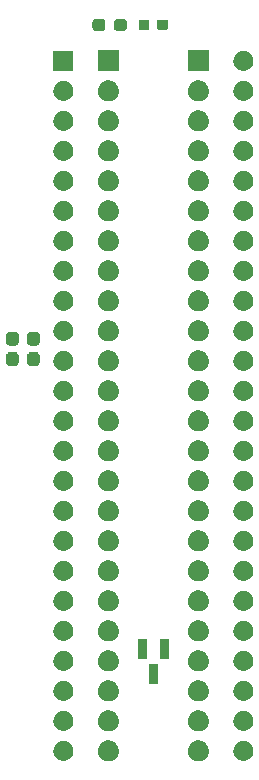
<source format=gbr>
G04 #@! TF.GenerationSoftware,KiCad,Pcbnew,7.0.11+dfsg-1build4*
G04 #@! TF.CreationDate,2024-11-02T00:46:08+09:00*
G04 #@! TF.ProjectId,bionic-z8800,62696f6e-6963-42d7-9a38-3830302e6b69,5*
G04 #@! TF.SameCoordinates,Original*
G04 #@! TF.FileFunction,Soldermask,Top*
G04 #@! TF.FilePolarity,Negative*
%FSLAX46Y46*%
G04 Gerber Fmt 4.6, Leading zero omitted, Abs format (unit mm)*
G04 Created by KiCad (PCBNEW 7.0.11+dfsg-1build4) date 2024-11-02 00:46:08*
%MOMM*%
%LPD*%
G01*
G04 APERTURE LIST*
G04 APERTURE END LIST*
G36*
X111203983Y-132603936D02*
G01*
X111254180Y-132603936D01*
X111297524Y-132613149D01*
X111335659Y-132616905D01*
X111383566Y-132631437D01*
X111438424Y-132643098D01*
X111473530Y-132658728D01*
X111504566Y-132668143D01*
X111553884Y-132694504D01*
X111610500Y-132719711D01*
X111636822Y-132738835D01*
X111660232Y-132751348D01*
X111707988Y-132790540D01*
X111762887Y-132830427D01*
X111780711Y-132850223D01*
X111796675Y-132863324D01*
X111839572Y-132915594D01*
X111888924Y-132970405D01*
X111899292Y-132988363D01*
X111908651Y-132999767D01*
X111943273Y-133064542D01*
X111983104Y-133133530D01*
X111987685Y-133147630D01*
X111991856Y-133155433D01*
X112014852Y-133231242D01*
X112041311Y-133312672D01*
X112042242Y-133321532D01*
X112043094Y-133324340D01*
X112051384Y-133408513D01*
X112061000Y-133500000D01*
X112051383Y-133591494D01*
X112043094Y-133675659D01*
X112042242Y-133678466D01*
X112041311Y-133687328D01*
X112014848Y-133768771D01*
X111991856Y-133844566D01*
X111987686Y-133852366D01*
X111983104Y-133866470D01*
X111943266Y-133935470D01*
X111908651Y-134000232D01*
X111899294Y-134011633D01*
X111888924Y-134029595D01*
X111839563Y-134084415D01*
X111796675Y-134136675D01*
X111780714Y-134149773D01*
X111762887Y-134169573D01*
X111707977Y-134209467D01*
X111660232Y-134248651D01*
X111636827Y-134261161D01*
X111610500Y-134280289D01*
X111553873Y-134305500D01*
X111504566Y-134331856D01*
X111473537Y-134341268D01*
X111438424Y-134356902D01*
X111383555Y-134368564D01*
X111335659Y-134383094D01*
X111297532Y-134386849D01*
X111254180Y-134396064D01*
X111203973Y-134396064D01*
X111160000Y-134400395D01*
X111116027Y-134396064D01*
X111065820Y-134396064D01*
X111022467Y-134386849D01*
X110984340Y-134383094D01*
X110936441Y-134368563D01*
X110881576Y-134356902D01*
X110846464Y-134341269D01*
X110815433Y-134331856D01*
X110766120Y-134305498D01*
X110709500Y-134280289D01*
X110683175Y-134261163D01*
X110659767Y-134248651D01*
X110612013Y-134209460D01*
X110557113Y-134169573D01*
X110539287Y-134149776D01*
X110523324Y-134136675D01*
X110480425Y-134084402D01*
X110431076Y-134029595D01*
X110420708Y-134011637D01*
X110411348Y-134000232D01*
X110376719Y-133935447D01*
X110336896Y-133866470D01*
X110332315Y-133852371D01*
X110328143Y-133844566D01*
X110305136Y-133768725D01*
X110278689Y-133687328D01*
X110277758Y-133678471D01*
X110276905Y-133675659D01*
X110268600Y-133591342D01*
X110259000Y-133500000D01*
X110268599Y-133408664D01*
X110276905Y-133324340D01*
X110277758Y-133321527D01*
X110278689Y-133312672D01*
X110305132Y-133231288D01*
X110328143Y-133155433D01*
X110332315Y-133147626D01*
X110336896Y-133133530D01*
X110376712Y-133064565D01*
X110411348Y-132999767D01*
X110420710Y-132988359D01*
X110431076Y-132970405D01*
X110480416Y-132915607D01*
X110523324Y-132863324D01*
X110539291Y-132850219D01*
X110557113Y-132830427D01*
X110612002Y-132790546D01*
X110659767Y-132751348D01*
X110683180Y-132738833D01*
X110709500Y-132719711D01*
X110766109Y-132694506D01*
X110815433Y-132668143D01*
X110846471Y-132658727D01*
X110881576Y-132643098D01*
X110936430Y-132631438D01*
X110984340Y-132616905D01*
X111022476Y-132613148D01*
X111065820Y-132603936D01*
X111116016Y-132603936D01*
X111160000Y-132599604D01*
X111203983Y-132603936D01*
G37*
G36*
X118823983Y-132603936D02*
G01*
X118874180Y-132603936D01*
X118917524Y-132613149D01*
X118955659Y-132616905D01*
X119003566Y-132631437D01*
X119058424Y-132643098D01*
X119093530Y-132658728D01*
X119124566Y-132668143D01*
X119173884Y-132694504D01*
X119230500Y-132719711D01*
X119256822Y-132738835D01*
X119280232Y-132751348D01*
X119327988Y-132790540D01*
X119382887Y-132830427D01*
X119400711Y-132850223D01*
X119416675Y-132863324D01*
X119459572Y-132915594D01*
X119508924Y-132970405D01*
X119519292Y-132988363D01*
X119528651Y-132999767D01*
X119563273Y-133064542D01*
X119603104Y-133133530D01*
X119607685Y-133147630D01*
X119611856Y-133155433D01*
X119634852Y-133231242D01*
X119661311Y-133312672D01*
X119662242Y-133321532D01*
X119663094Y-133324340D01*
X119671384Y-133408513D01*
X119681000Y-133500000D01*
X119671383Y-133591494D01*
X119663094Y-133675659D01*
X119662242Y-133678466D01*
X119661311Y-133687328D01*
X119634848Y-133768771D01*
X119611856Y-133844566D01*
X119607686Y-133852366D01*
X119603104Y-133866470D01*
X119563266Y-133935470D01*
X119528651Y-134000232D01*
X119519294Y-134011633D01*
X119508924Y-134029595D01*
X119459563Y-134084415D01*
X119416675Y-134136675D01*
X119400714Y-134149773D01*
X119382887Y-134169573D01*
X119327977Y-134209467D01*
X119280232Y-134248651D01*
X119256827Y-134261161D01*
X119230500Y-134280289D01*
X119173873Y-134305500D01*
X119124566Y-134331856D01*
X119093537Y-134341268D01*
X119058424Y-134356902D01*
X119003555Y-134368564D01*
X118955659Y-134383094D01*
X118917532Y-134386849D01*
X118874180Y-134396064D01*
X118823973Y-134396064D01*
X118780000Y-134400395D01*
X118736027Y-134396064D01*
X118685820Y-134396064D01*
X118642467Y-134386849D01*
X118604340Y-134383094D01*
X118556441Y-134368563D01*
X118501576Y-134356902D01*
X118466464Y-134341269D01*
X118435433Y-134331856D01*
X118386120Y-134305498D01*
X118329500Y-134280289D01*
X118303175Y-134261163D01*
X118279767Y-134248651D01*
X118232013Y-134209460D01*
X118177113Y-134169573D01*
X118159287Y-134149776D01*
X118143324Y-134136675D01*
X118100425Y-134084402D01*
X118051076Y-134029595D01*
X118040708Y-134011637D01*
X118031348Y-134000232D01*
X117996719Y-133935447D01*
X117956896Y-133866470D01*
X117952315Y-133852371D01*
X117948143Y-133844566D01*
X117925136Y-133768725D01*
X117898689Y-133687328D01*
X117897758Y-133678471D01*
X117896905Y-133675659D01*
X117888600Y-133591342D01*
X117879000Y-133500000D01*
X117888599Y-133408664D01*
X117896905Y-133324340D01*
X117897758Y-133321527D01*
X117898689Y-133312672D01*
X117925132Y-133231288D01*
X117948143Y-133155433D01*
X117952315Y-133147626D01*
X117956896Y-133133530D01*
X117996712Y-133064565D01*
X118031348Y-132999767D01*
X118040710Y-132988359D01*
X118051076Y-132970405D01*
X118100416Y-132915607D01*
X118143324Y-132863324D01*
X118159291Y-132850219D01*
X118177113Y-132830427D01*
X118232002Y-132790546D01*
X118279767Y-132751348D01*
X118303180Y-132738833D01*
X118329500Y-132719711D01*
X118386109Y-132694506D01*
X118435433Y-132668143D01*
X118466471Y-132658727D01*
X118501576Y-132643098D01*
X118556430Y-132631438D01*
X118604340Y-132616905D01*
X118642476Y-132613148D01*
X118685820Y-132603936D01*
X118736016Y-132603936D01*
X118780000Y-132599604D01*
X118823983Y-132603936D01*
G37*
G36*
X107391199Y-132653662D02*
G01*
X107438954Y-132653662D01*
X107480194Y-132662427D01*
X107515901Y-132665945D01*
X107560759Y-132679552D01*
X107612973Y-132690651D01*
X107646384Y-132705526D01*
X107675435Y-132714339D01*
X107721602Y-132739015D01*
X107775500Y-132763012D01*
X107800554Y-132781215D01*
X107822453Y-132792920D01*
X107867128Y-132829584D01*
X107919430Y-132867584D01*
X107936411Y-132886443D01*
X107951320Y-132898679D01*
X107991387Y-132947501D01*
X108038473Y-132999795D01*
X108048364Y-133016927D01*
X108057079Y-133027546D01*
X108089306Y-133087840D01*
X108127427Y-133153867D01*
X108131813Y-133167368D01*
X108135660Y-133174564D01*
X108156861Y-133244455D01*
X108182404Y-133323067D01*
X108183303Y-133331623D01*
X108184054Y-133334098D01*
X108191371Y-133408389D01*
X108201000Y-133500000D01*
X108191370Y-133591619D01*
X108184054Y-133665901D01*
X108183303Y-133668375D01*
X108182404Y-133676933D01*
X108156856Y-133755558D01*
X108135660Y-133825435D01*
X108131814Y-133832629D01*
X108127427Y-133846133D01*
X108089299Y-133912172D01*
X108057079Y-133972453D01*
X108048366Y-133983069D01*
X108038473Y-134000205D01*
X107991378Y-134052509D01*
X107951320Y-134101320D01*
X107936414Y-134113552D01*
X107919430Y-134132416D01*
X107867118Y-134170423D01*
X107822453Y-134207079D01*
X107800559Y-134218780D01*
X107775500Y-134236988D01*
X107721591Y-134260989D01*
X107675435Y-134285660D01*
X107646391Y-134294470D01*
X107612973Y-134309349D01*
X107560748Y-134320449D01*
X107515901Y-134334054D01*
X107480203Y-134337570D01*
X107438954Y-134346338D01*
X107391188Y-134346338D01*
X107350000Y-134350395D01*
X107308811Y-134346338D01*
X107261046Y-134346338D01*
X107219797Y-134337570D01*
X107184098Y-134334054D01*
X107139248Y-134320448D01*
X107087027Y-134309349D01*
X107053610Y-134294471D01*
X107024564Y-134285660D01*
X106978402Y-134260986D01*
X106924500Y-134236988D01*
X106899443Y-134218783D01*
X106877546Y-134207079D01*
X106832873Y-134170416D01*
X106780570Y-134132416D01*
X106763588Y-134113555D01*
X106748679Y-134101320D01*
X106708610Y-134052496D01*
X106661527Y-134000205D01*
X106651636Y-133983073D01*
X106642920Y-133972453D01*
X106610687Y-133912148D01*
X106572573Y-133846133D01*
X106568186Y-133832634D01*
X106564339Y-133825435D01*
X106543128Y-133755512D01*
X106517596Y-133676933D01*
X106516697Y-133668380D01*
X106515945Y-133665901D01*
X106508613Y-133591467D01*
X106499000Y-133500000D01*
X106508612Y-133408540D01*
X106515945Y-133334098D01*
X106516697Y-133331618D01*
X106517596Y-133323067D01*
X106543123Y-133244502D01*
X106564339Y-133174564D01*
X106568187Y-133167363D01*
X106572573Y-133153867D01*
X106610680Y-133087863D01*
X106642920Y-133027546D01*
X106651638Y-133016923D01*
X106661527Y-132999795D01*
X106708601Y-132947513D01*
X106748679Y-132898679D01*
X106763591Y-132886440D01*
X106780570Y-132867584D01*
X106832862Y-132829591D01*
X106877546Y-132792920D01*
X106899448Y-132781213D01*
X106924500Y-132763012D01*
X106978391Y-132739018D01*
X107024564Y-132714339D01*
X107053617Y-132705525D01*
X107087027Y-132690651D01*
X107139237Y-132679553D01*
X107184098Y-132665945D01*
X107219806Y-132662427D01*
X107261046Y-132653662D01*
X107308801Y-132653662D01*
X107350000Y-132649604D01*
X107391199Y-132653662D01*
G37*
G36*
X122631199Y-132653662D02*
G01*
X122678954Y-132653662D01*
X122720194Y-132662427D01*
X122755901Y-132665945D01*
X122800759Y-132679552D01*
X122852973Y-132690651D01*
X122886384Y-132705526D01*
X122915435Y-132714339D01*
X122961602Y-132739015D01*
X123015500Y-132763012D01*
X123040554Y-132781215D01*
X123062453Y-132792920D01*
X123107128Y-132829584D01*
X123159430Y-132867584D01*
X123176411Y-132886443D01*
X123191320Y-132898679D01*
X123231387Y-132947501D01*
X123278473Y-132999795D01*
X123288364Y-133016927D01*
X123297079Y-133027546D01*
X123329306Y-133087840D01*
X123367427Y-133153867D01*
X123371813Y-133167368D01*
X123375660Y-133174564D01*
X123396861Y-133244455D01*
X123422404Y-133323067D01*
X123423303Y-133331623D01*
X123424054Y-133334098D01*
X123431371Y-133408389D01*
X123441000Y-133500000D01*
X123431370Y-133591619D01*
X123424054Y-133665901D01*
X123423303Y-133668375D01*
X123422404Y-133676933D01*
X123396856Y-133755558D01*
X123375660Y-133825435D01*
X123371814Y-133832629D01*
X123367427Y-133846133D01*
X123329299Y-133912172D01*
X123297079Y-133972453D01*
X123288366Y-133983069D01*
X123278473Y-134000205D01*
X123231378Y-134052509D01*
X123191320Y-134101320D01*
X123176414Y-134113552D01*
X123159430Y-134132416D01*
X123107118Y-134170423D01*
X123062453Y-134207079D01*
X123040559Y-134218780D01*
X123015500Y-134236988D01*
X122961591Y-134260989D01*
X122915435Y-134285660D01*
X122886391Y-134294470D01*
X122852973Y-134309349D01*
X122800748Y-134320449D01*
X122755901Y-134334054D01*
X122720203Y-134337570D01*
X122678954Y-134346338D01*
X122631188Y-134346338D01*
X122590000Y-134350395D01*
X122548811Y-134346338D01*
X122501046Y-134346338D01*
X122459797Y-134337570D01*
X122424098Y-134334054D01*
X122379248Y-134320448D01*
X122327027Y-134309349D01*
X122293610Y-134294471D01*
X122264564Y-134285660D01*
X122218402Y-134260986D01*
X122164500Y-134236988D01*
X122139443Y-134218783D01*
X122117546Y-134207079D01*
X122072873Y-134170416D01*
X122020570Y-134132416D01*
X122003588Y-134113555D01*
X121988679Y-134101320D01*
X121948610Y-134052496D01*
X121901527Y-134000205D01*
X121891636Y-133983073D01*
X121882920Y-133972453D01*
X121850687Y-133912148D01*
X121812573Y-133846133D01*
X121808186Y-133832634D01*
X121804339Y-133825435D01*
X121783128Y-133755512D01*
X121757596Y-133676933D01*
X121756697Y-133668380D01*
X121755945Y-133665901D01*
X121748613Y-133591467D01*
X121739000Y-133500000D01*
X121748612Y-133408540D01*
X121755945Y-133334098D01*
X121756697Y-133331618D01*
X121757596Y-133323067D01*
X121783123Y-133244502D01*
X121804339Y-133174564D01*
X121808187Y-133167363D01*
X121812573Y-133153867D01*
X121850680Y-133087863D01*
X121882920Y-133027546D01*
X121891638Y-133016923D01*
X121901527Y-132999795D01*
X121948601Y-132947513D01*
X121988679Y-132898679D01*
X122003591Y-132886440D01*
X122020570Y-132867584D01*
X122072862Y-132829591D01*
X122117546Y-132792920D01*
X122139448Y-132781213D01*
X122164500Y-132763012D01*
X122218391Y-132739018D01*
X122264564Y-132714339D01*
X122293617Y-132705525D01*
X122327027Y-132690651D01*
X122379237Y-132679553D01*
X122424098Y-132665945D01*
X122459806Y-132662427D01*
X122501046Y-132653662D01*
X122548801Y-132653662D01*
X122590000Y-132649604D01*
X122631199Y-132653662D01*
G37*
G36*
X111203983Y-130063936D02*
G01*
X111254180Y-130063936D01*
X111297524Y-130073149D01*
X111335659Y-130076905D01*
X111383566Y-130091437D01*
X111438424Y-130103098D01*
X111473530Y-130118728D01*
X111504566Y-130128143D01*
X111553884Y-130154504D01*
X111610500Y-130179711D01*
X111636822Y-130198835D01*
X111660232Y-130211348D01*
X111707988Y-130250540D01*
X111762887Y-130290427D01*
X111780711Y-130310223D01*
X111796675Y-130323324D01*
X111839572Y-130375594D01*
X111888924Y-130430405D01*
X111899292Y-130448363D01*
X111908651Y-130459767D01*
X111943273Y-130524542D01*
X111983104Y-130593530D01*
X111987685Y-130607630D01*
X111991856Y-130615433D01*
X112014852Y-130691242D01*
X112041311Y-130772672D01*
X112042242Y-130781532D01*
X112043094Y-130784340D01*
X112051384Y-130868513D01*
X112061000Y-130960000D01*
X112051383Y-131051494D01*
X112043094Y-131135659D01*
X112042242Y-131138466D01*
X112041311Y-131147328D01*
X112014848Y-131228771D01*
X111991856Y-131304566D01*
X111987686Y-131312366D01*
X111983104Y-131326470D01*
X111943266Y-131395470D01*
X111908651Y-131460232D01*
X111899294Y-131471633D01*
X111888924Y-131489595D01*
X111839563Y-131544415D01*
X111796675Y-131596675D01*
X111780714Y-131609773D01*
X111762887Y-131629573D01*
X111707977Y-131669467D01*
X111660232Y-131708651D01*
X111636827Y-131721161D01*
X111610500Y-131740289D01*
X111553873Y-131765500D01*
X111504566Y-131791856D01*
X111473537Y-131801268D01*
X111438424Y-131816902D01*
X111383555Y-131828564D01*
X111335659Y-131843094D01*
X111297532Y-131846849D01*
X111254180Y-131856064D01*
X111203973Y-131856064D01*
X111160000Y-131860395D01*
X111116027Y-131856064D01*
X111065820Y-131856064D01*
X111022467Y-131846849D01*
X110984340Y-131843094D01*
X110936441Y-131828563D01*
X110881576Y-131816902D01*
X110846464Y-131801269D01*
X110815433Y-131791856D01*
X110766120Y-131765498D01*
X110709500Y-131740289D01*
X110683175Y-131721163D01*
X110659767Y-131708651D01*
X110612013Y-131669460D01*
X110557113Y-131629573D01*
X110539287Y-131609776D01*
X110523324Y-131596675D01*
X110480425Y-131544402D01*
X110431076Y-131489595D01*
X110420708Y-131471637D01*
X110411348Y-131460232D01*
X110376719Y-131395447D01*
X110336896Y-131326470D01*
X110332315Y-131312371D01*
X110328143Y-131304566D01*
X110305136Y-131228725D01*
X110278689Y-131147328D01*
X110277758Y-131138471D01*
X110276905Y-131135659D01*
X110268600Y-131051342D01*
X110259000Y-130960000D01*
X110268599Y-130868664D01*
X110276905Y-130784340D01*
X110277758Y-130781527D01*
X110278689Y-130772672D01*
X110305132Y-130691288D01*
X110328143Y-130615433D01*
X110332315Y-130607626D01*
X110336896Y-130593530D01*
X110376712Y-130524565D01*
X110411348Y-130459767D01*
X110420710Y-130448359D01*
X110431076Y-130430405D01*
X110480416Y-130375607D01*
X110523324Y-130323324D01*
X110539291Y-130310219D01*
X110557113Y-130290427D01*
X110612002Y-130250546D01*
X110659767Y-130211348D01*
X110683180Y-130198833D01*
X110709500Y-130179711D01*
X110766109Y-130154506D01*
X110815433Y-130128143D01*
X110846471Y-130118727D01*
X110881576Y-130103098D01*
X110936430Y-130091438D01*
X110984340Y-130076905D01*
X111022476Y-130073148D01*
X111065820Y-130063936D01*
X111116016Y-130063936D01*
X111160000Y-130059604D01*
X111203983Y-130063936D01*
G37*
G36*
X118823983Y-130063936D02*
G01*
X118874180Y-130063936D01*
X118917524Y-130073149D01*
X118955659Y-130076905D01*
X119003566Y-130091437D01*
X119058424Y-130103098D01*
X119093530Y-130118728D01*
X119124566Y-130128143D01*
X119173884Y-130154504D01*
X119230500Y-130179711D01*
X119256822Y-130198835D01*
X119280232Y-130211348D01*
X119327988Y-130250540D01*
X119382887Y-130290427D01*
X119400711Y-130310223D01*
X119416675Y-130323324D01*
X119459572Y-130375594D01*
X119508924Y-130430405D01*
X119519292Y-130448363D01*
X119528651Y-130459767D01*
X119563273Y-130524542D01*
X119603104Y-130593530D01*
X119607685Y-130607630D01*
X119611856Y-130615433D01*
X119634852Y-130691242D01*
X119661311Y-130772672D01*
X119662242Y-130781532D01*
X119663094Y-130784340D01*
X119671384Y-130868513D01*
X119681000Y-130960000D01*
X119671383Y-131051494D01*
X119663094Y-131135659D01*
X119662242Y-131138466D01*
X119661311Y-131147328D01*
X119634848Y-131228771D01*
X119611856Y-131304566D01*
X119607686Y-131312366D01*
X119603104Y-131326470D01*
X119563266Y-131395470D01*
X119528651Y-131460232D01*
X119519294Y-131471633D01*
X119508924Y-131489595D01*
X119459563Y-131544415D01*
X119416675Y-131596675D01*
X119400714Y-131609773D01*
X119382887Y-131629573D01*
X119327977Y-131669467D01*
X119280232Y-131708651D01*
X119256827Y-131721161D01*
X119230500Y-131740289D01*
X119173873Y-131765500D01*
X119124566Y-131791856D01*
X119093537Y-131801268D01*
X119058424Y-131816902D01*
X119003555Y-131828564D01*
X118955659Y-131843094D01*
X118917532Y-131846849D01*
X118874180Y-131856064D01*
X118823973Y-131856064D01*
X118780000Y-131860395D01*
X118736027Y-131856064D01*
X118685820Y-131856064D01*
X118642467Y-131846849D01*
X118604340Y-131843094D01*
X118556441Y-131828563D01*
X118501576Y-131816902D01*
X118466464Y-131801269D01*
X118435433Y-131791856D01*
X118386120Y-131765498D01*
X118329500Y-131740289D01*
X118303175Y-131721163D01*
X118279767Y-131708651D01*
X118232013Y-131669460D01*
X118177113Y-131629573D01*
X118159287Y-131609776D01*
X118143324Y-131596675D01*
X118100425Y-131544402D01*
X118051076Y-131489595D01*
X118040708Y-131471637D01*
X118031348Y-131460232D01*
X117996719Y-131395447D01*
X117956896Y-131326470D01*
X117952315Y-131312371D01*
X117948143Y-131304566D01*
X117925136Y-131228725D01*
X117898689Y-131147328D01*
X117897758Y-131138471D01*
X117896905Y-131135659D01*
X117888600Y-131051342D01*
X117879000Y-130960000D01*
X117888599Y-130868664D01*
X117896905Y-130784340D01*
X117897758Y-130781527D01*
X117898689Y-130772672D01*
X117925132Y-130691288D01*
X117948143Y-130615433D01*
X117952315Y-130607626D01*
X117956896Y-130593530D01*
X117996712Y-130524565D01*
X118031348Y-130459767D01*
X118040710Y-130448359D01*
X118051076Y-130430405D01*
X118100416Y-130375607D01*
X118143324Y-130323324D01*
X118159291Y-130310219D01*
X118177113Y-130290427D01*
X118232002Y-130250546D01*
X118279767Y-130211348D01*
X118303180Y-130198833D01*
X118329500Y-130179711D01*
X118386109Y-130154506D01*
X118435433Y-130128143D01*
X118466471Y-130118727D01*
X118501576Y-130103098D01*
X118556430Y-130091438D01*
X118604340Y-130076905D01*
X118642476Y-130073148D01*
X118685820Y-130063936D01*
X118736016Y-130063936D01*
X118780000Y-130059604D01*
X118823983Y-130063936D01*
G37*
G36*
X107391199Y-130113662D02*
G01*
X107438954Y-130113662D01*
X107480194Y-130122427D01*
X107515901Y-130125945D01*
X107560759Y-130139552D01*
X107612973Y-130150651D01*
X107646384Y-130165526D01*
X107675435Y-130174339D01*
X107721602Y-130199015D01*
X107775500Y-130223012D01*
X107800554Y-130241215D01*
X107822453Y-130252920D01*
X107867128Y-130289584D01*
X107919430Y-130327584D01*
X107936411Y-130346443D01*
X107951320Y-130358679D01*
X107991387Y-130407501D01*
X108038473Y-130459795D01*
X108048364Y-130476927D01*
X108057079Y-130487546D01*
X108089306Y-130547840D01*
X108127427Y-130613867D01*
X108131813Y-130627368D01*
X108135660Y-130634564D01*
X108156861Y-130704455D01*
X108182404Y-130783067D01*
X108183303Y-130791623D01*
X108184054Y-130794098D01*
X108191371Y-130868389D01*
X108201000Y-130960000D01*
X108191370Y-131051619D01*
X108184054Y-131125901D01*
X108183303Y-131128375D01*
X108182404Y-131136933D01*
X108156856Y-131215558D01*
X108135660Y-131285435D01*
X108131814Y-131292629D01*
X108127427Y-131306133D01*
X108089299Y-131372172D01*
X108057079Y-131432453D01*
X108048366Y-131443069D01*
X108038473Y-131460205D01*
X107991378Y-131512509D01*
X107951320Y-131561320D01*
X107936414Y-131573552D01*
X107919430Y-131592416D01*
X107867118Y-131630423D01*
X107822453Y-131667079D01*
X107800559Y-131678780D01*
X107775500Y-131696988D01*
X107721591Y-131720989D01*
X107675435Y-131745660D01*
X107646391Y-131754470D01*
X107612973Y-131769349D01*
X107560748Y-131780449D01*
X107515901Y-131794054D01*
X107480203Y-131797570D01*
X107438954Y-131806338D01*
X107391188Y-131806338D01*
X107350000Y-131810395D01*
X107308811Y-131806338D01*
X107261046Y-131806338D01*
X107219797Y-131797570D01*
X107184098Y-131794054D01*
X107139248Y-131780448D01*
X107087027Y-131769349D01*
X107053610Y-131754471D01*
X107024564Y-131745660D01*
X106978402Y-131720986D01*
X106924500Y-131696988D01*
X106899443Y-131678783D01*
X106877546Y-131667079D01*
X106832873Y-131630416D01*
X106780570Y-131592416D01*
X106763588Y-131573555D01*
X106748679Y-131561320D01*
X106708610Y-131512496D01*
X106661527Y-131460205D01*
X106651636Y-131443073D01*
X106642920Y-131432453D01*
X106610687Y-131372148D01*
X106572573Y-131306133D01*
X106568186Y-131292634D01*
X106564339Y-131285435D01*
X106543128Y-131215512D01*
X106517596Y-131136933D01*
X106516697Y-131128380D01*
X106515945Y-131125901D01*
X106508613Y-131051467D01*
X106499000Y-130960000D01*
X106508612Y-130868540D01*
X106515945Y-130794098D01*
X106516697Y-130791618D01*
X106517596Y-130783067D01*
X106543123Y-130704502D01*
X106564339Y-130634564D01*
X106568187Y-130627363D01*
X106572573Y-130613867D01*
X106610680Y-130547863D01*
X106642920Y-130487546D01*
X106651638Y-130476923D01*
X106661527Y-130459795D01*
X106708601Y-130407513D01*
X106748679Y-130358679D01*
X106763591Y-130346440D01*
X106780570Y-130327584D01*
X106832862Y-130289591D01*
X106877546Y-130252920D01*
X106899448Y-130241213D01*
X106924500Y-130223012D01*
X106978391Y-130199018D01*
X107024564Y-130174339D01*
X107053617Y-130165525D01*
X107087027Y-130150651D01*
X107139237Y-130139553D01*
X107184098Y-130125945D01*
X107219806Y-130122427D01*
X107261046Y-130113662D01*
X107308801Y-130113662D01*
X107350000Y-130109604D01*
X107391199Y-130113662D01*
G37*
G36*
X122631199Y-130113662D02*
G01*
X122678954Y-130113662D01*
X122720194Y-130122427D01*
X122755901Y-130125945D01*
X122800759Y-130139552D01*
X122852973Y-130150651D01*
X122886384Y-130165526D01*
X122915435Y-130174339D01*
X122961602Y-130199015D01*
X123015500Y-130223012D01*
X123040554Y-130241215D01*
X123062453Y-130252920D01*
X123107128Y-130289584D01*
X123159430Y-130327584D01*
X123176411Y-130346443D01*
X123191320Y-130358679D01*
X123231387Y-130407501D01*
X123278473Y-130459795D01*
X123288364Y-130476927D01*
X123297079Y-130487546D01*
X123329306Y-130547840D01*
X123367427Y-130613867D01*
X123371813Y-130627368D01*
X123375660Y-130634564D01*
X123396861Y-130704455D01*
X123422404Y-130783067D01*
X123423303Y-130791623D01*
X123424054Y-130794098D01*
X123431371Y-130868389D01*
X123441000Y-130960000D01*
X123431370Y-131051619D01*
X123424054Y-131125901D01*
X123423303Y-131128375D01*
X123422404Y-131136933D01*
X123396856Y-131215558D01*
X123375660Y-131285435D01*
X123371814Y-131292629D01*
X123367427Y-131306133D01*
X123329299Y-131372172D01*
X123297079Y-131432453D01*
X123288366Y-131443069D01*
X123278473Y-131460205D01*
X123231378Y-131512509D01*
X123191320Y-131561320D01*
X123176414Y-131573552D01*
X123159430Y-131592416D01*
X123107118Y-131630423D01*
X123062453Y-131667079D01*
X123040559Y-131678780D01*
X123015500Y-131696988D01*
X122961591Y-131720989D01*
X122915435Y-131745660D01*
X122886391Y-131754470D01*
X122852973Y-131769349D01*
X122800748Y-131780449D01*
X122755901Y-131794054D01*
X122720203Y-131797570D01*
X122678954Y-131806338D01*
X122631188Y-131806338D01*
X122590000Y-131810395D01*
X122548811Y-131806338D01*
X122501046Y-131806338D01*
X122459797Y-131797570D01*
X122424098Y-131794054D01*
X122379248Y-131780448D01*
X122327027Y-131769349D01*
X122293610Y-131754471D01*
X122264564Y-131745660D01*
X122218402Y-131720986D01*
X122164500Y-131696988D01*
X122139443Y-131678783D01*
X122117546Y-131667079D01*
X122072873Y-131630416D01*
X122020570Y-131592416D01*
X122003588Y-131573555D01*
X121988679Y-131561320D01*
X121948610Y-131512496D01*
X121901527Y-131460205D01*
X121891636Y-131443073D01*
X121882920Y-131432453D01*
X121850687Y-131372148D01*
X121812573Y-131306133D01*
X121808186Y-131292634D01*
X121804339Y-131285435D01*
X121783128Y-131215512D01*
X121757596Y-131136933D01*
X121756697Y-131128380D01*
X121755945Y-131125901D01*
X121748613Y-131051467D01*
X121739000Y-130960000D01*
X121748612Y-130868540D01*
X121755945Y-130794098D01*
X121756697Y-130791618D01*
X121757596Y-130783067D01*
X121783123Y-130704502D01*
X121804339Y-130634564D01*
X121808187Y-130627363D01*
X121812573Y-130613867D01*
X121850680Y-130547863D01*
X121882920Y-130487546D01*
X121891638Y-130476923D01*
X121901527Y-130459795D01*
X121948601Y-130407513D01*
X121988679Y-130358679D01*
X122003591Y-130346440D01*
X122020570Y-130327584D01*
X122072862Y-130289591D01*
X122117546Y-130252920D01*
X122139448Y-130241213D01*
X122164500Y-130223012D01*
X122218391Y-130199018D01*
X122264564Y-130174339D01*
X122293617Y-130165525D01*
X122327027Y-130150651D01*
X122379237Y-130139553D01*
X122424098Y-130125945D01*
X122459806Y-130122427D01*
X122501046Y-130113662D01*
X122548801Y-130113662D01*
X122590000Y-130109604D01*
X122631199Y-130113662D01*
G37*
G36*
X111203983Y-127523936D02*
G01*
X111254180Y-127523936D01*
X111297524Y-127533149D01*
X111335659Y-127536905D01*
X111383566Y-127551437D01*
X111438424Y-127563098D01*
X111473530Y-127578728D01*
X111504566Y-127588143D01*
X111553884Y-127614504D01*
X111610500Y-127639711D01*
X111636822Y-127658835D01*
X111660232Y-127671348D01*
X111707988Y-127710540D01*
X111762887Y-127750427D01*
X111780711Y-127770223D01*
X111796675Y-127783324D01*
X111839572Y-127835594D01*
X111888924Y-127890405D01*
X111899292Y-127908363D01*
X111908651Y-127919767D01*
X111943273Y-127984542D01*
X111983104Y-128053530D01*
X111987685Y-128067630D01*
X111991856Y-128075433D01*
X112014852Y-128151242D01*
X112041311Y-128232672D01*
X112042242Y-128241532D01*
X112043094Y-128244340D01*
X112051384Y-128328513D01*
X112061000Y-128420000D01*
X112051383Y-128511494D01*
X112043094Y-128595659D01*
X112042242Y-128598466D01*
X112041311Y-128607328D01*
X112014848Y-128688771D01*
X111991856Y-128764566D01*
X111987686Y-128772366D01*
X111983104Y-128786470D01*
X111943266Y-128855470D01*
X111908651Y-128920232D01*
X111899294Y-128931633D01*
X111888924Y-128949595D01*
X111839563Y-129004415D01*
X111796675Y-129056675D01*
X111780714Y-129069773D01*
X111762887Y-129089573D01*
X111707977Y-129129467D01*
X111660232Y-129168651D01*
X111636827Y-129181161D01*
X111610500Y-129200289D01*
X111553873Y-129225500D01*
X111504566Y-129251856D01*
X111473537Y-129261268D01*
X111438424Y-129276902D01*
X111383555Y-129288564D01*
X111335659Y-129303094D01*
X111297532Y-129306849D01*
X111254180Y-129316064D01*
X111203973Y-129316064D01*
X111160000Y-129320395D01*
X111116027Y-129316064D01*
X111065820Y-129316064D01*
X111022467Y-129306849D01*
X110984340Y-129303094D01*
X110936441Y-129288563D01*
X110881576Y-129276902D01*
X110846464Y-129261269D01*
X110815433Y-129251856D01*
X110766120Y-129225498D01*
X110709500Y-129200289D01*
X110683175Y-129181163D01*
X110659767Y-129168651D01*
X110612013Y-129129460D01*
X110557113Y-129089573D01*
X110539287Y-129069776D01*
X110523324Y-129056675D01*
X110480425Y-129004402D01*
X110431076Y-128949595D01*
X110420708Y-128931637D01*
X110411348Y-128920232D01*
X110376719Y-128855447D01*
X110336896Y-128786470D01*
X110332315Y-128772371D01*
X110328143Y-128764566D01*
X110305136Y-128688725D01*
X110278689Y-128607328D01*
X110277758Y-128598471D01*
X110276905Y-128595659D01*
X110268600Y-128511342D01*
X110259000Y-128420000D01*
X110268599Y-128328664D01*
X110276905Y-128244340D01*
X110277758Y-128241527D01*
X110278689Y-128232672D01*
X110305132Y-128151288D01*
X110328143Y-128075433D01*
X110332315Y-128067626D01*
X110336896Y-128053530D01*
X110376712Y-127984565D01*
X110411348Y-127919767D01*
X110420710Y-127908359D01*
X110431076Y-127890405D01*
X110480416Y-127835607D01*
X110523324Y-127783324D01*
X110539291Y-127770219D01*
X110557113Y-127750427D01*
X110612002Y-127710546D01*
X110659767Y-127671348D01*
X110683180Y-127658833D01*
X110709500Y-127639711D01*
X110766109Y-127614506D01*
X110815433Y-127588143D01*
X110846471Y-127578727D01*
X110881576Y-127563098D01*
X110936430Y-127551438D01*
X110984340Y-127536905D01*
X111022476Y-127533148D01*
X111065820Y-127523936D01*
X111116016Y-127523936D01*
X111160000Y-127519604D01*
X111203983Y-127523936D01*
G37*
G36*
X118823983Y-127523936D02*
G01*
X118874180Y-127523936D01*
X118917524Y-127533149D01*
X118955659Y-127536905D01*
X119003566Y-127551437D01*
X119058424Y-127563098D01*
X119093530Y-127578728D01*
X119124566Y-127588143D01*
X119173884Y-127614504D01*
X119230500Y-127639711D01*
X119256822Y-127658835D01*
X119280232Y-127671348D01*
X119327988Y-127710540D01*
X119382887Y-127750427D01*
X119400711Y-127770223D01*
X119416675Y-127783324D01*
X119459572Y-127835594D01*
X119508924Y-127890405D01*
X119519292Y-127908363D01*
X119528651Y-127919767D01*
X119563273Y-127984542D01*
X119603104Y-128053530D01*
X119607685Y-128067630D01*
X119611856Y-128075433D01*
X119634852Y-128151242D01*
X119661311Y-128232672D01*
X119662242Y-128241532D01*
X119663094Y-128244340D01*
X119671384Y-128328513D01*
X119681000Y-128420000D01*
X119671383Y-128511494D01*
X119663094Y-128595659D01*
X119662242Y-128598466D01*
X119661311Y-128607328D01*
X119634848Y-128688771D01*
X119611856Y-128764566D01*
X119607686Y-128772366D01*
X119603104Y-128786470D01*
X119563266Y-128855470D01*
X119528651Y-128920232D01*
X119519294Y-128931633D01*
X119508924Y-128949595D01*
X119459563Y-129004415D01*
X119416675Y-129056675D01*
X119400714Y-129069773D01*
X119382887Y-129089573D01*
X119327977Y-129129467D01*
X119280232Y-129168651D01*
X119256827Y-129181161D01*
X119230500Y-129200289D01*
X119173873Y-129225500D01*
X119124566Y-129251856D01*
X119093537Y-129261268D01*
X119058424Y-129276902D01*
X119003555Y-129288564D01*
X118955659Y-129303094D01*
X118917532Y-129306849D01*
X118874180Y-129316064D01*
X118823973Y-129316064D01*
X118780000Y-129320395D01*
X118736027Y-129316064D01*
X118685820Y-129316064D01*
X118642467Y-129306849D01*
X118604340Y-129303094D01*
X118556441Y-129288563D01*
X118501576Y-129276902D01*
X118466464Y-129261269D01*
X118435433Y-129251856D01*
X118386120Y-129225498D01*
X118329500Y-129200289D01*
X118303175Y-129181163D01*
X118279767Y-129168651D01*
X118232013Y-129129460D01*
X118177113Y-129089573D01*
X118159287Y-129069776D01*
X118143324Y-129056675D01*
X118100425Y-129004402D01*
X118051076Y-128949595D01*
X118040708Y-128931637D01*
X118031348Y-128920232D01*
X117996719Y-128855447D01*
X117956896Y-128786470D01*
X117952315Y-128772371D01*
X117948143Y-128764566D01*
X117925136Y-128688725D01*
X117898689Y-128607328D01*
X117897758Y-128598471D01*
X117896905Y-128595659D01*
X117888600Y-128511342D01*
X117879000Y-128420000D01*
X117888599Y-128328664D01*
X117896905Y-128244340D01*
X117897758Y-128241527D01*
X117898689Y-128232672D01*
X117925132Y-128151288D01*
X117948143Y-128075433D01*
X117952315Y-128067626D01*
X117956896Y-128053530D01*
X117996712Y-127984565D01*
X118031348Y-127919767D01*
X118040710Y-127908359D01*
X118051076Y-127890405D01*
X118100416Y-127835607D01*
X118143324Y-127783324D01*
X118159291Y-127770219D01*
X118177113Y-127750427D01*
X118232002Y-127710546D01*
X118279767Y-127671348D01*
X118303180Y-127658833D01*
X118329500Y-127639711D01*
X118386109Y-127614506D01*
X118435433Y-127588143D01*
X118466471Y-127578727D01*
X118501576Y-127563098D01*
X118556430Y-127551438D01*
X118604340Y-127536905D01*
X118642476Y-127533148D01*
X118685820Y-127523936D01*
X118736016Y-127523936D01*
X118780000Y-127519604D01*
X118823983Y-127523936D01*
G37*
G36*
X107391199Y-127573662D02*
G01*
X107438954Y-127573662D01*
X107480194Y-127582427D01*
X107515901Y-127585945D01*
X107560759Y-127599552D01*
X107612973Y-127610651D01*
X107646384Y-127625526D01*
X107675435Y-127634339D01*
X107721602Y-127659015D01*
X107775500Y-127683012D01*
X107800554Y-127701215D01*
X107822453Y-127712920D01*
X107867128Y-127749584D01*
X107919430Y-127787584D01*
X107936411Y-127806443D01*
X107951320Y-127818679D01*
X107991387Y-127867501D01*
X108038473Y-127919795D01*
X108048364Y-127936927D01*
X108057079Y-127947546D01*
X108089306Y-128007840D01*
X108127427Y-128073867D01*
X108131813Y-128087368D01*
X108135660Y-128094564D01*
X108156861Y-128164455D01*
X108182404Y-128243067D01*
X108183303Y-128251623D01*
X108184054Y-128254098D01*
X108191371Y-128328389D01*
X108201000Y-128420000D01*
X108191370Y-128511619D01*
X108184054Y-128585901D01*
X108183303Y-128588375D01*
X108182404Y-128596933D01*
X108156856Y-128675558D01*
X108135660Y-128745435D01*
X108131814Y-128752629D01*
X108127427Y-128766133D01*
X108089299Y-128832172D01*
X108057079Y-128892453D01*
X108048366Y-128903069D01*
X108038473Y-128920205D01*
X107991378Y-128972509D01*
X107951320Y-129021320D01*
X107936414Y-129033552D01*
X107919430Y-129052416D01*
X107867118Y-129090423D01*
X107822453Y-129127079D01*
X107800559Y-129138780D01*
X107775500Y-129156988D01*
X107721591Y-129180989D01*
X107675435Y-129205660D01*
X107646391Y-129214470D01*
X107612973Y-129229349D01*
X107560748Y-129240449D01*
X107515901Y-129254054D01*
X107480203Y-129257570D01*
X107438954Y-129266338D01*
X107391188Y-129266338D01*
X107350000Y-129270395D01*
X107308811Y-129266338D01*
X107261046Y-129266338D01*
X107219797Y-129257570D01*
X107184098Y-129254054D01*
X107139248Y-129240448D01*
X107087027Y-129229349D01*
X107053610Y-129214471D01*
X107024564Y-129205660D01*
X106978402Y-129180986D01*
X106924500Y-129156988D01*
X106899443Y-129138783D01*
X106877546Y-129127079D01*
X106832873Y-129090416D01*
X106780570Y-129052416D01*
X106763588Y-129033555D01*
X106748679Y-129021320D01*
X106708610Y-128972496D01*
X106661527Y-128920205D01*
X106651636Y-128903073D01*
X106642920Y-128892453D01*
X106610687Y-128832148D01*
X106572573Y-128766133D01*
X106568186Y-128752634D01*
X106564339Y-128745435D01*
X106543128Y-128675512D01*
X106517596Y-128596933D01*
X106516697Y-128588380D01*
X106515945Y-128585901D01*
X106508613Y-128511467D01*
X106499000Y-128420000D01*
X106508612Y-128328540D01*
X106515945Y-128254098D01*
X106516697Y-128251618D01*
X106517596Y-128243067D01*
X106543123Y-128164502D01*
X106564339Y-128094564D01*
X106568187Y-128087363D01*
X106572573Y-128073867D01*
X106610680Y-128007863D01*
X106642920Y-127947546D01*
X106651638Y-127936923D01*
X106661527Y-127919795D01*
X106708601Y-127867513D01*
X106748679Y-127818679D01*
X106763591Y-127806440D01*
X106780570Y-127787584D01*
X106832862Y-127749591D01*
X106877546Y-127712920D01*
X106899448Y-127701213D01*
X106924500Y-127683012D01*
X106978391Y-127659018D01*
X107024564Y-127634339D01*
X107053617Y-127625525D01*
X107087027Y-127610651D01*
X107139237Y-127599553D01*
X107184098Y-127585945D01*
X107219806Y-127582427D01*
X107261046Y-127573662D01*
X107308801Y-127573662D01*
X107350000Y-127569604D01*
X107391199Y-127573662D01*
G37*
G36*
X122631199Y-127573662D02*
G01*
X122678954Y-127573662D01*
X122720194Y-127582427D01*
X122755901Y-127585945D01*
X122800759Y-127599552D01*
X122852973Y-127610651D01*
X122886384Y-127625526D01*
X122915435Y-127634339D01*
X122961602Y-127659015D01*
X123015500Y-127683012D01*
X123040554Y-127701215D01*
X123062453Y-127712920D01*
X123107128Y-127749584D01*
X123159430Y-127787584D01*
X123176411Y-127806443D01*
X123191320Y-127818679D01*
X123231387Y-127867501D01*
X123278473Y-127919795D01*
X123288364Y-127936927D01*
X123297079Y-127947546D01*
X123329306Y-128007840D01*
X123367427Y-128073867D01*
X123371813Y-128087368D01*
X123375660Y-128094564D01*
X123396861Y-128164455D01*
X123422404Y-128243067D01*
X123423303Y-128251623D01*
X123424054Y-128254098D01*
X123431371Y-128328389D01*
X123441000Y-128420000D01*
X123431370Y-128511619D01*
X123424054Y-128585901D01*
X123423303Y-128588375D01*
X123422404Y-128596933D01*
X123396856Y-128675558D01*
X123375660Y-128745435D01*
X123371814Y-128752629D01*
X123367427Y-128766133D01*
X123329299Y-128832172D01*
X123297079Y-128892453D01*
X123288366Y-128903069D01*
X123278473Y-128920205D01*
X123231378Y-128972509D01*
X123191320Y-129021320D01*
X123176414Y-129033552D01*
X123159430Y-129052416D01*
X123107118Y-129090423D01*
X123062453Y-129127079D01*
X123040559Y-129138780D01*
X123015500Y-129156988D01*
X122961591Y-129180989D01*
X122915435Y-129205660D01*
X122886391Y-129214470D01*
X122852973Y-129229349D01*
X122800748Y-129240449D01*
X122755901Y-129254054D01*
X122720203Y-129257570D01*
X122678954Y-129266338D01*
X122631188Y-129266338D01*
X122590000Y-129270395D01*
X122548811Y-129266338D01*
X122501046Y-129266338D01*
X122459797Y-129257570D01*
X122424098Y-129254054D01*
X122379248Y-129240448D01*
X122327027Y-129229349D01*
X122293610Y-129214471D01*
X122264564Y-129205660D01*
X122218402Y-129180986D01*
X122164500Y-129156988D01*
X122139443Y-129138783D01*
X122117546Y-129127079D01*
X122072873Y-129090416D01*
X122020570Y-129052416D01*
X122003588Y-129033555D01*
X121988679Y-129021320D01*
X121948610Y-128972496D01*
X121901527Y-128920205D01*
X121891636Y-128903073D01*
X121882920Y-128892453D01*
X121850687Y-128832148D01*
X121812573Y-128766133D01*
X121808186Y-128752634D01*
X121804339Y-128745435D01*
X121783128Y-128675512D01*
X121757596Y-128596933D01*
X121756697Y-128588380D01*
X121755945Y-128585901D01*
X121748613Y-128511467D01*
X121739000Y-128420000D01*
X121748612Y-128328540D01*
X121755945Y-128254098D01*
X121756697Y-128251618D01*
X121757596Y-128243067D01*
X121783123Y-128164502D01*
X121804339Y-128094564D01*
X121808187Y-128087363D01*
X121812573Y-128073867D01*
X121850680Y-128007863D01*
X121882920Y-127947546D01*
X121891638Y-127936923D01*
X121901527Y-127919795D01*
X121948601Y-127867513D01*
X121988679Y-127818679D01*
X122003591Y-127806440D01*
X122020570Y-127787584D01*
X122072862Y-127749591D01*
X122117546Y-127712920D01*
X122139448Y-127701213D01*
X122164500Y-127683012D01*
X122218391Y-127659018D01*
X122264564Y-127634339D01*
X122293617Y-127625525D01*
X122327027Y-127610651D01*
X122379237Y-127599553D01*
X122424098Y-127585945D01*
X122459806Y-127582427D01*
X122501046Y-127573662D01*
X122548801Y-127573662D01*
X122590000Y-127569604D01*
X122631199Y-127573662D01*
G37*
G36*
X115319717Y-126163082D02*
G01*
X115336262Y-126174138D01*
X115347318Y-126190683D01*
X115351200Y-126210200D01*
X115351200Y-127835800D01*
X115347318Y-127855317D01*
X115336262Y-127871862D01*
X115319717Y-127882918D01*
X115300200Y-127886800D01*
X114639800Y-127886800D01*
X114620283Y-127882918D01*
X114603738Y-127871862D01*
X114592682Y-127855317D01*
X114588800Y-127835800D01*
X114588800Y-126210200D01*
X114592682Y-126190683D01*
X114603738Y-126174138D01*
X114620283Y-126163082D01*
X114639800Y-126159200D01*
X115300200Y-126159200D01*
X115319717Y-126163082D01*
G37*
G36*
X111203983Y-124983936D02*
G01*
X111254180Y-124983936D01*
X111297524Y-124993149D01*
X111335659Y-124996905D01*
X111383566Y-125011437D01*
X111438424Y-125023098D01*
X111473530Y-125038728D01*
X111504566Y-125048143D01*
X111553884Y-125074504D01*
X111610500Y-125099711D01*
X111636822Y-125118835D01*
X111660232Y-125131348D01*
X111707988Y-125170540D01*
X111762887Y-125210427D01*
X111780711Y-125230223D01*
X111796675Y-125243324D01*
X111839572Y-125295594D01*
X111888924Y-125350405D01*
X111899292Y-125368363D01*
X111908651Y-125379767D01*
X111943273Y-125444542D01*
X111983104Y-125513530D01*
X111987685Y-125527630D01*
X111991856Y-125535433D01*
X112014852Y-125611242D01*
X112041311Y-125692672D01*
X112042242Y-125701532D01*
X112043094Y-125704340D01*
X112051384Y-125788513D01*
X112061000Y-125880000D01*
X112051383Y-125971494D01*
X112043094Y-126055659D01*
X112042242Y-126058466D01*
X112041311Y-126067328D01*
X112014848Y-126148771D01*
X111991856Y-126224566D01*
X111987686Y-126232366D01*
X111983104Y-126246470D01*
X111943266Y-126315470D01*
X111908651Y-126380232D01*
X111899294Y-126391633D01*
X111888924Y-126409595D01*
X111839563Y-126464415D01*
X111796675Y-126516675D01*
X111780714Y-126529773D01*
X111762887Y-126549573D01*
X111707977Y-126589467D01*
X111660232Y-126628651D01*
X111636827Y-126641161D01*
X111610500Y-126660289D01*
X111553873Y-126685500D01*
X111504566Y-126711856D01*
X111473537Y-126721268D01*
X111438424Y-126736902D01*
X111383555Y-126748564D01*
X111335659Y-126763094D01*
X111297532Y-126766849D01*
X111254180Y-126776064D01*
X111203973Y-126776064D01*
X111160000Y-126780395D01*
X111116027Y-126776064D01*
X111065820Y-126776064D01*
X111022467Y-126766849D01*
X110984340Y-126763094D01*
X110936441Y-126748563D01*
X110881576Y-126736902D01*
X110846464Y-126721269D01*
X110815433Y-126711856D01*
X110766120Y-126685498D01*
X110709500Y-126660289D01*
X110683175Y-126641163D01*
X110659767Y-126628651D01*
X110612013Y-126589460D01*
X110557113Y-126549573D01*
X110539287Y-126529776D01*
X110523324Y-126516675D01*
X110480425Y-126464402D01*
X110431076Y-126409595D01*
X110420708Y-126391637D01*
X110411348Y-126380232D01*
X110376719Y-126315447D01*
X110336896Y-126246470D01*
X110332315Y-126232371D01*
X110328143Y-126224566D01*
X110305136Y-126148725D01*
X110278689Y-126067328D01*
X110277758Y-126058471D01*
X110276905Y-126055659D01*
X110268600Y-125971342D01*
X110259000Y-125880000D01*
X110268599Y-125788664D01*
X110276905Y-125704340D01*
X110277758Y-125701527D01*
X110278689Y-125692672D01*
X110305132Y-125611288D01*
X110328143Y-125535433D01*
X110332315Y-125527626D01*
X110336896Y-125513530D01*
X110376712Y-125444565D01*
X110411348Y-125379767D01*
X110420710Y-125368359D01*
X110431076Y-125350405D01*
X110480416Y-125295607D01*
X110523324Y-125243324D01*
X110539291Y-125230219D01*
X110557113Y-125210427D01*
X110612002Y-125170546D01*
X110659767Y-125131348D01*
X110683180Y-125118833D01*
X110709500Y-125099711D01*
X110766109Y-125074506D01*
X110815433Y-125048143D01*
X110846471Y-125038727D01*
X110881576Y-125023098D01*
X110936430Y-125011438D01*
X110984340Y-124996905D01*
X111022476Y-124993148D01*
X111065820Y-124983936D01*
X111116016Y-124983936D01*
X111160000Y-124979604D01*
X111203983Y-124983936D01*
G37*
G36*
X118823983Y-124983936D02*
G01*
X118874180Y-124983936D01*
X118917524Y-124993149D01*
X118955659Y-124996905D01*
X119003566Y-125011437D01*
X119058424Y-125023098D01*
X119093530Y-125038728D01*
X119124566Y-125048143D01*
X119173884Y-125074504D01*
X119230500Y-125099711D01*
X119256822Y-125118835D01*
X119280232Y-125131348D01*
X119327988Y-125170540D01*
X119382887Y-125210427D01*
X119400711Y-125230223D01*
X119416675Y-125243324D01*
X119459572Y-125295594D01*
X119508924Y-125350405D01*
X119519292Y-125368363D01*
X119528651Y-125379767D01*
X119563273Y-125444542D01*
X119603104Y-125513530D01*
X119607685Y-125527630D01*
X119611856Y-125535433D01*
X119634852Y-125611242D01*
X119661311Y-125692672D01*
X119662242Y-125701532D01*
X119663094Y-125704340D01*
X119671384Y-125788513D01*
X119681000Y-125880000D01*
X119671383Y-125971494D01*
X119663094Y-126055659D01*
X119662242Y-126058466D01*
X119661311Y-126067328D01*
X119634848Y-126148771D01*
X119611856Y-126224566D01*
X119607686Y-126232366D01*
X119603104Y-126246470D01*
X119563266Y-126315470D01*
X119528651Y-126380232D01*
X119519294Y-126391633D01*
X119508924Y-126409595D01*
X119459563Y-126464415D01*
X119416675Y-126516675D01*
X119400714Y-126529773D01*
X119382887Y-126549573D01*
X119327977Y-126589467D01*
X119280232Y-126628651D01*
X119256827Y-126641161D01*
X119230500Y-126660289D01*
X119173873Y-126685500D01*
X119124566Y-126711856D01*
X119093537Y-126721268D01*
X119058424Y-126736902D01*
X119003555Y-126748564D01*
X118955659Y-126763094D01*
X118917532Y-126766849D01*
X118874180Y-126776064D01*
X118823973Y-126776064D01*
X118780000Y-126780395D01*
X118736027Y-126776064D01*
X118685820Y-126776064D01*
X118642467Y-126766849D01*
X118604340Y-126763094D01*
X118556441Y-126748563D01*
X118501576Y-126736902D01*
X118466464Y-126721269D01*
X118435433Y-126711856D01*
X118386120Y-126685498D01*
X118329500Y-126660289D01*
X118303175Y-126641163D01*
X118279767Y-126628651D01*
X118232013Y-126589460D01*
X118177113Y-126549573D01*
X118159287Y-126529776D01*
X118143324Y-126516675D01*
X118100425Y-126464402D01*
X118051076Y-126409595D01*
X118040708Y-126391637D01*
X118031348Y-126380232D01*
X117996719Y-126315447D01*
X117956896Y-126246470D01*
X117952315Y-126232371D01*
X117948143Y-126224566D01*
X117925136Y-126148725D01*
X117898689Y-126067328D01*
X117897758Y-126058471D01*
X117896905Y-126055659D01*
X117888600Y-125971342D01*
X117879000Y-125880000D01*
X117888599Y-125788664D01*
X117896905Y-125704340D01*
X117897758Y-125701527D01*
X117898689Y-125692672D01*
X117925132Y-125611288D01*
X117948143Y-125535433D01*
X117952315Y-125527626D01*
X117956896Y-125513530D01*
X117996712Y-125444565D01*
X118031348Y-125379767D01*
X118040710Y-125368359D01*
X118051076Y-125350405D01*
X118100416Y-125295607D01*
X118143324Y-125243324D01*
X118159291Y-125230219D01*
X118177113Y-125210427D01*
X118232002Y-125170546D01*
X118279767Y-125131348D01*
X118303180Y-125118833D01*
X118329500Y-125099711D01*
X118386109Y-125074506D01*
X118435433Y-125048143D01*
X118466471Y-125038727D01*
X118501576Y-125023098D01*
X118556430Y-125011438D01*
X118604340Y-124996905D01*
X118642476Y-124993148D01*
X118685820Y-124983936D01*
X118736016Y-124983936D01*
X118780000Y-124979604D01*
X118823983Y-124983936D01*
G37*
G36*
X107391199Y-125033662D02*
G01*
X107438954Y-125033662D01*
X107480194Y-125042427D01*
X107515901Y-125045945D01*
X107560759Y-125059552D01*
X107612973Y-125070651D01*
X107646384Y-125085526D01*
X107675435Y-125094339D01*
X107721602Y-125119015D01*
X107775500Y-125143012D01*
X107800554Y-125161215D01*
X107822453Y-125172920D01*
X107867128Y-125209584D01*
X107919430Y-125247584D01*
X107936411Y-125266443D01*
X107951320Y-125278679D01*
X107991387Y-125327501D01*
X108038473Y-125379795D01*
X108048364Y-125396927D01*
X108057079Y-125407546D01*
X108089306Y-125467840D01*
X108127427Y-125533867D01*
X108131813Y-125547368D01*
X108135660Y-125554564D01*
X108156861Y-125624455D01*
X108182404Y-125703067D01*
X108183303Y-125711623D01*
X108184054Y-125714098D01*
X108191371Y-125788389D01*
X108201000Y-125880000D01*
X108191370Y-125971619D01*
X108184054Y-126045901D01*
X108183303Y-126048375D01*
X108182404Y-126056933D01*
X108156856Y-126135558D01*
X108135660Y-126205435D01*
X108131814Y-126212629D01*
X108127427Y-126226133D01*
X108089299Y-126292172D01*
X108057079Y-126352453D01*
X108048366Y-126363069D01*
X108038473Y-126380205D01*
X107991378Y-126432509D01*
X107951320Y-126481320D01*
X107936414Y-126493552D01*
X107919430Y-126512416D01*
X107867118Y-126550423D01*
X107822453Y-126587079D01*
X107800559Y-126598780D01*
X107775500Y-126616988D01*
X107721591Y-126640989D01*
X107675435Y-126665660D01*
X107646391Y-126674470D01*
X107612973Y-126689349D01*
X107560748Y-126700449D01*
X107515901Y-126714054D01*
X107480203Y-126717570D01*
X107438954Y-126726338D01*
X107391188Y-126726338D01*
X107350000Y-126730395D01*
X107308811Y-126726338D01*
X107261046Y-126726338D01*
X107219797Y-126717570D01*
X107184098Y-126714054D01*
X107139248Y-126700448D01*
X107087027Y-126689349D01*
X107053610Y-126674471D01*
X107024564Y-126665660D01*
X106978402Y-126640986D01*
X106924500Y-126616988D01*
X106899443Y-126598783D01*
X106877546Y-126587079D01*
X106832873Y-126550416D01*
X106780570Y-126512416D01*
X106763588Y-126493555D01*
X106748679Y-126481320D01*
X106708610Y-126432496D01*
X106661527Y-126380205D01*
X106651636Y-126363073D01*
X106642920Y-126352453D01*
X106610687Y-126292148D01*
X106572573Y-126226133D01*
X106568186Y-126212634D01*
X106564339Y-126205435D01*
X106543128Y-126135512D01*
X106517596Y-126056933D01*
X106516697Y-126048380D01*
X106515945Y-126045901D01*
X106508613Y-125971467D01*
X106499000Y-125880000D01*
X106508612Y-125788540D01*
X106515945Y-125714098D01*
X106516697Y-125711618D01*
X106517596Y-125703067D01*
X106543123Y-125624502D01*
X106564339Y-125554564D01*
X106568187Y-125547363D01*
X106572573Y-125533867D01*
X106610680Y-125467863D01*
X106642920Y-125407546D01*
X106651638Y-125396923D01*
X106661527Y-125379795D01*
X106708601Y-125327513D01*
X106748679Y-125278679D01*
X106763591Y-125266440D01*
X106780570Y-125247584D01*
X106832862Y-125209591D01*
X106877546Y-125172920D01*
X106899448Y-125161213D01*
X106924500Y-125143012D01*
X106978391Y-125119018D01*
X107024564Y-125094339D01*
X107053617Y-125085525D01*
X107087027Y-125070651D01*
X107139237Y-125059553D01*
X107184098Y-125045945D01*
X107219806Y-125042427D01*
X107261046Y-125033662D01*
X107308801Y-125033662D01*
X107350000Y-125029604D01*
X107391199Y-125033662D01*
G37*
G36*
X122631199Y-125033662D02*
G01*
X122678954Y-125033662D01*
X122720194Y-125042427D01*
X122755901Y-125045945D01*
X122800759Y-125059552D01*
X122852973Y-125070651D01*
X122886384Y-125085526D01*
X122915435Y-125094339D01*
X122961602Y-125119015D01*
X123015500Y-125143012D01*
X123040554Y-125161215D01*
X123062453Y-125172920D01*
X123107128Y-125209584D01*
X123159430Y-125247584D01*
X123176411Y-125266443D01*
X123191320Y-125278679D01*
X123231387Y-125327501D01*
X123278473Y-125379795D01*
X123288364Y-125396927D01*
X123297079Y-125407546D01*
X123329306Y-125467840D01*
X123367427Y-125533867D01*
X123371813Y-125547368D01*
X123375660Y-125554564D01*
X123396861Y-125624455D01*
X123422404Y-125703067D01*
X123423303Y-125711623D01*
X123424054Y-125714098D01*
X123431371Y-125788389D01*
X123441000Y-125880000D01*
X123431370Y-125971619D01*
X123424054Y-126045901D01*
X123423303Y-126048375D01*
X123422404Y-126056933D01*
X123396856Y-126135558D01*
X123375660Y-126205435D01*
X123371814Y-126212629D01*
X123367427Y-126226133D01*
X123329299Y-126292172D01*
X123297079Y-126352453D01*
X123288366Y-126363069D01*
X123278473Y-126380205D01*
X123231378Y-126432509D01*
X123191320Y-126481320D01*
X123176414Y-126493552D01*
X123159430Y-126512416D01*
X123107118Y-126550423D01*
X123062453Y-126587079D01*
X123040559Y-126598780D01*
X123015500Y-126616988D01*
X122961591Y-126640989D01*
X122915435Y-126665660D01*
X122886391Y-126674470D01*
X122852973Y-126689349D01*
X122800748Y-126700449D01*
X122755901Y-126714054D01*
X122720203Y-126717570D01*
X122678954Y-126726338D01*
X122631188Y-126726338D01*
X122590000Y-126730395D01*
X122548811Y-126726338D01*
X122501046Y-126726338D01*
X122459797Y-126717570D01*
X122424098Y-126714054D01*
X122379248Y-126700448D01*
X122327027Y-126689349D01*
X122293610Y-126674471D01*
X122264564Y-126665660D01*
X122218402Y-126640986D01*
X122164500Y-126616988D01*
X122139443Y-126598783D01*
X122117546Y-126587079D01*
X122072873Y-126550416D01*
X122020570Y-126512416D01*
X122003588Y-126493555D01*
X121988679Y-126481320D01*
X121948610Y-126432496D01*
X121901527Y-126380205D01*
X121891636Y-126363073D01*
X121882920Y-126352453D01*
X121850687Y-126292148D01*
X121812573Y-126226133D01*
X121808186Y-126212634D01*
X121804339Y-126205435D01*
X121783128Y-126135512D01*
X121757596Y-126056933D01*
X121756697Y-126048380D01*
X121755945Y-126045901D01*
X121748613Y-125971467D01*
X121739000Y-125880000D01*
X121748612Y-125788540D01*
X121755945Y-125714098D01*
X121756697Y-125711618D01*
X121757596Y-125703067D01*
X121783123Y-125624502D01*
X121804339Y-125554564D01*
X121808187Y-125547363D01*
X121812573Y-125533867D01*
X121850680Y-125467863D01*
X121882920Y-125407546D01*
X121891638Y-125396923D01*
X121901527Y-125379795D01*
X121948601Y-125327513D01*
X121988679Y-125278679D01*
X122003591Y-125266440D01*
X122020570Y-125247584D01*
X122072862Y-125209591D01*
X122117546Y-125172920D01*
X122139448Y-125161213D01*
X122164500Y-125143012D01*
X122218391Y-125119018D01*
X122264564Y-125094339D01*
X122293617Y-125085525D01*
X122327027Y-125070651D01*
X122379237Y-125059553D01*
X122424098Y-125045945D01*
X122459806Y-125042427D01*
X122501046Y-125033662D01*
X122548801Y-125033662D01*
X122590000Y-125029604D01*
X122631199Y-125033662D01*
G37*
G36*
X114369716Y-124031082D02*
G01*
X114386261Y-124042138D01*
X114397317Y-124058683D01*
X114401199Y-124078200D01*
X114401199Y-125703800D01*
X114397317Y-125723317D01*
X114386261Y-125739862D01*
X114369716Y-125750918D01*
X114350199Y-125754800D01*
X113689799Y-125754800D01*
X113670282Y-125750918D01*
X113653737Y-125739862D01*
X113642681Y-125723317D01*
X113638799Y-125703800D01*
X113638799Y-124078200D01*
X113642681Y-124058683D01*
X113653737Y-124042138D01*
X113670282Y-124031082D01*
X113689799Y-124027200D01*
X114350199Y-124027200D01*
X114369716Y-124031082D01*
G37*
G36*
X116269718Y-124031082D02*
G01*
X116286263Y-124042138D01*
X116297319Y-124058683D01*
X116301201Y-124078200D01*
X116301201Y-125703800D01*
X116297319Y-125723317D01*
X116286263Y-125739862D01*
X116269718Y-125750918D01*
X116250201Y-125754800D01*
X115589801Y-125754800D01*
X115570284Y-125750918D01*
X115553739Y-125739862D01*
X115542683Y-125723317D01*
X115538801Y-125703800D01*
X115538801Y-124078200D01*
X115542683Y-124058683D01*
X115553739Y-124042138D01*
X115570284Y-124031082D01*
X115589801Y-124027200D01*
X116250201Y-124027200D01*
X116269718Y-124031082D01*
G37*
G36*
X111203983Y-122443936D02*
G01*
X111254180Y-122443936D01*
X111297524Y-122453149D01*
X111335659Y-122456905D01*
X111383566Y-122471437D01*
X111438424Y-122483098D01*
X111473530Y-122498728D01*
X111504566Y-122508143D01*
X111553884Y-122534504D01*
X111610500Y-122559711D01*
X111636822Y-122578835D01*
X111660232Y-122591348D01*
X111707988Y-122630540D01*
X111762887Y-122670427D01*
X111780711Y-122690223D01*
X111796675Y-122703324D01*
X111839572Y-122755594D01*
X111888924Y-122810405D01*
X111899292Y-122828363D01*
X111908651Y-122839767D01*
X111943273Y-122904542D01*
X111983104Y-122973530D01*
X111987685Y-122987630D01*
X111991856Y-122995433D01*
X112014852Y-123071242D01*
X112041311Y-123152672D01*
X112042242Y-123161532D01*
X112043094Y-123164340D01*
X112051384Y-123248513D01*
X112061000Y-123340000D01*
X112051383Y-123431494D01*
X112043094Y-123515659D01*
X112042242Y-123518466D01*
X112041311Y-123527328D01*
X112014848Y-123608771D01*
X111991856Y-123684566D01*
X111987686Y-123692366D01*
X111983104Y-123706470D01*
X111943266Y-123775470D01*
X111908651Y-123840232D01*
X111899294Y-123851633D01*
X111888924Y-123869595D01*
X111839563Y-123924415D01*
X111796675Y-123976675D01*
X111780714Y-123989773D01*
X111762887Y-124009573D01*
X111707977Y-124049467D01*
X111660232Y-124088651D01*
X111636827Y-124101161D01*
X111610500Y-124120289D01*
X111553873Y-124145500D01*
X111504566Y-124171856D01*
X111473537Y-124181268D01*
X111438424Y-124196902D01*
X111383555Y-124208564D01*
X111335659Y-124223094D01*
X111297532Y-124226849D01*
X111254180Y-124236064D01*
X111203973Y-124236064D01*
X111160000Y-124240395D01*
X111116027Y-124236064D01*
X111065820Y-124236064D01*
X111022467Y-124226849D01*
X110984340Y-124223094D01*
X110936441Y-124208563D01*
X110881576Y-124196902D01*
X110846464Y-124181269D01*
X110815433Y-124171856D01*
X110766120Y-124145498D01*
X110709500Y-124120289D01*
X110683175Y-124101163D01*
X110659767Y-124088651D01*
X110612013Y-124049460D01*
X110557113Y-124009573D01*
X110539287Y-123989776D01*
X110523324Y-123976675D01*
X110480425Y-123924402D01*
X110431076Y-123869595D01*
X110420708Y-123851637D01*
X110411348Y-123840232D01*
X110376719Y-123775447D01*
X110336896Y-123706470D01*
X110332315Y-123692371D01*
X110328143Y-123684566D01*
X110305136Y-123608725D01*
X110278689Y-123527328D01*
X110277758Y-123518471D01*
X110276905Y-123515659D01*
X110268600Y-123431342D01*
X110259000Y-123340000D01*
X110268599Y-123248664D01*
X110276905Y-123164340D01*
X110277758Y-123161527D01*
X110278689Y-123152672D01*
X110305132Y-123071288D01*
X110328143Y-122995433D01*
X110332315Y-122987626D01*
X110336896Y-122973530D01*
X110376712Y-122904565D01*
X110411348Y-122839767D01*
X110420710Y-122828359D01*
X110431076Y-122810405D01*
X110480416Y-122755607D01*
X110523324Y-122703324D01*
X110539291Y-122690219D01*
X110557113Y-122670427D01*
X110612002Y-122630546D01*
X110659767Y-122591348D01*
X110683180Y-122578833D01*
X110709500Y-122559711D01*
X110766109Y-122534506D01*
X110815433Y-122508143D01*
X110846471Y-122498727D01*
X110881576Y-122483098D01*
X110936430Y-122471438D01*
X110984340Y-122456905D01*
X111022476Y-122453148D01*
X111065820Y-122443936D01*
X111116016Y-122443936D01*
X111160000Y-122439604D01*
X111203983Y-122443936D01*
G37*
G36*
X118823983Y-122443936D02*
G01*
X118874180Y-122443936D01*
X118917524Y-122453149D01*
X118955659Y-122456905D01*
X119003566Y-122471437D01*
X119058424Y-122483098D01*
X119093530Y-122498728D01*
X119124566Y-122508143D01*
X119173884Y-122534504D01*
X119230500Y-122559711D01*
X119256822Y-122578835D01*
X119280232Y-122591348D01*
X119327988Y-122630540D01*
X119382887Y-122670427D01*
X119400711Y-122690223D01*
X119416675Y-122703324D01*
X119459572Y-122755594D01*
X119508924Y-122810405D01*
X119519292Y-122828363D01*
X119528651Y-122839767D01*
X119563273Y-122904542D01*
X119603104Y-122973530D01*
X119607685Y-122987630D01*
X119611856Y-122995433D01*
X119634852Y-123071242D01*
X119661311Y-123152672D01*
X119662242Y-123161532D01*
X119663094Y-123164340D01*
X119671384Y-123248513D01*
X119681000Y-123340000D01*
X119671383Y-123431494D01*
X119663094Y-123515659D01*
X119662242Y-123518466D01*
X119661311Y-123527328D01*
X119634848Y-123608771D01*
X119611856Y-123684566D01*
X119607686Y-123692366D01*
X119603104Y-123706470D01*
X119563266Y-123775470D01*
X119528651Y-123840232D01*
X119519294Y-123851633D01*
X119508924Y-123869595D01*
X119459563Y-123924415D01*
X119416675Y-123976675D01*
X119400714Y-123989773D01*
X119382887Y-124009573D01*
X119327977Y-124049467D01*
X119280232Y-124088651D01*
X119256827Y-124101161D01*
X119230500Y-124120289D01*
X119173873Y-124145500D01*
X119124566Y-124171856D01*
X119093537Y-124181268D01*
X119058424Y-124196902D01*
X119003555Y-124208564D01*
X118955659Y-124223094D01*
X118917532Y-124226849D01*
X118874180Y-124236064D01*
X118823973Y-124236064D01*
X118780000Y-124240395D01*
X118736027Y-124236064D01*
X118685820Y-124236064D01*
X118642467Y-124226849D01*
X118604340Y-124223094D01*
X118556441Y-124208563D01*
X118501576Y-124196902D01*
X118466464Y-124181269D01*
X118435433Y-124171856D01*
X118386120Y-124145498D01*
X118329500Y-124120289D01*
X118303175Y-124101163D01*
X118279767Y-124088651D01*
X118232013Y-124049460D01*
X118177113Y-124009573D01*
X118159287Y-123989776D01*
X118143324Y-123976675D01*
X118100425Y-123924402D01*
X118051076Y-123869595D01*
X118040708Y-123851637D01*
X118031348Y-123840232D01*
X117996719Y-123775447D01*
X117956896Y-123706470D01*
X117952315Y-123692371D01*
X117948143Y-123684566D01*
X117925136Y-123608725D01*
X117898689Y-123527328D01*
X117897758Y-123518471D01*
X117896905Y-123515659D01*
X117888600Y-123431342D01*
X117879000Y-123340000D01*
X117888599Y-123248664D01*
X117896905Y-123164340D01*
X117897758Y-123161527D01*
X117898689Y-123152672D01*
X117925132Y-123071288D01*
X117948143Y-122995433D01*
X117952315Y-122987626D01*
X117956896Y-122973530D01*
X117996712Y-122904565D01*
X118031348Y-122839767D01*
X118040710Y-122828359D01*
X118051076Y-122810405D01*
X118100416Y-122755607D01*
X118143324Y-122703324D01*
X118159291Y-122690219D01*
X118177113Y-122670427D01*
X118232002Y-122630546D01*
X118279767Y-122591348D01*
X118303180Y-122578833D01*
X118329500Y-122559711D01*
X118386109Y-122534506D01*
X118435433Y-122508143D01*
X118466471Y-122498727D01*
X118501576Y-122483098D01*
X118556430Y-122471438D01*
X118604340Y-122456905D01*
X118642476Y-122453148D01*
X118685820Y-122443936D01*
X118736016Y-122443936D01*
X118780000Y-122439604D01*
X118823983Y-122443936D01*
G37*
G36*
X107391199Y-122493662D02*
G01*
X107438954Y-122493662D01*
X107480194Y-122502427D01*
X107515901Y-122505945D01*
X107560759Y-122519552D01*
X107612973Y-122530651D01*
X107646384Y-122545526D01*
X107675435Y-122554339D01*
X107721602Y-122579015D01*
X107775500Y-122603012D01*
X107800554Y-122621215D01*
X107822453Y-122632920D01*
X107867128Y-122669584D01*
X107919430Y-122707584D01*
X107936411Y-122726443D01*
X107951320Y-122738679D01*
X107991387Y-122787501D01*
X108038473Y-122839795D01*
X108048364Y-122856927D01*
X108057079Y-122867546D01*
X108089306Y-122927840D01*
X108127427Y-122993867D01*
X108131813Y-123007368D01*
X108135660Y-123014564D01*
X108156861Y-123084455D01*
X108182404Y-123163067D01*
X108183303Y-123171623D01*
X108184054Y-123174098D01*
X108191371Y-123248389D01*
X108201000Y-123340000D01*
X108191370Y-123431619D01*
X108184054Y-123505901D01*
X108183303Y-123508375D01*
X108182404Y-123516933D01*
X108156856Y-123595558D01*
X108135660Y-123665435D01*
X108131814Y-123672629D01*
X108127427Y-123686133D01*
X108089299Y-123752172D01*
X108057079Y-123812453D01*
X108048366Y-123823069D01*
X108038473Y-123840205D01*
X107991378Y-123892509D01*
X107951320Y-123941320D01*
X107936414Y-123953552D01*
X107919430Y-123972416D01*
X107867118Y-124010423D01*
X107822453Y-124047079D01*
X107800559Y-124058780D01*
X107775500Y-124076988D01*
X107721591Y-124100989D01*
X107675435Y-124125660D01*
X107646391Y-124134470D01*
X107612973Y-124149349D01*
X107560748Y-124160449D01*
X107515901Y-124174054D01*
X107480203Y-124177570D01*
X107438954Y-124186338D01*
X107391188Y-124186338D01*
X107350000Y-124190395D01*
X107308811Y-124186338D01*
X107261046Y-124186338D01*
X107219797Y-124177570D01*
X107184098Y-124174054D01*
X107139248Y-124160448D01*
X107087027Y-124149349D01*
X107053610Y-124134471D01*
X107024564Y-124125660D01*
X106978402Y-124100986D01*
X106924500Y-124076988D01*
X106899443Y-124058783D01*
X106877546Y-124047079D01*
X106832873Y-124010416D01*
X106780570Y-123972416D01*
X106763588Y-123953555D01*
X106748679Y-123941320D01*
X106708610Y-123892496D01*
X106661527Y-123840205D01*
X106651636Y-123823073D01*
X106642920Y-123812453D01*
X106610687Y-123752148D01*
X106572573Y-123686133D01*
X106568186Y-123672634D01*
X106564339Y-123665435D01*
X106543128Y-123595512D01*
X106517596Y-123516933D01*
X106516697Y-123508380D01*
X106515945Y-123505901D01*
X106508613Y-123431467D01*
X106499000Y-123340000D01*
X106508612Y-123248540D01*
X106515945Y-123174098D01*
X106516697Y-123171618D01*
X106517596Y-123163067D01*
X106543123Y-123084502D01*
X106564339Y-123014564D01*
X106568187Y-123007363D01*
X106572573Y-122993867D01*
X106610680Y-122927863D01*
X106642920Y-122867546D01*
X106651638Y-122856923D01*
X106661527Y-122839795D01*
X106708601Y-122787513D01*
X106748679Y-122738679D01*
X106763591Y-122726440D01*
X106780570Y-122707584D01*
X106832862Y-122669591D01*
X106877546Y-122632920D01*
X106899448Y-122621213D01*
X106924500Y-122603012D01*
X106978391Y-122579018D01*
X107024564Y-122554339D01*
X107053617Y-122545525D01*
X107087027Y-122530651D01*
X107139237Y-122519553D01*
X107184098Y-122505945D01*
X107219806Y-122502427D01*
X107261046Y-122493662D01*
X107308801Y-122493662D01*
X107350000Y-122489604D01*
X107391199Y-122493662D01*
G37*
G36*
X122631199Y-122493662D02*
G01*
X122678954Y-122493662D01*
X122720194Y-122502427D01*
X122755901Y-122505945D01*
X122800759Y-122519552D01*
X122852973Y-122530651D01*
X122886384Y-122545526D01*
X122915435Y-122554339D01*
X122961602Y-122579015D01*
X123015500Y-122603012D01*
X123040554Y-122621215D01*
X123062453Y-122632920D01*
X123107128Y-122669584D01*
X123159430Y-122707584D01*
X123176411Y-122726443D01*
X123191320Y-122738679D01*
X123231387Y-122787501D01*
X123278473Y-122839795D01*
X123288364Y-122856927D01*
X123297079Y-122867546D01*
X123329306Y-122927840D01*
X123367427Y-122993867D01*
X123371813Y-123007368D01*
X123375660Y-123014564D01*
X123396861Y-123084455D01*
X123422404Y-123163067D01*
X123423303Y-123171623D01*
X123424054Y-123174098D01*
X123431371Y-123248389D01*
X123441000Y-123340000D01*
X123431370Y-123431619D01*
X123424054Y-123505901D01*
X123423303Y-123508375D01*
X123422404Y-123516933D01*
X123396856Y-123595558D01*
X123375660Y-123665435D01*
X123371814Y-123672629D01*
X123367427Y-123686133D01*
X123329299Y-123752172D01*
X123297079Y-123812453D01*
X123288366Y-123823069D01*
X123278473Y-123840205D01*
X123231378Y-123892509D01*
X123191320Y-123941320D01*
X123176414Y-123953552D01*
X123159430Y-123972416D01*
X123107118Y-124010423D01*
X123062453Y-124047079D01*
X123040559Y-124058780D01*
X123015500Y-124076988D01*
X122961591Y-124100989D01*
X122915435Y-124125660D01*
X122886391Y-124134470D01*
X122852973Y-124149349D01*
X122800748Y-124160449D01*
X122755901Y-124174054D01*
X122720203Y-124177570D01*
X122678954Y-124186338D01*
X122631188Y-124186338D01*
X122590000Y-124190395D01*
X122548811Y-124186338D01*
X122501046Y-124186338D01*
X122459797Y-124177570D01*
X122424098Y-124174054D01*
X122379248Y-124160448D01*
X122327027Y-124149349D01*
X122293610Y-124134471D01*
X122264564Y-124125660D01*
X122218402Y-124100986D01*
X122164500Y-124076988D01*
X122139443Y-124058783D01*
X122117546Y-124047079D01*
X122072873Y-124010416D01*
X122020570Y-123972416D01*
X122003588Y-123953555D01*
X121988679Y-123941320D01*
X121948610Y-123892496D01*
X121901527Y-123840205D01*
X121891636Y-123823073D01*
X121882920Y-123812453D01*
X121850687Y-123752148D01*
X121812573Y-123686133D01*
X121808186Y-123672634D01*
X121804339Y-123665435D01*
X121783128Y-123595512D01*
X121757596Y-123516933D01*
X121756697Y-123508380D01*
X121755945Y-123505901D01*
X121748613Y-123431467D01*
X121739000Y-123340000D01*
X121748612Y-123248540D01*
X121755945Y-123174098D01*
X121756697Y-123171618D01*
X121757596Y-123163067D01*
X121783123Y-123084502D01*
X121804339Y-123014564D01*
X121808187Y-123007363D01*
X121812573Y-122993867D01*
X121850680Y-122927863D01*
X121882920Y-122867546D01*
X121891638Y-122856923D01*
X121901527Y-122839795D01*
X121948601Y-122787513D01*
X121988679Y-122738679D01*
X122003591Y-122726440D01*
X122020570Y-122707584D01*
X122072862Y-122669591D01*
X122117546Y-122632920D01*
X122139448Y-122621213D01*
X122164500Y-122603012D01*
X122218391Y-122579018D01*
X122264564Y-122554339D01*
X122293617Y-122545525D01*
X122327027Y-122530651D01*
X122379237Y-122519553D01*
X122424098Y-122505945D01*
X122459806Y-122502427D01*
X122501046Y-122493662D01*
X122548801Y-122493662D01*
X122590000Y-122489604D01*
X122631199Y-122493662D01*
G37*
G36*
X111203983Y-119903936D02*
G01*
X111254180Y-119903936D01*
X111297524Y-119913149D01*
X111335659Y-119916905D01*
X111383566Y-119931437D01*
X111438424Y-119943098D01*
X111473530Y-119958728D01*
X111504566Y-119968143D01*
X111553884Y-119994504D01*
X111610500Y-120019711D01*
X111636822Y-120038835D01*
X111660232Y-120051348D01*
X111707988Y-120090540D01*
X111762887Y-120130427D01*
X111780711Y-120150223D01*
X111796675Y-120163324D01*
X111839572Y-120215594D01*
X111888924Y-120270405D01*
X111899292Y-120288363D01*
X111908651Y-120299767D01*
X111943273Y-120364542D01*
X111983104Y-120433530D01*
X111987685Y-120447630D01*
X111991856Y-120455433D01*
X112014852Y-120531242D01*
X112041311Y-120612672D01*
X112042242Y-120621532D01*
X112043094Y-120624340D01*
X112051384Y-120708513D01*
X112061000Y-120800000D01*
X112051383Y-120891494D01*
X112043094Y-120975659D01*
X112042242Y-120978466D01*
X112041311Y-120987328D01*
X112014848Y-121068771D01*
X111991856Y-121144566D01*
X111987686Y-121152366D01*
X111983104Y-121166470D01*
X111943266Y-121235470D01*
X111908651Y-121300232D01*
X111899294Y-121311633D01*
X111888924Y-121329595D01*
X111839563Y-121384415D01*
X111796675Y-121436675D01*
X111780714Y-121449773D01*
X111762887Y-121469573D01*
X111707977Y-121509467D01*
X111660232Y-121548651D01*
X111636827Y-121561161D01*
X111610500Y-121580289D01*
X111553873Y-121605500D01*
X111504566Y-121631856D01*
X111473537Y-121641268D01*
X111438424Y-121656902D01*
X111383555Y-121668564D01*
X111335659Y-121683094D01*
X111297532Y-121686849D01*
X111254180Y-121696064D01*
X111203973Y-121696064D01*
X111160000Y-121700395D01*
X111116027Y-121696064D01*
X111065820Y-121696064D01*
X111022467Y-121686849D01*
X110984340Y-121683094D01*
X110936441Y-121668563D01*
X110881576Y-121656902D01*
X110846464Y-121641269D01*
X110815433Y-121631856D01*
X110766120Y-121605498D01*
X110709500Y-121580289D01*
X110683175Y-121561163D01*
X110659767Y-121548651D01*
X110612013Y-121509460D01*
X110557113Y-121469573D01*
X110539287Y-121449776D01*
X110523324Y-121436675D01*
X110480425Y-121384402D01*
X110431076Y-121329595D01*
X110420708Y-121311637D01*
X110411348Y-121300232D01*
X110376719Y-121235447D01*
X110336896Y-121166470D01*
X110332315Y-121152371D01*
X110328143Y-121144566D01*
X110305136Y-121068725D01*
X110278689Y-120987328D01*
X110277758Y-120978471D01*
X110276905Y-120975659D01*
X110268600Y-120891342D01*
X110259000Y-120800000D01*
X110268599Y-120708664D01*
X110276905Y-120624340D01*
X110277758Y-120621527D01*
X110278689Y-120612672D01*
X110305132Y-120531288D01*
X110328143Y-120455433D01*
X110332315Y-120447626D01*
X110336896Y-120433530D01*
X110376712Y-120364565D01*
X110411348Y-120299767D01*
X110420710Y-120288359D01*
X110431076Y-120270405D01*
X110480416Y-120215607D01*
X110523324Y-120163324D01*
X110539291Y-120150219D01*
X110557113Y-120130427D01*
X110612002Y-120090546D01*
X110659767Y-120051348D01*
X110683180Y-120038833D01*
X110709500Y-120019711D01*
X110766109Y-119994506D01*
X110815433Y-119968143D01*
X110846471Y-119958727D01*
X110881576Y-119943098D01*
X110936430Y-119931438D01*
X110984340Y-119916905D01*
X111022476Y-119913148D01*
X111065820Y-119903936D01*
X111116016Y-119903936D01*
X111160000Y-119899604D01*
X111203983Y-119903936D01*
G37*
G36*
X118823983Y-119903936D02*
G01*
X118874180Y-119903936D01*
X118917524Y-119913149D01*
X118955659Y-119916905D01*
X119003566Y-119931437D01*
X119058424Y-119943098D01*
X119093530Y-119958728D01*
X119124566Y-119968143D01*
X119173884Y-119994504D01*
X119230500Y-120019711D01*
X119256822Y-120038835D01*
X119280232Y-120051348D01*
X119327988Y-120090540D01*
X119382887Y-120130427D01*
X119400711Y-120150223D01*
X119416675Y-120163324D01*
X119459572Y-120215594D01*
X119508924Y-120270405D01*
X119519292Y-120288363D01*
X119528651Y-120299767D01*
X119563273Y-120364542D01*
X119603104Y-120433530D01*
X119607685Y-120447630D01*
X119611856Y-120455433D01*
X119634852Y-120531242D01*
X119661311Y-120612672D01*
X119662242Y-120621532D01*
X119663094Y-120624340D01*
X119671384Y-120708513D01*
X119681000Y-120800000D01*
X119671383Y-120891494D01*
X119663094Y-120975659D01*
X119662242Y-120978466D01*
X119661311Y-120987328D01*
X119634848Y-121068771D01*
X119611856Y-121144566D01*
X119607686Y-121152366D01*
X119603104Y-121166470D01*
X119563266Y-121235470D01*
X119528651Y-121300232D01*
X119519294Y-121311633D01*
X119508924Y-121329595D01*
X119459563Y-121384415D01*
X119416675Y-121436675D01*
X119400714Y-121449773D01*
X119382887Y-121469573D01*
X119327977Y-121509467D01*
X119280232Y-121548651D01*
X119256827Y-121561161D01*
X119230500Y-121580289D01*
X119173873Y-121605500D01*
X119124566Y-121631856D01*
X119093537Y-121641268D01*
X119058424Y-121656902D01*
X119003555Y-121668564D01*
X118955659Y-121683094D01*
X118917532Y-121686849D01*
X118874180Y-121696064D01*
X118823973Y-121696064D01*
X118780000Y-121700395D01*
X118736027Y-121696064D01*
X118685820Y-121696064D01*
X118642467Y-121686849D01*
X118604340Y-121683094D01*
X118556441Y-121668563D01*
X118501576Y-121656902D01*
X118466464Y-121641269D01*
X118435433Y-121631856D01*
X118386120Y-121605498D01*
X118329500Y-121580289D01*
X118303175Y-121561163D01*
X118279767Y-121548651D01*
X118232013Y-121509460D01*
X118177113Y-121469573D01*
X118159287Y-121449776D01*
X118143324Y-121436675D01*
X118100425Y-121384402D01*
X118051076Y-121329595D01*
X118040708Y-121311637D01*
X118031348Y-121300232D01*
X117996719Y-121235447D01*
X117956896Y-121166470D01*
X117952315Y-121152371D01*
X117948143Y-121144566D01*
X117925136Y-121068725D01*
X117898689Y-120987328D01*
X117897758Y-120978471D01*
X117896905Y-120975659D01*
X117888600Y-120891342D01*
X117879000Y-120800000D01*
X117888599Y-120708664D01*
X117896905Y-120624340D01*
X117897758Y-120621527D01*
X117898689Y-120612672D01*
X117925132Y-120531288D01*
X117948143Y-120455433D01*
X117952315Y-120447626D01*
X117956896Y-120433530D01*
X117996712Y-120364565D01*
X118031348Y-120299767D01*
X118040710Y-120288359D01*
X118051076Y-120270405D01*
X118100416Y-120215607D01*
X118143324Y-120163324D01*
X118159291Y-120150219D01*
X118177113Y-120130427D01*
X118232002Y-120090546D01*
X118279767Y-120051348D01*
X118303180Y-120038833D01*
X118329500Y-120019711D01*
X118386109Y-119994506D01*
X118435433Y-119968143D01*
X118466471Y-119958727D01*
X118501576Y-119943098D01*
X118556430Y-119931438D01*
X118604340Y-119916905D01*
X118642476Y-119913148D01*
X118685820Y-119903936D01*
X118736016Y-119903936D01*
X118780000Y-119899604D01*
X118823983Y-119903936D01*
G37*
G36*
X107391199Y-119953662D02*
G01*
X107438954Y-119953662D01*
X107480194Y-119962427D01*
X107515901Y-119965945D01*
X107560759Y-119979552D01*
X107612973Y-119990651D01*
X107646384Y-120005526D01*
X107675435Y-120014339D01*
X107721602Y-120039015D01*
X107775500Y-120063012D01*
X107800554Y-120081215D01*
X107822453Y-120092920D01*
X107867128Y-120129584D01*
X107919430Y-120167584D01*
X107936411Y-120186443D01*
X107951320Y-120198679D01*
X107991387Y-120247501D01*
X108038473Y-120299795D01*
X108048364Y-120316927D01*
X108057079Y-120327546D01*
X108089306Y-120387840D01*
X108127427Y-120453867D01*
X108131813Y-120467368D01*
X108135660Y-120474564D01*
X108156861Y-120544455D01*
X108182404Y-120623067D01*
X108183303Y-120631623D01*
X108184054Y-120634098D01*
X108191371Y-120708389D01*
X108201000Y-120800000D01*
X108191370Y-120891619D01*
X108184054Y-120965901D01*
X108183303Y-120968375D01*
X108182404Y-120976933D01*
X108156856Y-121055558D01*
X108135660Y-121125435D01*
X108131814Y-121132629D01*
X108127427Y-121146133D01*
X108089299Y-121212172D01*
X108057079Y-121272453D01*
X108048366Y-121283069D01*
X108038473Y-121300205D01*
X107991378Y-121352509D01*
X107951320Y-121401320D01*
X107936414Y-121413552D01*
X107919430Y-121432416D01*
X107867118Y-121470423D01*
X107822453Y-121507079D01*
X107800559Y-121518780D01*
X107775500Y-121536988D01*
X107721591Y-121560989D01*
X107675435Y-121585660D01*
X107646391Y-121594470D01*
X107612973Y-121609349D01*
X107560748Y-121620449D01*
X107515901Y-121634054D01*
X107480203Y-121637570D01*
X107438954Y-121646338D01*
X107391188Y-121646338D01*
X107350000Y-121650395D01*
X107308811Y-121646338D01*
X107261046Y-121646338D01*
X107219797Y-121637570D01*
X107184098Y-121634054D01*
X107139248Y-121620448D01*
X107087027Y-121609349D01*
X107053610Y-121594471D01*
X107024564Y-121585660D01*
X106978402Y-121560986D01*
X106924500Y-121536988D01*
X106899443Y-121518783D01*
X106877546Y-121507079D01*
X106832873Y-121470416D01*
X106780570Y-121432416D01*
X106763588Y-121413555D01*
X106748679Y-121401320D01*
X106708610Y-121352496D01*
X106661527Y-121300205D01*
X106651636Y-121283073D01*
X106642920Y-121272453D01*
X106610687Y-121212148D01*
X106572573Y-121146133D01*
X106568186Y-121132634D01*
X106564339Y-121125435D01*
X106543128Y-121055512D01*
X106517596Y-120976933D01*
X106516697Y-120968380D01*
X106515945Y-120965901D01*
X106508613Y-120891467D01*
X106499000Y-120800000D01*
X106508612Y-120708540D01*
X106515945Y-120634098D01*
X106516697Y-120631618D01*
X106517596Y-120623067D01*
X106543123Y-120544502D01*
X106564339Y-120474564D01*
X106568187Y-120467363D01*
X106572573Y-120453867D01*
X106610680Y-120387863D01*
X106642920Y-120327546D01*
X106651638Y-120316923D01*
X106661527Y-120299795D01*
X106708601Y-120247513D01*
X106748679Y-120198679D01*
X106763591Y-120186440D01*
X106780570Y-120167584D01*
X106832862Y-120129591D01*
X106877546Y-120092920D01*
X106899448Y-120081213D01*
X106924500Y-120063012D01*
X106978391Y-120039018D01*
X107024564Y-120014339D01*
X107053617Y-120005525D01*
X107087027Y-119990651D01*
X107139237Y-119979553D01*
X107184098Y-119965945D01*
X107219806Y-119962427D01*
X107261046Y-119953662D01*
X107308801Y-119953662D01*
X107350000Y-119949604D01*
X107391199Y-119953662D01*
G37*
G36*
X122631199Y-119953662D02*
G01*
X122678954Y-119953662D01*
X122720194Y-119962427D01*
X122755901Y-119965945D01*
X122800759Y-119979552D01*
X122852973Y-119990651D01*
X122886384Y-120005526D01*
X122915435Y-120014339D01*
X122961602Y-120039015D01*
X123015500Y-120063012D01*
X123040554Y-120081215D01*
X123062453Y-120092920D01*
X123107128Y-120129584D01*
X123159430Y-120167584D01*
X123176411Y-120186443D01*
X123191320Y-120198679D01*
X123231387Y-120247501D01*
X123278473Y-120299795D01*
X123288364Y-120316927D01*
X123297079Y-120327546D01*
X123329306Y-120387840D01*
X123367427Y-120453867D01*
X123371813Y-120467368D01*
X123375660Y-120474564D01*
X123396861Y-120544455D01*
X123422404Y-120623067D01*
X123423303Y-120631623D01*
X123424054Y-120634098D01*
X123431371Y-120708389D01*
X123441000Y-120800000D01*
X123431370Y-120891619D01*
X123424054Y-120965901D01*
X123423303Y-120968375D01*
X123422404Y-120976933D01*
X123396856Y-121055558D01*
X123375660Y-121125435D01*
X123371814Y-121132629D01*
X123367427Y-121146133D01*
X123329299Y-121212172D01*
X123297079Y-121272453D01*
X123288366Y-121283069D01*
X123278473Y-121300205D01*
X123231378Y-121352509D01*
X123191320Y-121401320D01*
X123176414Y-121413552D01*
X123159430Y-121432416D01*
X123107118Y-121470423D01*
X123062453Y-121507079D01*
X123040559Y-121518780D01*
X123015500Y-121536988D01*
X122961591Y-121560989D01*
X122915435Y-121585660D01*
X122886391Y-121594470D01*
X122852973Y-121609349D01*
X122800748Y-121620449D01*
X122755901Y-121634054D01*
X122720203Y-121637570D01*
X122678954Y-121646338D01*
X122631188Y-121646338D01*
X122590000Y-121650395D01*
X122548811Y-121646338D01*
X122501046Y-121646338D01*
X122459797Y-121637570D01*
X122424098Y-121634054D01*
X122379248Y-121620448D01*
X122327027Y-121609349D01*
X122293610Y-121594471D01*
X122264564Y-121585660D01*
X122218402Y-121560986D01*
X122164500Y-121536988D01*
X122139443Y-121518783D01*
X122117546Y-121507079D01*
X122072873Y-121470416D01*
X122020570Y-121432416D01*
X122003588Y-121413555D01*
X121988679Y-121401320D01*
X121948610Y-121352496D01*
X121901527Y-121300205D01*
X121891636Y-121283073D01*
X121882920Y-121272453D01*
X121850687Y-121212148D01*
X121812573Y-121146133D01*
X121808186Y-121132634D01*
X121804339Y-121125435D01*
X121783128Y-121055512D01*
X121757596Y-120976933D01*
X121756697Y-120968380D01*
X121755945Y-120965901D01*
X121748613Y-120891467D01*
X121739000Y-120800000D01*
X121748612Y-120708540D01*
X121755945Y-120634098D01*
X121756697Y-120631618D01*
X121757596Y-120623067D01*
X121783123Y-120544502D01*
X121804339Y-120474564D01*
X121808187Y-120467363D01*
X121812573Y-120453867D01*
X121850680Y-120387863D01*
X121882920Y-120327546D01*
X121891638Y-120316923D01*
X121901527Y-120299795D01*
X121948601Y-120247513D01*
X121988679Y-120198679D01*
X122003591Y-120186440D01*
X122020570Y-120167584D01*
X122072862Y-120129591D01*
X122117546Y-120092920D01*
X122139448Y-120081213D01*
X122164500Y-120063012D01*
X122218391Y-120039018D01*
X122264564Y-120014339D01*
X122293617Y-120005525D01*
X122327027Y-119990651D01*
X122379237Y-119979553D01*
X122424098Y-119965945D01*
X122459806Y-119962427D01*
X122501046Y-119953662D01*
X122548801Y-119953662D01*
X122590000Y-119949604D01*
X122631199Y-119953662D01*
G37*
G36*
X111203983Y-117363936D02*
G01*
X111254180Y-117363936D01*
X111297524Y-117373149D01*
X111335659Y-117376905D01*
X111383566Y-117391437D01*
X111438424Y-117403098D01*
X111473530Y-117418728D01*
X111504566Y-117428143D01*
X111553884Y-117454504D01*
X111610500Y-117479711D01*
X111636822Y-117498835D01*
X111660232Y-117511348D01*
X111707988Y-117550540D01*
X111762887Y-117590427D01*
X111780711Y-117610223D01*
X111796675Y-117623324D01*
X111839572Y-117675594D01*
X111888924Y-117730405D01*
X111899292Y-117748363D01*
X111908651Y-117759767D01*
X111943273Y-117824542D01*
X111983104Y-117893530D01*
X111987685Y-117907630D01*
X111991856Y-117915433D01*
X112014852Y-117991242D01*
X112041311Y-118072672D01*
X112042242Y-118081532D01*
X112043094Y-118084340D01*
X112051384Y-118168513D01*
X112061000Y-118260000D01*
X112051383Y-118351494D01*
X112043094Y-118435659D01*
X112042242Y-118438466D01*
X112041311Y-118447328D01*
X112014848Y-118528771D01*
X111991856Y-118604566D01*
X111987686Y-118612366D01*
X111983104Y-118626470D01*
X111943266Y-118695470D01*
X111908651Y-118760232D01*
X111899294Y-118771633D01*
X111888924Y-118789595D01*
X111839563Y-118844415D01*
X111796675Y-118896675D01*
X111780714Y-118909773D01*
X111762887Y-118929573D01*
X111707977Y-118969467D01*
X111660232Y-119008651D01*
X111636827Y-119021161D01*
X111610500Y-119040289D01*
X111553873Y-119065500D01*
X111504566Y-119091856D01*
X111473537Y-119101268D01*
X111438424Y-119116902D01*
X111383555Y-119128564D01*
X111335659Y-119143094D01*
X111297532Y-119146849D01*
X111254180Y-119156064D01*
X111203973Y-119156064D01*
X111160000Y-119160395D01*
X111116027Y-119156064D01*
X111065820Y-119156064D01*
X111022467Y-119146849D01*
X110984340Y-119143094D01*
X110936441Y-119128563D01*
X110881576Y-119116902D01*
X110846464Y-119101269D01*
X110815433Y-119091856D01*
X110766120Y-119065498D01*
X110709500Y-119040289D01*
X110683175Y-119021163D01*
X110659767Y-119008651D01*
X110612013Y-118969460D01*
X110557113Y-118929573D01*
X110539287Y-118909776D01*
X110523324Y-118896675D01*
X110480425Y-118844402D01*
X110431076Y-118789595D01*
X110420708Y-118771637D01*
X110411348Y-118760232D01*
X110376719Y-118695447D01*
X110336896Y-118626470D01*
X110332315Y-118612371D01*
X110328143Y-118604566D01*
X110305136Y-118528725D01*
X110278689Y-118447328D01*
X110277758Y-118438471D01*
X110276905Y-118435659D01*
X110268600Y-118351342D01*
X110259000Y-118260000D01*
X110268599Y-118168664D01*
X110276905Y-118084340D01*
X110277758Y-118081527D01*
X110278689Y-118072672D01*
X110305132Y-117991288D01*
X110328143Y-117915433D01*
X110332315Y-117907626D01*
X110336896Y-117893530D01*
X110376712Y-117824565D01*
X110411348Y-117759767D01*
X110420710Y-117748359D01*
X110431076Y-117730405D01*
X110480416Y-117675607D01*
X110523324Y-117623324D01*
X110539291Y-117610219D01*
X110557113Y-117590427D01*
X110612002Y-117550546D01*
X110659767Y-117511348D01*
X110683180Y-117498833D01*
X110709500Y-117479711D01*
X110766109Y-117454506D01*
X110815433Y-117428143D01*
X110846471Y-117418727D01*
X110881576Y-117403098D01*
X110936430Y-117391438D01*
X110984340Y-117376905D01*
X111022476Y-117373148D01*
X111065820Y-117363936D01*
X111116016Y-117363936D01*
X111160000Y-117359604D01*
X111203983Y-117363936D01*
G37*
G36*
X118823983Y-117363936D02*
G01*
X118874180Y-117363936D01*
X118917524Y-117373149D01*
X118955659Y-117376905D01*
X119003566Y-117391437D01*
X119058424Y-117403098D01*
X119093530Y-117418728D01*
X119124566Y-117428143D01*
X119173884Y-117454504D01*
X119230500Y-117479711D01*
X119256822Y-117498835D01*
X119280232Y-117511348D01*
X119327988Y-117550540D01*
X119382887Y-117590427D01*
X119400711Y-117610223D01*
X119416675Y-117623324D01*
X119459572Y-117675594D01*
X119508924Y-117730405D01*
X119519292Y-117748363D01*
X119528651Y-117759767D01*
X119563273Y-117824542D01*
X119603104Y-117893530D01*
X119607685Y-117907630D01*
X119611856Y-117915433D01*
X119634852Y-117991242D01*
X119661311Y-118072672D01*
X119662242Y-118081532D01*
X119663094Y-118084340D01*
X119671384Y-118168513D01*
X119681000Y-118260000D01*
X119671383Y-118351494D01*
X119663094Y-118435659D01*
X119662242Y-118438466D01*
X119661311Y-118447328D01*
X119634848Y-118528771D01*
X119611856Y-118604566D01*
X119607686Y-118612366D01*
X119603104Y-118626470D01*
X119563266Y-118695470D01*
X119528651Y-118760232D01*
X119519294Y-118771633D01*
X119508924Y-118789595D01*
X119459563Y-118844415D01*
X119416675Y-118896675D01*
X119400714Y-118909773D01*
X119382887Y-118929573D01*
X119327977Y-118969467D01*
X119280232Y-119008651D01*
X119256827Y-119021161D01*
X119230500Y-119040289D01*
X119173873Y-119065500D01*
X119124566Y-119091856D01*
X119093537Y-119101268D01*
X119058424Y-119116902D01*
X119003555Y-119128564D01*
X118955659Y-119143094D01*
X118917532Y-119146849D01*
X118874180Y-119156064D01*
X118823973Y-119156064D01*
X118780000Y-119160395D01*
X118736027Y-119156064D01*
X118685820Y-119156064D01*
X118642467Y-119146849D01*
X118604340Y-119143094D01*
X118556441Y-119128563D01*
X118501576Y-119116902D01*
X118466464Y-119101269D01*
X118435433Y-119091856D01*
X118386120Y-119065498D01*
X118329500Y-119040289D01*
X118303175Y-119021163D01*
X118279767Y-119008651D01*
X118232013Y-118969460D01*
X118177113Y-118929573D01*
X118159287Y-118909776D01*
X118143324Y-118896675D01*
X118100425Y-118844402D01*
X118051076Y-118789595D01*
X118040708Y-118771637D01*
X118031348Y-118760232D01*
X117996719Y-118695447D01*
X117956896Y-118626470D01*
X117952315Y-118612371D01*
X117948143Y-118604566D01*
X117925136Y-118528725D01*
X117898689Y-118447328D01*
X117897758Y-118438471D01*
X117896905Y-118435659D01*
X117888600Y-118351342D01*
X117879000Y-118260000D01*
X117888599Y-118168664D01*
X117896905Y-118084340D01*
X117897758Y-118081527D01*
X117898689Y-118072672D01*
X117925132Y-117991288D01*
X117948143Y-117915433D01*
X117952315Y-117907626D01*
X117956896Y-117893530D01*
X117996712Y-117824565D01*
X118031348Y-117759767D01*
X118040710Y-117748359D01*
X118051076Y-117730405D01*
X118100416Y-117675607D01*
X118143324Y-117623324D01*
X118159291Y-117610219D01*
X118177113Y-117590427D01*
X118232002Y-117550546D01*
X118279767Y-117511348D01*
X118303180Y-117498833D01*
X118329500Y-117479711D01*
X118386109Y-117454506D01*
X118435433Y-117428143D01*
X118466471Y-117418727D01*
X118501576Y-117403098D01*
X118556430Y-117391438D01*
X118604340Y-117376905D01*
X118642476Y-117373148D01*
X118685820Y-117363936D01*
X118736016Y-117363936D01*
X118780000Y-117359604D01*
X118823983Y-117363936D01*
G37*
G36*
X107391199Y-117413662D02*
G01*
X107438954Y-117413662D01*
X107480194Y-117422427D01*
X107515901Y-117425945D01*
X107560759Y-117439552D01*
X107612973Y-117450651D01*
X107646384Y-117465526D01*
X107675435Y-117474339D01*
X107721602Y-117499015D01*
X107775500Y-117523012D01*
X107800554Y-117541215D01*
X107822453Y-117552920D01*
X107867128Y-117589584D01*
X107919430Y-117627584D01*
X107936411Y-117646443D01*
X107951320Y-117658679D01*
X107991387Y-117707501D01*
X108038473Y-117759795D01*
X108048364Y-117776927D01*
X108057079Y-117787546D01*
X108089306Y-117847840D01*
X108127427Y-117913867D01*
X108131813Y-117927368D01*
X108135660Y-117934564D01*
X108156861Y-118004455D01*
X108182404Y-118083067D01*
X108183303Y-118091623D01*
X108184054Y-118094098D01*
X108191371Y-118168389D01*
X108201000Y-118260000D01*
X108191370Y-118351619D01*
X108184054Y-118425901D01*
X108183303Y-118428375D01*
X108182404Y-118436933D01*
X108156856Y-118515558D01*
X108135660Y-118585435D01*
X108131814Y-118592629D01*
X108127427Y-118606133D01*
X108089299Y-118672172D01*
X108057079Y-118732453D01*
X108048366Y-118743069D01*
X108038473Y-118760205D01*
X107991378Y-118812509D01*
X107951320Y-118861320D01*
X107936414Y-118873552D01*
X107919430Y-118892416D01*
X107867118Y-118930423D01*
X107822453Y-118967079D01*
X107800559Y-118978780D01*
X107775500Y-118996988D01*
X107721591Y-119020989D01*
X107675435Y-119045660D01*
X107646391Y-119054470D01*
X107612973Y-119069349D01*
X107560748Y-119080449D01*
X107515901Y-119094054D01*
X107480203Y-119097570D01*
X107438954Y-119106338D01*
X107391188Y-119106338D01*
X107350000Y-119110395D01*
X107308811Y-119106338D01*
X107261046Y-119106338D01*
X107219797Y-119097570D01*
X107184098Y-119094054D01*
X107139248Y-119080448D01*
X107087027Y-119069349D01*
X107053610Y-119054471D01*
X107024564Y-119045660D01*
X106978402Y-119020986D01*
X106924500Y-118996988D01*
X106899443Y-118978783D01*
X106877546Y-118967079D01*
X106832873Y-118930416D01*
X106780570Y-118892416D01*
X106763588Y-118873555D01*
X106748679Y-118861320D01*
X106708610Y-118812496D01*
X106661527Y-118760205D01*
X106651636Y-118743073D01*
X106642920Y-118732453D01*
X106610687Y-118672148D01*
X106572573Y-118606133D01*
X106568186Y-118592634D01*
X106564339Y-118585435D01*
X106543128Y-118515512D01*
X106517596Y-118436933D01*
X106516697Y-118428380D01*
X106515945Y-118425901D01*
X106508613Y-118351467D01*
X106499000Y-118260000D01*
X106508612Y-118168540D01*
X106515945Y-118094098D01*
X106516697Y-118091618D01*
X106517596Y-118083067D01*
X106543123Y-118004502D01*
X106564339Y-117934564D01*
X106568187Y-117927363D01*
X106572573Y-117913867D01*
X106610680Y-117847863D01*
X106642920Y-117787546D01*
X106651638Y-117776923D01*
X106661527Y-117759795D01*
X106708601Y-117707513D01*
X106748679Y-117658679D01*
X106763591Y-117646440D01*
X106780570Y-117627584D01*
X106832862Y-117589591D01*
X106877546Y-117552920D01*
X106899448Y-117541213D01*
X106924500Y-117523012D01*
X106978391Y-117499018D01*
X107024564Y-117474339D01*
X107053617Y-117465525D01*
X107087027Y-117450651D01*
X107139237Y-117439553D01*
X107184098Y-117425945D01*
X107219806Y-117422427D01*
X107261046Y-117413662D01*
X107308801Y-117413662D01*
X107350000Y-117409604D01*
X107391199Y-117413662D01*
G37*
G36*
X122631199Y-117413662D02*
G01*
X122678954Y-117413662D01*
X122720194Y-117422427D01*
X122755901Y-117425945D01*
X122800759Y-117439552D01*
X122852973Y-117450651D01*
X122886384Y-117465526D01*
X122915435Y-117474339D01*
X122961602Y-117499015D01*
X123015500Y-117523012D01*
X123040554Y-117541215D01*
X123062453Y-117552920D01*
X123107128Y-117589584D01*
X123159430Y-117627584D01*
X123176411Y-117646443D01*
X123191320Y-117658679D01*
X123231387Y-117707501D01*
X123278473Y-117759795D01*
X123288364Y-117776927D01*
X123297079Y-117787546D01*
X123329306Y-117847840D01*
X123367427Y-117913867D01*
X123371813Y-117927368D01*
X123375660Y-117934564D01*
X123396861Y-118004455D01*
X123422404Y-118083067D01*
X123423303Y-118091623D01*
X123424054Y-118094098D01*
X123431371Y-118168389D01*
X123441000Y-118260000D01*
X123431370Y-118351619D01*
X123424054Y-118425901D01*
X123423303Y-118428375D01*
X123422404Y-118436933D01*
X123396856Y-118515558D01*
X123375660Y-118585435D01*
X123371814Y-118592629D01*
X123367427Y-118606133D01*
X123329299Y-118672172D01*
X123297079Y-118732453D01*
X123288366Y-118743069D01*
X123278473Y-118760205D01*
X123231378Y-118812509D01*
X123191320Y-118861320D01*
X123176414Y-118873552D01*
X123159430Y-118892416D01*
X123107118Y-118930423D01*
X123062453Y-118967079D01*
X123040559Y-118978780D01*
X123015500Y-118996988D01*
X122961591Y-119020989D01*
X122915435Y-119045660D01*
X122886391Y-119054470D01*
X122852973Y-119069349D01*
X122800748Y-119080449D01*
X122755901Y-119094054D01*
X122720203Y-119097570D01*
X122678954Y-119106338D01*
X122631188Y-119106338D01*
X122590000Y-119110395D01*
X122548811Y-119106338D01*
X122501046Y-119106338D01*
X122459797Y-119097570D01*
X122424098Y-119094054D01*
X122379248Y-119080448D01*
X122327027Y-119069349D01*
X122293610Y-119054471D01*
X122264564Y-119045660D01*
X122218402Y-119020986D01*
X122164500Y-118996988D01*
X122139443Y-118978783D01*
X122117546Y-118967079D01*
X122072873Y-118930416D01*
X122020570Y-118892416D01*
X122003588Y-118873555D01*
X121988679Y-118861320D01*
X121948610Y-118812496D01*
X121901527Y-118760205D01*
X121891636Y-118743073D01*
X121882920Y-118732453D01*
X121850687Y-118672148D01*
X121812573Y-118606133D01*
X121808186Y-118592634D01*
X121804339Y-118585435D01*
X121783128Y-118515512D01*
X121757596Y-118436933D01*
X121756697Y-118428380D01*
X121755945Y-118425901D01*
X121748613Y-118351467D01*
X121739000Y-118260000D01*
X121748612Y-118168540D01*
X121755945Y-118094098D01*
X121756697Y-118091618D01*
X121757596Y-118083067D01*
X121783123Y-118004502D01*
X121804339Y-117934564D01*
X121808187Y-117927363D01*
X121812573Y-117913867D01*
X121850680Y-117847863D01*
X121882920Y-117787546D01*
X121891638Y-117776923D01*
X121901527Y-117759795D01*
X121948601Y-117707513D01*
X121988679Y-117658679D01*
X122003591Y-117646440D01*
X122020570Y-117627584D01*
X122072862Y-117589591D01*
X122117546Y-117552920D01*
X122139448Y-117541213D01*
X122164500Y-117523012D01*
X122218391Y-117499018D01*
X122264564Y-117474339D01*
X122293617Y-117465525D01*
X122327027Y-117450651D01*
X122379237Y-117439553D01*
X122424098Y-117425945D01*
X122459806Y-117422427D01*
X122501046Y-117413662D01*
X122548801Y-117413662D01*
X122590000Y-117409604D01*
X122631199Y-117413662D01*
G37*
G36*
X111203983Y-114823936D02*
G01*
X111254180Y-114823936D01*
X111297524Y-114833149D01*
X111335659Y-114836905D01*
X111383566Y-114851437D01*
X111438424Y-114863098D01*
X111473530Y-114878728D01*
X111504566Y-114888143D01*
X111553884Y-114914504D01*
X111610500Y-114939711D01*
X111636822Y-114958835D01*
X111660232Y-114971348D01*
X111707988Y-115010540D01*
X111762887Y-115050427D01*
X111780711Y-115070223D01*
X111796675Y-115083324D01*
X111839572Y-115135594D01*
X111888924Y-115190405D01*
X111899292Y-115208363D01*
X111908651Y-115219767D01*
X111943273Y-115284542D01*
X111983104Y-115353530D01*
X111987685Y-115367630D01*
X111991856Y-115375433D01*
X112014852Y-115451242D01*
X112041311Y-115532672D01*
X112042242Y-115541532D01*
X112043094Y-115544340D01*
X112051384Y-115628513D01*
X112061000Y-115720000D01*
X112051383Y-115811494D01*
X112043094Y-115895659D01*
X112042242Y-115898466D01*
X112041311Y-115907328D01*
X112014848Y-115988771D01*
X111991856Y-116064566D01*
X111987686Y-116072366D01*
X111983104Y-116086470D01*
X111943266Y-116155470D01*
X111908651Y-116220232D01*
X111899294Y-116231633D01*
X111888924Y-116249595D01*
X111839563Y-116304415D01*
X111796675Y-116356675D01*
X111780714Y-116369773D01*
X111762887Y-116389573D01*
X111707977Y-116429467D01*
X111660232Y-116468651D01*
X111636827Y-116481161D01*
X111610500Y-116500289D01*
X111553873Y-116525500D01*
X111504566Y-116551856D01*
X111473537Y-116561268D01*
X111438424Y-116576902D01*
X111383555Y-116588564D01*
X111335659Y-116603094D01*
X111297532Y-116606849D01*
X111254180Y-116616064D01*
X111203973Y-116616064D01*
X111160000Y-116620395D01*
X111116027Y-116616064D01*
X111065820Y-116616064D01*
X111022467Y-116606849D01*
X110984340Y-116603094D01*
X110936441Y-116588563D01*
X110881576Y-116576902D01*
X110846464Y-116561269D01*
X110815433Y-116551856D01*
X110766120Y-116525498D01*
X110709500Y-116500289D01*
X110683175Y-116481163D01*
X110659767Y-116468651D01*
X110612013Y-116429460D01*
X110557113Y-116389573D01*
X110539287Y-116369776D01*
X110523324Y-116356675D01*
X110480425Y-116304402D01*
X110431076Y-116249595D01*
X110420708Y-116231637D01*
X110411348Y-116220232D01*
X110376719Y-116155447D01*
X110336896Y-116086470D01*
X110332315Y-116072371D01*
X110328143Y-116064566D01*
X110305136Y-115988725D01*
X110278689Y-115907328D01*
X110277758Y-115898471D01*
X110276905Y-115895659D01*
X110268600Y-115811342D01*
X110259000Y-115720000D01*
X110268599Y-115628664D01*
X110276905Y-115544340D01*
X110277758Y-115541527D01*
X110278689Y-115532672D01*
X110305132Y-115451288D01*
X110328143Y-115375433D01*
X110332315Y-115367626D01*
X110336896Y-115353530D01*
X110376712Y-115284565D01*
X110411348Y-115219767D01*
X110420710Y-115208359D01*
X110431076Y-115190405D01*
X110480416Y-115135607D01*
X110523324Y-115083324D01*
X110539291Y-115070219D01*
X110557113Y-115050427D01*
X110612002Y-115010546D01*
X110659767Y-114971348D01*
X110683180Y-114958833D01*
X110709500Y-114939711D01*
X110766109Y-114914506D01*
X110815433Y-114888143D01*
X110846471Y-114878727D01*
X110881576Y-114863098D01*
X110936430Y-114851438D01*
X110984340Y-114836905D01*
X111022476Y-114833148D01*
X111065820Y-114823936D01*
X111116016Y-114823936D01*
X111160000Y-114819604D01*
X111203983Y-114823936D01*
G37*
G36*
X118823983Y-114823936D02*
G01*
X118874180Y-114823936D01*
X118917524Y-114833149D01*
X118955659Y-114836905D01*
X119003566Y-114851437D01*
X119058424Y-114863098D01*
X119093530Y-114878728D01*
X119124566Y-114888143D01*
X119173884Y-114914504D01*
X119230500Y-114939711D01*
X119256822Y-114958835D01*
X119280232Y-114971348D01*
X119327988Y-115010540D01*
X119382887Y-115050427D01*
X119400711Y-115070223D01*
X119416675Y-115083324D01*
X119459572Y-115135594D01*
X119508924Y-115190405D01*
X119519292Y-115208363D01*
X119528651Y-115219767D01*
X119563273Y-115284542D01*
X119603104Y-115353530D01*
X119607685Y-115367630D01*
X119611856Y-115375433D01*
X119634852Y-115451242D01*
X119661311Y-115532672D01*
X119662242Y-115541532D01*
X119663094Y-115544340D01*
X119671384Y-115628513D01*
X119681000Y-115720000D01*
X119671383Y-115811494D01*
X119663094Y-115895659D01*
X119662242Y-115898466D01*
X119661311Y-115907328D01*
X119634848Y-115988771D01*
X119611856Y-116064566D01*
X119607686Y-116072366D01*
X119603104Y-116086470D01*
X119563266Y-116155470D01*
X119528651Y-116220232D01*
X119519294Y-116231633D01*
X119508924Y-116249595D01*
X119459563Y-116304415D01*
X119416675Y-116356675D01*
X119400714Y-116369773D01*
X119382887Y-116389573D01*
X119327977Y-116429467D01*
X119280232Y-116468651D01*
X119256827Y-116481161D01*
X119230500Y-116500289D01*
X119173873Y-116525500D01*
X119124566Y-116551856D01*
X119093537Y-116561268D01*
X119058424Y-116576902D01*
X119003555Y-116588564D01*
X118955659Y-116603094D01*
X118917532Y-116606849D01*
X118874180Y-116616064D01*
X118823973Y-116616064D01*
X118780000Y-116620395D01*
X118736027Y-116616064D01*
X118685820Y-116616064D01*
X118642467Y-116606849D01*
X118604340Y-116603094D01*
X118556441Y-116588563D01*
X118501576Y-116576902D01*
X118466464Y-116561269D01*
X118435433Y-116551856D01*
X118386120Y-116525498D01*
X118329500Y-116500289D01*
X118303175Y-116481163D01*
X118279767Y-116468651D01*
X118232013Y-116429460D01*
X118177113Y-116389573D01*
X118159287Y-116369776D01*
X118143324Y-116356675D01*
X118100425Y-116304402D01*
X118051076Y-116249595D01*
X118040708Y-116231637D01*
X118031348Y-116220232D01*
X117996719Y-116155447D01*
X117956896Y-116086470D01*
X117952315Y-116072371D01*
X117948143Y-116064566D01*
X117925136Y-115988725D01*
X117898689Y-115907328D01*
X117897758Y-115898471D01*
X117896905Y-115895659D01*
X117888600Y-115811342D01*
X117879000Y-115720000D01*
X117888599Y-115628664D01*
X117896905Y-115544340D01*
X117897758Y-115541527D01*
X117898689Y-115532672D01*
X117925132Y-115451288D01*
X117948143Y-115375433D01*
X117952315Y-115367626D01*
X117956896Y-115353530D01*
X117996712Y-115284565D01*
X118031348Y-115219767D01*
X118040710Y-115208359D01*
X118051076Y-115190405D01*
X118100416Y-115135607D01*
X118143324Y-115083324D01*
X118159291Y-115070219D01*
X118177113Y-115050427D01*
X118232002Y-115010546D01*
X118279767Y-114971348D01*
X118303180Y-114958833D01*
X118329500Y-114939711D01*
X118386109Y-114914506D01*
X118435433Y-114888143D01*
X118466471Y-114878727D01*
X118501576Y-114863098D01*
X118556430Y-114851438D01*
X118604340Y-114836905D01*
X118642476Y-114833148D01*
X118685820Y-114823936D01*
X118736016Y-114823936D01*
X118780000Y-114819604D01*
X118823983Y-114823936D01*
G37*
G36*
X107391199Y-114873662D02*
G01*
X107438954Y-114873662D01*
X107480194Y-114882427D01*
X107515901Y-114885945D01*
X107560759Y-114899552D01*
X107612973Y-114910651D01*
X107646384Y-114925526D01*
X107675435Y-114934339D01*
X107721602Y-114959015D01*
X107775500Y-114983012D01*
X107800554Y-115001215D01*
X107822453Y-115012920D01*
X107867128Y-115049584D01*
X107919430Y-115087584D01*
X107936411Y-115106443D01*
X107951320Y-115118679D01*
X107991387Y-115167501D01*
X108038473Y-115219795D01*
X108048364Y-115236927D01*
X108057079Y-115247546D01*
X108089306Y-115307840D01*
X108127427Y-115373867D01*
X108131813Y-115387368D01*
X108135660Y-115394564D01*
X108156861Y-115464455D01*
X108182404Y-115543067D01*
X108183303Y-115551623D01*
X108184054Y-115554098D01*
X108191371Y-115628389D01*
X108201000Y-115720000D01*
X108191370Y-115811619D01*
X108184054Y-115885901D01*
X108183303Y-115888375D01*
X108182404Y-115896933D01*
X108156856Y-115975558D01*
X108135660Y-116045435D01*
X108131814Y-116052629D01*
X108127427Y-116066133D01*
X108089299Y-116132172D01*
X108057079Y-116192453D01*
X108048366Y-116203069D01*
X108038473Y-116220205D01*
X107991378Y-116272509D01*
X107951320Y-116321320D01*
X107936414Y-116333552D01*
X107919430Y-116352416D01*
X107867118Y-116390423D01*
X107822453Y-116427079D01*
X107800559Y-116438780D01*
X107775500Y-116456988D01*
X107721591Y-116480989D01*
X107675435Y-116505660D01*
X107646391Y-116514470D01*
X107612973Y-116529349D01*
X107560748Y-116540449D01*
X107515901Y-116554054D01*
X107480203Y-116557570D01*
X107438954Y-116566338D01*
X107391188Y-116566338D01*
X107350000Y-116570395D01*
X107308811Y-116566338D01*
X107261046Y-116566338D01*
X107219797Y-116557570D01*
X107184098Y-116554054D01*
X107139248Y-116540448D01*
X107087027Y-116529349D01*
X107053610Y-116514471D01*
X107024564Y-116505660D01*
X106978402Y-116480986D01*
X106924500Y-116456988D01*
X106899443Y-116438783D01*
X106877546Y-116427079D01*
X106832873Y-116390416D01*
X106780570Y-116352416D01*
X106763588Y-116333555D01*
X106748679Y-116321320D01*
X106708610Y-116272496D01*
X106661527Y-116220205D01*
X106651636Y-116203073D01*
X106642920Y-116192453D01*
X106610687Y-116132148D01*
X106572573Y-116066133D01*
X106568186Y-116052634D01*
X106564339Y-116045435D01*
X106543128Y-115975512D01*
X106517596Y-115896933D01*
X106516697Y-115888380D01*
X106515945Y-115885901D01*
X106508613Y-115811467D01*
X106499000Y-115720000D01*
X106508612Y-115628540D01*
X106515945Y-115554098D01*
X106516697Y-115551618D01*
X106517596Y-115543067D01*
X106543123Y-115464502D01*
X106564339Y-115394564D01*
X106568187Y-115387363D01*
X106572573Y-115373867D01*
X106610680Y-115307863D01*
X106642920Y-115247546D01*
X106651638Y-115236923D01*
X106661527Y-115219795D01*
X106708601Y-115167513D01*
X106748679Y-115118679D01*
X106763591Y-115106440D01*
X106780570Y-115087584D01*
X106832862Y-115049591D01*
X106877546Y-115012920D01*
X106899448Y-115001213D01*
X106924500Y-114983012D01*
X106978391Y-114959018D01*
X107024564Y-114934339D01*
X107053617Y-114925525D01*
X107087027Y-114910651D01*
X107139237Y-114899553D01*
X107184098Y-114885945D01*
X107219806Y-114882427D01*
X107261046Y-114873662D01*
X107308801Y-114873662D01*
X107350000Y-114869604D01*
X107391199Y-114873662D01*
G37*
G36*
X122631199Y-114873662D02*
G01*
X122678954Y-114873662D01*
X122720194Y-114882427D01*
X122755901Y-114885945D01*
X122800759Y-114899552D01*
X122852973Y-114910651D01*
X122886384Y-114925526D01*
X122915435Y-114934339D01*
X122961602Y-114959015D01*
X123015500Y-114983012D01*
X123040554Y-115001215D01*
X123062453Y-115012920D01*
X123107128Y-115049584D01*
X123159430Y-115087584D01*
X123176411Y-115106443D01*
X123191320Y-115118679D01*
X123231387Y-115167501D01*
X123278473Y-115219795D01*
X123288364Y-115236927D01*
X123297079Y-115247546D01*
X123329306Y-115307840D01*
X123367427Y-115373867D01*
X123371813Y-115387368D01*
X123375660Y-115394564D01*
X123396861Y-115464455D01*
X123422404Y-115543067D01*
X123423303Y-115551623D01*
X123424054Y-115554098D01*
X123431371Y-115628389D01*
X123441000Y-115720000D01*
X123431370Y-115811619D01*
X123424054Y-115885901D01*
X123423303Y-115888375D01*
X123422404Y-115896933D01*
X123396856Y-115975558D01*
X123375660Y-116045435D01*
X123371814Y-116052629D01*
X123367427Y-116066133D01*
X123329299Y-116132172D01*
X123297079Y-116192453D01*
X123288366Y-116203069D01*
X123278473Y-116220205D01*
X123231378Y-116272509D01*
X123191320Y-116321320D01*
X123176414Y-116333552D01*
X123159430Y-116352416D01*
X123107118Y-116390423D01*
X123062453Y-116427079D01*
X123040559Y-116438780D01*
X123015500Y-116456988D01*
X122961591Y-116480989D01*
X122915435Y-116505660D01*
X122886391Y-116514470D01*
X122852973Y-116529349D01*
X122800748Y-116540449D01*
X122755901Y-116554054D01*
X122720203Y-116557570D01*
X122678954Y-116566338D01*
X122631188Y-116566338D01*
X122590000Y-116570395D01*
X122548811Y-116566338D01*
X122501046Y-116566338D01*
X122459797Y-116557570D01*
X122424098Y-116554054D01*
X122379248Y-116540448D01*
X122327027Y-116529349D01*
X122293610Y-116514471D01*
X122264564Y-116505660D01*
X122218402Y-116480986D01*
X122164500Y-116456988D01*
X122139443Y-116438783D01*
X122117546Y-116427079D01*
X122072873Y-116390416D01*
X122020570Y-116352416D01*
X122003588Y-116333555D01*
X121988679Y-116321320D01*
X121948610Y-116272496D01*
X121901527Y-116220205D01*
X121891636Y-116203073D01*
X121882920Y-116192453D01*
X121850687Y-116132148D01*
X121812573Y-116066133D01*
X121808186Y-116052634D01*
X121804339Y-116045435D01*
X121783128Y-115975512D01*
X121757596Y-115896933D01*
X121756697Y-115888380D01*
X121755945Y-115885901D01*
X121748613Y-115811467D01*
X121739000Y-115720000D01*
X121748612Y-115628540D01*
X121755945Y-115554098D01*
X121756697Y-115551618D01*
X121757596Y-115543067D01*
X121783123Y-115464502D01*
X121804339Y-115394564D01*
X121808187Y-115387363D01*
X121812573Y-115373867D01*
X121850680Y-115307863D01*
X121882920Y-115247546D01*
X121891638Y-115236923D01*
X121901527Y-115219795D01*
X121948601Y-115167513D01*
X121988679Y-115118679D01*
X122003591Y-115106440D01*
X122020570Y-115087584D01*
X122072862Y-115049591D01*
X122117546Y-115012920D01*
X122139448Y-115001213D01*
X122164500Y-114983012D01*
X122218391Y-114959018D01*
X122264564Y-114934339D01*
X122293617Y-114925525D01*
X122327027Y-114910651D01*
X122379237Y-114899553D01*
X122424098Y-114885945D01*
X122459806Y-114882427D01*
X122501046Y-114873662D01*
X122548801Y-114873662D01*
X122590000Y-114869604D01*
X122631199Y-114873662D01*
G37*
G36*
X111203983Y-112283936D02*
G01*
X111254180Y-112283936D01*
X111297524Y-112293149D01*
X111335659Y-112296905D01*
X111383566Y-112311437D01*
X111438424Y-112323098D01*
X111473530Y-112338728D01*
X111504566Y-112348143D01*
X111553884Y-112374504D01*
X111610500Y-112399711D01*
X111636822Y-112418835D01*
X111660232Y-112431348D01*
X111707988Y-112470540D01*
X111762887Y-112510427D01*
X111780711Y-112530223D01*
X111796675Y-112543324D01*
X111839572Y-112595594D01*
X111888924Y-112650405D01*
X111899292Y-112668363D01*
X111908651Y-112679767D01*
X111943273Y-112744542D01*
X111983104Y-112813530D01*
X111987685Y-112827630D01*
X111991856Y-112835433D01*
X112014852Y-112911242D01*
X112041311Y-112992672D01*
X112042242Y-113001532D01*
X112043094Y-113004340D01*
X112051384Y-113088513D01*
X112061000Y-113180000D01*
X112051383Y-113271494D01*
X112043094Y-113355659D01*
X112042242Y-113358466D01*
X112041311Y-113367328D01*
X112014848Y-113448771D01*
X111991856Y-113524566D01*
X111987686Y-113532366D01*
X111983104Y-113546470D01*
X111943266Y-113615470D01*
X111908651Y-113680232D01*
X111899294Y-113691633D01*
X111888924Y-113709595D01*
X111839563Y-113764415D01*
X111796675Y-113816675D01*
X111780714Y-113829773D01*
X111762887Y-113849573D01*
X111707977Y-113889467D01*
X111660232Y-113928651D01*
X111636827Y-113941161D01*
X111610500Y-113960289D01*
X111553873Y-113985500D01*
X111504566Y-114011856D01*
X111473537Y-114021268D01*
X111438424Y-114036902D01*
X111383555Y-114048564D01*
X111335659Y-114063094D01*
X111297532Y-114066849D01*
X111254180Y-114076064D01*
X111203973Y-114076064D01*
X111160000Y-114080395D01*
X111116027Y-114076064D01*
X111065820Y-114076064D01*
X111022467Y-114066849D01*
X110984340Y-114063094D01*
X110936441Y-114048563D01*
X110881576Y-114036902D01*
X110846464Y-114021269D01*
X110815433Y-114011856D01*
X110766120Y-113985498D01*
X110709500Y-113960289D01*
X110683175Y-113941163D01*
X110659767Y-113928651D01*
X110612013Y-113889460D01*
X110557113Y-113849573D01*
X110539287Y-113829776D01*
X110523324Y-113816675D01*
X110480425Y-113764402D01*
X110431076Y-113709595D01*
X110420708Y-113691637D01*
X110411348Y-113680232D01*
X110376719Y-113615447D01*
X110336896Y-113546470D01*
X110332315Y-113532371D01*
X110328143Y-113524566D01*
X110305136Y-113448725D01*
X110278689Y-113367328D01*
X110277758Y-113358471D01*
X110276905Y-113355659D01*
X110268600Y-113271342D01*
X110259000Y-113180000D01*
X110268599Y-113088664D01*
X110276905Y-113004340D01*
X110277758Y-113001527D01*
X110278689Y-112992672D01*
X110305132Y-112911288D01*
X110328143Y-112835433D01*
X110332315Y-112827626D01*
X110336896Y-112813530D01*
X110376712Y-112744565D01*
X110411348Y-112679767D01*
X110420710Y-112668359D01*
X110431076Y-112650405D01*
X110480416Y-112595607D01*
X110523324Y-112543324D01*
X110539291Y-112530219D01*
X110557113Y-112510427D01*
X110612002Y-112470546D01*
X110659767Y-112431348D01*
X110683180Y-112418833D01*
X110709500Y-112399711D01*
X110766109Y-112374506D01*
X110815433Y-112348143D01*
X110846471Y-112338727D01*
X110881576Y-112323098D01*
X110936430Y-112311438D01*
X110984340Y-112296905D01*
X111022476Y-112293148D01*
X111065820Y-112283936D01*
X111116016Y-112283936D01*
X111160000Y-112279604D01*
X111203983Y-112283936D01*
G37*
G36*
X118823983Y-112283936D02*
G01*
X118874180Y-112283936D01*
X118917524Y-112293149D01*
X118955659Y-112296905D01*
X119003566Y-112311437D01*
X119058424Y-112323098D01*
X119093530Y-112338728D01*
X119124566Y-112348143D01*
X119173884Y-112374504D01*
X119230500Y-112399711D01*
X119256822Y-112418835D01*
X119280232Y-112431348D01*
X119327988Y-112470540D01*
X119382887Y-112510427D01*
X119400711Y-112530223D01*
X119416675Y-112543324D01*
X119459572Y-112595594D01*
X119508924Y-112650405D01*
X119519292Y-112668363D01*
X119528651Y-112679767D01*
X119563273Y-112744542D01*
X119603104Y-112813530D01*
X119607685Y-112827630D01*
X119611856Y-112835433D01*
X119634852Y-112911242D01*
X119661311Y-112992672D01*
X119662242Y-113001532D01*
X119663094Y-113004340D01*
X119671384Y-113088513D01*
X119681000Y-113180000D01*
X119671383Y-113271494D01*
X119663094Y-113355659D01*
X119662242Y-113358466D01*
X119661311Y-113367328D01*
X119634848Y-113448771D01*
X119611856Y-113524566D01*
X119607686Y-113532366D01*
X119603104Y-113546470D01*
X119563266Y-113615470D01*
X119528651Y-113680232D01*
X119519294Y-113691633D01*
X119508924Y-113709595D01*
X119459563Y-113764415D01*
X119416675Y-113816675D01*
X119400714Y-113829773D01*
X119382887Y-113849573D01*
X119327977Y-113889467D01*
X119280232Y-113928651D01*
X119256827Y-113941161D01*
X119230500Y-113960289D01*
X119173873Y-113985500D01*
X119124566Y-114011856D01*
X119093537Y-114021268D01*
X119058424Y-114036902D01*
X119003555Y-114048564D01*
X118955659Y-114063094D01*
X118917532Y-114066849D01*
X118874180Y-114076064D01*
X118823973Y-114076064D01*
X118780000Y-114080395D01*
X118736027Y-114076064D01*
X118685820Y-114076064D01*
X118642467Y-114066849D01*
X118604340Y-114063094D01*
X118556441Y-114048563D01*
X118501576Y-114036902D01*
X118466464Y-114021269D01*
X118435433Y-114011856D01*
X118386120Y-113985498D01*
X118329500Y-113960289D01*
X118303175Y-113941163D01*
X118279767Y-113928651D01*
X118232013Y-113889460D01*
X118177113Y-113849573D01*
X118159287Y-113829776D01*
X118143324Y-113816675D01*
X118100425Y-113764402D01*
X118051076Y-113709595D01*
X118040708Y-113691637D01*
X118031348Y-113680232D01*
X117996719Y-113615447D01*
X117956896Y-113546470D01*
X117952315Y-113532371D01*
X117948143Y-113524566D01*
X117925136Y-113448725D01*
X117898689Y-113367328D01*
X117897758Y-113358471D01*
X117896905Y-113355659D01*
X117888600Y-113271342D01*
X117879000Y-113180000D01*
X117888599Y-113088664D01*
X117896905Y-113004340D01*
X117897758Y-113001527D01*
X117898689Y-112992672D01*
X117925132Y-112911288D01*
X117948143Y-112835433D01*
X117952315Y-112827626D01*
X117956896Y-112813530D01*
X117996712Y-112744565D01*
X118031348Y-112679767D01*
X118040710Y-112668359D01*
X118051076Y-112650405D01*
X118100416Y-112595607D01*
X118143324Y-112543324D01*
X118159291Y-112530219D01*
X118177113Y-112510427D01*
X118232002Y-112470546D01*
X118279767Y-112431348D01*
X118303180Y-112418833D01*
X118329500Y-112399711D01*
X118386109Y-112374506D01*
X118435433Y-112348143D01*
X118466471Y-112338727D01*
X118501576Y-112323098D01*
X118556430Y-112311438D01*
X118604340Y-112296905D01*
X118642476Y-112293148D01*
X118685820Y-112283936D01*
X118736016Y-112283936D01*
X118780000Y-112279604D01*
X118823983Y-112283936D01*
G37*
G36*
X107391199Y-112333662D02*
G01*
X107438954Y-112333662D01*
X107480194Y-112342427D01*
X107515901Y-112345945D01*
X107560759Y-112359552D01*
X107612973Y-112370651D01*
X107646384Y-112385526D01*
X107675435Y-112394339D01*
X107721602Y-112419015D01*
X107775500Y-112443012D01*
X107800554Y-112461215D01*
X107822453Y-112472920D01*
X107867128Y-112509584D01*
X107919430Y-112547584D01*
X107936411Y-112566443D01*
X107951320Y-112578679D01*
X107991387Y-112627501D01*
X108038473Y-112679795D01*
X108048364Y-112696927D01*
X108057079Y-112707546D01*
X108089306Y-112767840D01*
X108127427Y-112833867D01*
X108131813Y-112847368D01*
X108135660Y-112854564D01*
X108156861Y-112924455D01*
X108182404Y-113003067D01*
X108183303Y-113011623D01*
X108184054Y-113014098D01*
X108191371Y-113088389D01*
X108201000Y-113180000D01*
X108191370Y-113271619D01*
X108184054Y-113345901D01*
X108183303Y-113348375D01*
X108182404Y-113356933D01*
X108156856Y-113435558D01*
X108135660Y-113505435D01*
X108131814Y-113512629D01*
X108127427Y-113526133D01*
X108089299Y-113592172D01*
X108057079Y-113652453D01*
X108048366Y-113663069D01*
X108038473Y-113680205D01*
X107991378Y-113732509D01*
X107951320Y-113781320D01*
X107936414Y-113793552D01*
X107919430Y-113812416D01*
X107867118Y-113850423D01*
X107822453Y-113887079D01*
X107800559Y-113898780D01*
X107775500Y-113916988D01*
X107721591Y-113940989D01*
X107675435Y-113965660D01*
X107646391Y-113974470D01*
X107612973Y-113989349D01*
X107560748Y-114000449D01*
X107515901Y-114014054D01*
X107480203Y-114017570D01*
X107438954Y-114026338D01*
X107391188Y-114026338D01*
X107350000Y-114030395D01*
X107308811Y-114026338D01*
X107261046Y-114026338D01*
X107219797Y-114017570D01*
X107184098Y-114014054D01*
X107139248Y-114000448D01*
X107087027Y-113989349D01*
X107053610Y-113974471D01*
X107024564Y-113965660D01*
X106978402Y-113940986D01*
X106924500Y-113916988D01*
X106899443Y-113898783D01*
X106877546Y-113887079D01*
X106832873Y-113850416D01*
X106780570Y-113812416D01*
X106763588Y-113793555D01*
X106748679Y-113781320D01*
X106708610Y-113732496D01*
X106661527Y-113680205D01*
X106651636Y-113663073D01*
X106642920Y-113652453D01*
X106610687Y-113592148D01*
X106572573Y-113526133D01*
X106568186Y-113512634D01*
X106564339Y-113505435D01*
X106543128Y-113435512D01*
X106517596Y-113356933D01*
X106516697Y-113348380D01*
X106515945Y-113345901D01*
X106508613Y-113271467D01*
X106499000Y-113180000D01*
X106508612Y-113088540D01*
X106515945Y-113014098D01*
X106516697Y-113011618D01*
X106517596Y-113003067D01*
X106543123Y-112924502D01*
X106564339Y-112854564D01*
X106568187Y-112847363D01*
X106572573Y-112833867D01*
X106610680Y-112767863D01*
X106642920Y-112707546D01*
X106651638Y-112696923D01*
X106661527Y-112679795D01*
X106708601Y-112627513D01*
X106748679Y-112578679D01*
X106763591Y-112566440D01*
X106780570Y-112547584D01*
X106832862Y-112509591D01*
X106877546Y-112472920D01*
X106899448Y-112461213D01*
X106924500Y-112443012D01*
X106978391Y-112419018D01*
X107024564Y-112394339D01*
X107053617Y-112385525D01*
X107087027Y-112370651D01*
X107139237Y-112359553D01*
X107184098Y-112345945D01*
X107219806Y-112342427D01*
X107261046Y-112333662D01*
X107308801Y-112333662D01*
X107350000Y-112329604D01*
X107391199Y-112333662D01*
G37*
G36*
X122631199Y-112333662D02*
G01*
X122678954Y-112333662D01*
X122720194Y-112342427D01*
X122755901Y-112345945D01*
X122800759Y-112359552D01*
X122852973Y-112370651D01*
X122886384Y-112385526D01*
X122915435Y-112394339D01*
X122961602Y-112419015D01*
X123015500Y-112443012D01*
X123040554Y-112461215D01*
X123062453Y-112472920D01*
X123107128Y-112509584D01*
X123159430Y-112547584D01*
X123176411Y-112566443D01*
X123191320Y-112578679D01*
X123231387Y-112627501D01*
X123278473Y-112679795D01*
X123288364Y-112696927D01*
X123297079Y-112707546D01*
X123329306Y-112767840D01*
X123367427Y-112833867D01*
X123371813Y-112847368D01*
X123375660Y-112854564D01*
X123396861Y-112924455D01*
X123422404Y-113003067D01*
X123423303Y-113011623D01*
X123424054Y-113014098D01*
X123431371Y-113088389D01*
X123441000Y-113180000D01*
X123431370Y-113271619D01*
X123424054Y-113345901D01*
X123423303Y-113348375D01*
X123422404Y-113356933D01*
X123396856Y-113435558D01*
X123375660Y-113505435D01*
X123371814Y-113512629D01*
X123367427Y-113526133D01*
X123329299Y-113592172D01*
X123297079Y-113652453D01*
X123288366Y-113663069D01*
X123278473Y-113680205D01*
X123231378Y-113732509D01*
X123191320Y-113781320D01*
X123176414Y-113793552D01*
X123159430Y-113812416D01*
X123107118Y-113850423D01*
X123062453Y-113887079D01*
X123040559Y-113898780D01*
X123015500Y-113916988D01*
X122961591Y-113940989D01*
X122915435Y-113965660D01*
X122886391Y-113974470D01*
X122852973Y-113989349D01*
X122800748Y-114000449D01*
X122755901Y-114014054D01*
X122720203Y-114017570D01*
X122678954Y-114026338D01*
X122631188Y-114026338D01*
X122590000Y-114030395D01*
X122548811Y-114026338D01*
X122501046Y-114026338D01*
X122459797Y-114017570D01*
X122424098Y-114014054D01*
X122379248Y-114000448D01*
X122327027Y-113989349D01*
X122293610Y-113974471D01*
X122264564Y-113965660D01*
X122218402Y-113940986D01*
X122164500Y-113916988D01*
X122139443Y-113898783D01*
X122117546Y-113887079D01*
X122072873Y-113850416D01*
X122020570Y-113812416D01*
X122003588Y-113793555D01*
X121988679Y-113781320D01*
X121948610Y-113732496D01*
X121901527Y-113680205D01*
X121891636Y-113663073D01*
X121882920Y-113652453D01*
X121850687Y-113592148D01*
X121812573Y-113526133D01*
X121808186Y-113512634D01*
X121804339Y-113505435D01*
X121783128Y-113435512D01*
X121757596Y-113356933D01*
X121756697Y-113348380D01*
X121755945Y-113345901D01*
X121748613Y-113271467D01*
X121739000Y-113180000D01*
X121748612Y-113088540D01*
X121755945Y-113014098D01*
X121756697Y-113011618D01*
X121757596Y-113003067D01*
X121783123Y-112924502D01*
X121804339Y-112854564D01*
X121808187Y-112847363D01*
X121812573Y-112833867D01*
X121850680Y-112767863D01*
X121882920Y-112707546D01*
X121891638Y-112696923D01*
X121901527Y-112679795D01*
X121948601Y-112627513D01*
X121988679Y-112578679D01*
X122003591Y-112566440D01*
X122020570Y-112547584D01*
X122072862Y-112509591D01*
X122117546Y-112472920D01*
X122139448Y-112461213D01*
X122164500Y-112443012D01*
X122218391Y-112419018D01*
X122264564Y-112394339D01*
X122293617Y-112385525D01*
X122327027Y-112370651D01*
X122379237Y-112359553D01*
X122424098Y-112345945D01*
X122459806Y-112342427D01*
X122501046Y-112333662D01*
X122548801Y-112333662D01*
X122590000Y-112329604D01*
X122631199Y-112333662D01*
G37*
G36*
X111203983Y-109743936D02*
G01*
X111254180Y-109743936D01*
X111297524Y-109753149D01*
X111335659Y-109756905D01*
X111383566Y-109771437D01*
X111438424Y-109783098D01*
X111473530Y-109798728D01*
X111504566Y-109808143D01*
X111553884Y-109834504D01*
X111610500Y-109859711D01*
X111636822Y-109878835D01*
X111660232Y-109891348D01*
X111707988Y-109930540D01*
X111762887Y-109970427D01*
X111780711Y-109990223D01*
X111796675Y-110003324D01*
X111839572Y-110055594D01*
X111888924Y-110110405D01*
X111899292Y-110128363D01*
X111908651Y-110139767D01*
X111943273Y-110204542D01*
X111983104Y-110273530D01*
X111987685Y-110287630D01*
X111991856Y-110295433D01*
X112014852Y-110371242D01*
X112041311Y-110452672D01*
X112042242Y-110461532D01*
X112043094Y-110464340D01*
X112051384Y-110548513D01*
X112061000Y-110640000D01*
X112051383Y-110731494D01*
X112043094Y-110815659D01*
X112042242Y-110818466D01*
X112041311Y-110827328D01*
X112014848Y-110908771D01*
X111991856Y-110984566D01*
X111987686Y-110992366D01*
X111983104Y-111006470D01*
X111943266Y-111075470D01*
X111908651Y-111140232D01*
X111899294Y-111151633D01*
X111888924Y-111169595D01*
X111839563Y-111224415D01*
X111796675Y-111276675D01*
X111780714Y-111289773D01*
X111762887Y-111309573D01*
X111707977Y-111349467D01*
X111660232Y-111388651D01*
X111636827Y-111401161D01*
X111610500Y-111420289D01*
X111553873Y-111445500D01*
X111504566Y-111471856D01*
X111473537Y-111481268D01*
X111438424Y-111496902D01*
X111383555Y-111508564D01*
X111335659Y-111523094D01*
X111297532Y-111526849D01*
X111254180Y-111536064D01*
X111203973Y-111536064D01*
X111160000Y-111540395D01*
X111116027Y-111536064D01*
X111065820Y-111536064D01*
X111022467Y-111526849D01*
X110984340Y-111523094D01*
X110936441Y-111508563D01*
X110881576Y-111496902D01*
X110846464Y-111481269D01*
X110815433Y-111471856D01*
X110766120Y-111445498D01*
X110709500Y-111420289D01*
X110683175Y-111401163D01*
X110659767Y-111388651D01*
X110612013Y-111349460D01*
X110557113Y-111309573D01*
X110539287Y-111289776D01*
X110523324Y-111276675D01*
X110480425Y-111224402D01*
X110431076Y-111169595D01*
X110420708Y-111151637D01*
X110411348Y-111140232D01*
X110376719Y-111075447D01*
X110336896Y-111006470D01*
X110332315Y-110992371D01*
X110328143Y-110984566D01*
X110305136Y-110908725D01*
X110278689Y-110827328D01*
X110277758Y-110818471D01*
X110276905Y-110815659D01*
X110268600Y-110731342D01*
X110259000Y-110640000D01*
X110268599Y-110548664D01*
X110276905Y-110464340D01*
X110277758Y-110461527D01*
X110278689Y-110452672D01*
X110305132Y-110371288D01*
X110328143Y-110295433D01*
X110332315Y-110287626D01*
X110336896Y-110273530D01*
X110376712Y-110204565D01*
X110411348Y-110139767D01*
X110420710Y-110128359D01*
X110431076Y-110110405D01*
X110480416Y-110055607D01*
X110523324Y-110003324D01*
X110539291Y-109990219D01*
X110557113Y-109970427D01*
X110612002Y-109930546D01*
X110659767Y-109891348D01*
X110683180Y-109878833D01*
X110709500Y-109859711D01*
X110766109Y-109834506D01*
X110815433Y-109808143D01*
X110846471Y-109798727D01*
X110881576Y-109783098D01*
X110936430Y-109771438D01*
X110984340Y-109756905D01*
X111022476Y-109753148D01*
X111065820Y-109743936D01*
X111116016Y-109743936D01*
X111160000Y-109739604D01*
X111203983Y-109743936D01*
G37*
G36*
X118823983Y-109743936D02*
G01*
X118874180Y-109743936D01*
X118917524Y-109753149D01*
X118955659Y-109756905D01*
X119003566Y-109771437D01*
X119058424Y-109783098D01*
X119093530Y-109798728D01*
X119124566Y-109808143D01*
X119173884Y-109834504D01*
X119230500Y-109859711D01*
X119256822Y-109878835D01*
X119280232Y-109891348D01*
X119327988Y-109930540D01*
X119382887Y-109970427D01*
X119400711Y-109990223D01*
X119416675Y-110003324D01*
X119459572Y-110055594D01*
X119508924Y-110110405D01*
X119519292Y-110128363D01*
X119528651Y-110139767D01*
X119563273Y-110204542D01*
X119603104Y-110273530D01*
X119607685Y-110287630D01*
X119611856Y-110295433D01*
X119634852Y-110371242D01*
X119661311Y-110452672D01*
X119662242Y-110461532D01*
X119663094Y-110464340D01*
X119671384Y-110548513D01*
X119681000Y-110640000D01*
X119671383Y-110731494D01*
X119663094Y-110815659D01*
X119662242Y-110818466D01*
X119661311Y-110827328D01*
X119634848Y-110908771D01*
X119611856Y-110984566D01*
X119607686Y-110992366D01*
X119603104Y-111006470D01*
X119563266Y-111075470D01*
X119528651Y-111140232D01*
X119519294Y-111151633D01*
X119508924Y-111169595D01*
X119459563Y-111224415D01*
X119416675Y-111276675D01*
X119400714Y-111289773D01*
X119382887Y-111309573D01*
X119327977Y-111349467D01*
X119280232Y-111388651D01*
X119256827Y-111401161D01*
X119230500Y-111420289D01*
X119173873Y-111445500D01*
X119124566Y-111471856D01*
X119093537Y-111481268D01*
X119058424Y-111496902D01*
X119003555Y-111508564D01*
X118955659Y-111523094D01*
X118917532Y-111526849D01*
X118874180Y-111536064D01*
X118823973Y-111536064D01*
X118780000Y-111540395D01*
X118736027Y-111536064D01*
X118685820Y-111536064D01*
X118642467Y-111526849D01*
X118604340Y-111523094D01*
X118556441Y-111508563D01*
X118501576Y-111496902D01*
X118466464Y-111481269D01*
X118435433Y-111471856D01*
X118386120Y-111445498D01*
X118329500Y-111420289D01*
X118303175Y-111401163D01*
X118279767Y-111388651D01*
X118232013Y-111349460D01*
X118177113Y-111309573D01*
X118159287Y-111289776D01*
X118143324Y-111276675D01*
X118100425Y-111224402D01*
X118051076Y-111169595D01*
X118040708Y-111151637D01*
X118031348Y-111140232D01*
X117996719Y-111075447D01*
X117956896Y-111006470D01*
X117952315Y-110992371D01*
X117948143Y-110984566D01*
X117925136Y-110908725D01*
X117898689Y-110827328D01*
X117897758Y-110818471D01*
X117896905Y-110815659D01*
X117888600Y-110731342D01*
X117879000Y-110640000D01*
X117888599Y-110548664D01*
X117896905Y-110464340D01*
X117897758Y-110461527D01*
X117898689Y-110452672D01*
X117925132Y-110371288D01*
X117948143Y-110295433D01*
X117952315Y-110287626D01*
X117956896Y-110273530D01*
X117996712Y-110204565D01*
X118031348Y-110139767D01*
X118040710Y-110128359D01*
X118051076Y-110110405D01*
X118100416Y-110055607D01*
X118143324Y-110003324D01*
X118159291Y-109990219D01*
X118177113Y-109970427D01*
X118232002Y-109930546D01*
X118279767Y-109891348D01*
X118303180Y-109878833D01*
X118329500Y-109859711D01*
X118386109Y-109834506D01*
X118435433Y-109808143D01*
X118466471Y-109798727D01*
X118501576Y-109783098D01*
X118556430Y-109771438D01*
X118604340Y-109756905D01*
X118642476Y-109753148D01*
X118685820Y-109743936D01*
X118736016Y-109743936D01*
X118780000Y-109739604D01*
X118823983Y-109743936D01*
G37*
G36*
X107391199Y-109793662D02*
G01*
X107438954Y-109793662D01*
X107480194Y-109802427D01*
X107515901Y-109805945D01*
X107560759Y-109819552D01*
X107612973Y-109830651D01*
X107646384Y-109845526D01*
X107675435Y-109854339D01*
X107721602Y-109879015D01*
X107775500Y-109903012D01*
X107800554Y-109921215D01*
X107822453Y-109932920D01*
X107867128Y-109969584D01*
X107919430Y-110007584D01*
X107936411Y-110026443D01*
X107951320Y-110038679D01*
X107991387Y-110087501D01*
X108038473Y-110139795D01*
X108048364Y-110156927D01*
X108057079Y-110167546D01*
X108089306Y-110227840D01*
X108127427Y-110293867D01*
X108131813Y-110307368D01*
X108135660Y-110314564D01*
X108156861Y-110384455D01*
X108182404Y-110463067D01*
X108183303Y-110471623D01*
X108184054Y-110474098D01*
X108191371Y-110548389D01*
X108201000Y-110640000D01*
X108191370Y-110731619D01*
X108184054Y-110805901D01*
X108183303Y-110808375D01*
X108182404Y-110816933D01*
X108156856Y-110895558D01*
X108135660Y-110965435D01*
X108131814Y-110972629D01*
X108127427Y-110986133D01*
X108089299Y-111052172D01*
X108057079Y-111112453D01*
X108048366Y-111123069D01*
X108038473Y-111140205D01*
X107991378Y-111192509D01*
X107951320Y-111241320D01*
X107936414Y-111253552D01*
X107919430Y-111272416D01*
X107867118Y-111310423D01*
X107822453Y-111347079D01*
X107800559Y-111358780D01*
X107775500Y-111376988D01*
X107721591Y-111400989D01*
X107675435Y-111425660D01*
X107646391Y-111434470D01*
X107612973Y-111449349D01*
X107560748Y-111460449D01*
X107515901Y-111474054D01*
X107480203Y-111477570D01*
X107438954Y-111486338D01*
X107391188Y-111486338D01*
X107350000Y-111490395D01*
X107308811Y-111486338D01*
X107261046Y-111486338D01*
X107219797Y-111477570D01*
X107184098Y-111474054D01*
X107139248Y-111460448D01*
X107087027Y-111449349D01*
X107053610Y-111434471D01*
X107024564Y-111425660D01*
X106978402Y-111400986D01*
X106924500Y-111376988D01*
X106899443Y-111358783D01*
X106877546Y-111347079D01*
X106832873Y-111310416D01*
X106780570Y-111272416D01*
X106763588Y-111253555D01*
X106748679Y-111241320D01*
X106708610Y-111192496D01*
X106661527Y-111140205D01*
X106651636Y-111123073D01*
X106642920Y-111112453D01*
X106610687Y-111052148D01*
X106572573Y-110986133D01*
X106568186Y-110972634D01*
X106564339Y-110965435D01*
X106543128Y-110895512D01*
X106517596Y-110816933D01*
X106516697Y-110808380D01*
X106515945Y-110805901D01*
X106508613Y-110731467D01*
X106499000Y-110640000D01*
X106508612Y-110548540D01*
X106515945Y-110474098D01*
X106516697Y-110471618D01*
X106517596Y-110463067D01*
X106543123Y-110384502D01*
X106564339Y-110314564D01*
X106568187Y-110307363D01*
X106572573Y-110293867D01*
X106610680Y-110227863D01*
X106642920Y-110167546D01*
X106651638Y-110156923D01*
X106661527Y-110139795D01*
X106708601Y-110087513D01*
X106748679Y-110038679D01*
X106763591Y-110026440D01*
X106780570Y-110007584D01*
X106832862Y-109969591D01*
X106877546Y-109932920D01*
X106899448Y-109921213D01*
X106924500Y-109903012D01*
X106978391Y-109879018D01*
X107024564Y-109854339D01*
X107053617Y-109845525D01*
X107087027Y-109830651D01*
X107139237Y-109819553D01*
X107184098Y-109805945D01*
X107219806Y-109802427D01*
X107261046Y-109793662D01*
X107308801Y-109793662D01*
X107350000Y-109789604D01*
X107391199Y-109793662D01*
G37*
G36*
X122631199Y-109793662D02*
G01*
X122678954Y-109793662D01*
X122720194Y-109802427D01*
X122755901Y-109805945D01*
X122800759Y-109819552D01*
X122852973Y-109830651D01*
X122886384Y-109845526D01*
X122915435Y-109854339D01*
X122961602Y-109879015D01*
X123015500Y-109903012D01*
X123040554Y-109921215D01*
X123062453Y-109932920D01*
X123107128Y-109969584D01*
X123159430Y-110007584D01*
X123176411Y-110026443D01*
X123191320Y-110038679D01*
X123231387Y-110087501D01*
X123278473Y-110139795D01*
X123288364Y-110156927D01*
X123297079Y-110167546D01*
X123329306Y-110227840D01*
X123367427Y-110293867D01*
X123371813Y-110307368D01*
X123375660Y-110314564D01*
X123396861Y-110384455D01*
X123422404Y-110463067D01*
X123423303Y-110471623D01*
X123424054Y-110474098D01*
X123431371Y-110548389D01*
X123441000Y-110640000D01*
X123431370Y-110731619D01*
X123424054Y-110805901D01*
X123423303Y-110808375D01*
X123422404Y-110816933D01*
X123396856Y-110895558D01*
X123375660Y-110965435D01*
X123371814Y-110972629D01*
X123367427Y-110986133D01*
X123329299Y-111052172D01*
X123297079Y-111112453D01*
X123288366Y-111123069D01*
X123278473Y-111140205D01*
X123231378Y-111192509D01*
X123191320Y-111241320D01*
X123176414Y-111253552D01*
X123159430Y-111272416D01*
X123107118Y-111310423D01*
X123062453Y-111347079D01*
X123040559Y-111358780D01*
X123015500Y-111376988D01*
X122961591Y-111400989D01*
X122915435Y-111425660D01*
X122886391Y-111434470D01*
X122852973Y-111449349D01*
X122800748Y-111460449D01*
X122755901Y-111474054D01*
X122720203Y-111477570D01*
X122678954Y-111486338D01*
X122631188Y-111486338D01*
X122590000Y-111490395D01*
X122548811Y-111486338D01*
X122501046Y-111486338D01*
X122459797Y-111477570D01*
X122424098Y-111474054D01*
X122379248Y-111460448D01*
X122327027Y-111449349D01*
X122293610Y-111434471D01*
X122264564Y-111425660D01*
X122218402Y-111400986D01*
X122164500Y-111376988D01*
X122139443Y-111358783D01*
X122117546Y-111347079D01*
X122072873Y-111310416D01*
X122020570Y-111272416D01*
X122003588Y-111253555D01*
X121988679Y-111241320D01*
X121948610Y-111192496D01*
X121901527Y-111140205D01*
X121891636Y-111123073D01*
X121882920Y-111112453D01*
X121850687Y-111052148D01*
X121812573Y-110986133D01*
X121808186Y-110972634D01*
X121804339Y-110965435D01*
X121783128Y-110895512D01*
X121757596Y-110816933D01*
X121756697Y-110808380D01*
X121755945Y-110805901D01*
X121748613Y-110731467D01*
X121739000Y-110640000D01*
X121748612Y-110548540D01*
X121755945Y-110474098D01*
X121756697Y-110471618D01*
X121757596Y-110463067D01*
X121783123Y-110384502D01*
X121804339Y-110314564D01*
X121808187Y-110307363D01*
X121812573Y-110293867D01*
X121850680Y-110227863D01*
X121882920Y-110167546D01*
X121891638Y-110156923D01*
X121901527Y-110139795D01*
X121948601Y-110087513D01*
X121988679Y-110038679D01*
X122003591Y-110026440D01*
X122020570Y-110007584D01*
X122072862Y-109969591D01*
X122117546Y-109932920D01*
X122139448Y-109921213D01*
X122164500Y-109903012D01*
X122218391Y-109879018D01*
X122264564Y-109854339D01*
X122293617Y-109845525D01*
X122327027Y-109830651D01*
X122379237Y-109819553D01*
X122424098Y-109805945D01*
X122459806Y-109802427D01*
X122501046Y-109793662D01*
X122548801Y-109793662D01*
X122590000Y-109789604D01*
X122631199Y-109793662D01*
G37*
G36*
X111203983Y-107203936D02*
G01*
X111254180Y-107203936D01*
X111297524Y-107213149D01*
X111335659Y-107216905D01*
X111383566Y-107231437D01*
X111438424Y-107243098D01*
X111473530Y-107258728D01*
X111504566Y-107268143D01*
X111553884Y-107294504D01*
X111610500Y-107319711D01*
X111636822Y-107338835D01*
X111660232Y-107351348D01*
X111707988Y-107390540D01*
X111762887Y-107430427D01*
X111780711Y-107450223D01*
X111796675Y-107463324D01*
X111839572Y-107515594D01*
X111888924Y-107570405D01*
X111899292Y-107588363D01*
X111908651Y-107599767D01*
X111943273Y-107664542D01*
X111983104Y-107733530D01*
X111987685Y-107747630D01*
X111991856Y-107755433D01*
X112014852Y-107831242D01*
X112041311Y-107912672D01*
X112042242Y-107921532D01*
X112043094Y-107924340D01*
X112051384Y-108008513D01*
X112061000Y-108100000D01*
X112051383Y-108191494D01*
X112043094Y-108275659D01*
X112042242Y-108278466D01*
X112041311Y-108287328D01*
X112014848Y-108368771D01*
X111991856Y-108444566D01*
X111987686Y-108452366D01*
X111983104Y-108466470D01*
X111943266Y-108535470D01*
X111908651Y-108600232D01*
X111899294Y-108611633D01*
X111888924Y-108629595D01*
X111839563Y-108684415D01*
X111796675Y-108736675D01*
X111780714Y-108749773D01*
X111762887Y-108769573D01*
X111707977Y-108809467D01*
X111660232Y-108848651D01*
X111636827Y-108861161D01*
X111610500Y-108880289D01*
X111553873Y-108905500D01*
X111504566Y-108931856D01*
X111473537Y-108941268D01*
X111438424Y-108956902D01*
X111383555Y-108968564D01*
X111335659Y-108983094D01*
X111297532Y-108986849D01*
X111254180Y-108996064D01*
X111203973Y-108996064D01*
X111160000Y-109000395D01*
X111116027Y-108996064D01*
X111065820Y-108996064D01*
X111022467Y-108986849D01*
X110984340Y-108983094D01*
X110936441Y-108968563D01*
X110881576Y-108956902D01*
X110846464Y-108941269D01*
X110815433Y-108931856D01*
X110766120Y-108905498D01*
X110709500Y-108880289D01*
X110683175Y-108861163D01*
X110659767Y-108848651D01*
X110612013Y-108809460D01*
X110557113Y-108769573D01*
X110539287Y-108749776D01*
X110523324Y-108736675D01*
X110480425Y-108684402D01*
X110431076Y-108629595D01*
X110420708Y-108611637D01*
X110411348Y-108600232D01*
X110376719Y-108535447D01*
X110336896Y-108466470D01*
X110332315Y-108452371D01*
X110328143Y-108444566D01*
X110305136Y-108368725D01*
X110278689Y-108287328D01*
X110277758Y-108278471D01*
X110276905Y-108275659D01*
X110268600Y-108191342D01*
X110259000Y-108100000D01*
X110268599Y-108008664D01*
X110276905Y-107924340D01*
X110277758Y-107921527D01*
X110278689Y-107912672D01*
X110305132Y-107831288D01*
X110328143Y-107755433D01*
X110332315Y-107747626D01*
X110336896Y-107733530D01*
X110376712Y-107664565D01*
X110411348Y-107599767D01*
X110420710Y-107588359D01*
X110431076Y-107570405D01*
X110480416Y-107515607D01*
X110523324Y-107463324D01*
X110539291Y-107450219D01*
X110557113Y-107430427D01*
X110612002Y-107390546D01*
X110659767Y-107351348D01*
X110683180Y-107338833D01*
X110709500Y-107319711D01*
X110766109Y-107294506D01*
X110815433Y-107268143D01*
X110846471Y-107258727D01*
X110881576Y-107243098D01*
X110936430Y-107231438D01*
X110984340Y-107216905D01*
X111022476Y-107213148D01*
X111065820Y-107203936D01*
X111116016Y-107203936D01*
X111160000Y-107199604D01*
X111203983Y-107203936D01*
G37*
G36*
X118823983Y-107203936D02*
G01*
X118874180Y-107203936D01*
X118917524Y-107213149D01*
X118955659Y-107216905D01*
X119003566Y-107231437D01*
X119058424Y-107243098D01*
X119093530Y-107258728D01*
X119124566Y-107268143D01*
X119173884Y-107294504D01*
X119230500Y-107319711D01*
X119256822Y-107338835D01*
X119280232Y-107351348D01*
X119327988Y-107390540D01*
X119382887Y-107430427D01*
X119400711Y-107450223D01*
X119416675Y-107463324D01*
X119459572Y-107515594D01*
X119508924Y-107570405D01*
X119519292Y-107588363D01*
X119528651Y-107599767D01*
X119563273Y-107664542D01*
X119603104Y-107733530D01*
X119607685Y-107747630D01*
X119611856Y-107755433D01*
X119634852Y-107831242D01*
X119661311Y-107912672D01*
X119662242Y-107921532D01*
X119663094Y-107924340D01*
X119671384Y-108008513D01*
X119681000Y-108100000D01*
X119671383Y-108191494D01*
X119663094Y-108275659D01*
X119662242Y-108278466D01*
X119661311Y-108287328D01*
X119634848Y-108368771D01*
X119611856Y-108444566D01*
X119607686Y-108452366D01*
X119603104Y-108466470D01*
X119563266Y-108535470D01*
X119528651Y-108600232D01*
X119519294Y-108611633D01*
X119508924Y-108629595D01*
X119459563Y-108684415D01*
X119416675Y-108736675D01*
X119400714Y-108749773D01*
X119382887Y-108769573D01*
X119327977Y-108809467D01*
X119280232Y-108848651D01*
X119256827Y-108861161D01*
X119230500Y-108880289D01*
X119173873Y-108905500D01*
X119124566Y-108931856D01*
X119093537Y-108941268D01*
X119058424Y-108956902D01*
X119003555Y-108968564D01*
X118955659Y-108983094D01*
X118917532Y-108986849D01*
X118874180Y-108996064D01*
X118823973Y-108996064D01*
X118780000Y-109000395D01*
X118736027Y-108996064D01*
X118685820Y-108996064D01*
X118642467Y-108986849D01*
X118604340Y-108983094D01*
X118556441Y-108968563D01*
X118501576Y-108956902D01*
X118466464Y-108941269D01*
X118435433Y-108931856D01*
X118386120Y-108905498D01*
X118329500Y-108880289D01*
X118303175Y-108861163D01*
X118279767Y-108848651D01*
X118232013Y-108809460D01*
X118177113Y-108769573D01*
X118159287Y-108749776D01*
X118143324Y-108736675D01*
X118100425Y-108684402D01*
X118051076Y-108629595D01*
X118040708Y-108611637D01*
X118031348Y-108600232D01*
X117996719Y-108535447D01*
X117956896Y-108466470D01*
X117952315Y-108452371D01*
X117948143Y-108444566D01*
X117925136Y-108368725D01*
X117898689Y-108287328D01*
X117897758Y-108278471D01*
X117896905Y-108275659D01*
X117888600Y-108191342D01*
X117879000Y-108100000D01*
X117888599Y-108008664D01*
X117896905Y-107924340D01*
X117897758Y-107921527D01*
X117898689Y-107912672D01*
X117925132Y-107831288D01*
X117948143Y-107755433D01*
X117952315Y-107747626D01*
X117956896Y-107733530D01*
X117996712Y-107664565D01*
X118031348Y-107599767D01*
X118040710Y-107588359D01*
X118051076Y-107570405D01*
X118100416Y-107515607D01*
X118143324Y-107463324D01*
X118159291Y-107450219D01*
X118177113Y-107430427D01*
X118232002Y-107390546D01*
X118279767Y-107351348D01*
X118303180Y-107338833D01*
X118329500Y-107319711D01*
X118386109Y-107294506D01*
X118435433Y-107268143D01*
X118466471Y-107258727D01*
X118501576Y-107243098D01*
X118556430Y-107231438D01*
X118604340Y-107216905D01*
X118642476Y-107213148D01*
X118685820Y-107203936D01*
X118736016Y-107203936D01*
X118780000Y-107199604D01*
X118823983Y-107203936D01*
G37*
G36*
X107391199Y-107253662D02*
G01*
X107438954Y-107253662D01*
X107480194Y-107262427D01*
X107515901Y-107265945D01*
X107560759Y-107279552D01*
X107612973Y-107290651D01*
X107646384Y-107305526D01*
X107675435Y-107314339D01*
X107721602Y-107339015D01*
X107775500Y-107363012D01*
X107800554Y-107381215D01*
X107822453Y-107392920D01*
X107867128Y-107429584D01*
X107919430Y-107467584D01*
X107936411Y-107486443D01*
X107951320Y-107498679D01*
X107991387Y-107547501D01*
X108038473Y-107599795D01*
X108048364Y-107616927D01*
X108057079Y-107627546D01*
X108089306Y-107687840D01*
X108127427Y-107753867D01*
X108131813Y-107767368D01*
X108135660Y-107774564D01*
X108156861Y-107844455D01*
X108182404Y-107923067D01*
X108183303Y-107931623D01*
X108184054Y-107934098D01*
X108191371Y-108008389D01*
X108201000Y-108100000D01*
X108191370Y-108191619D01*
X108184054Y-108265901D01*
X108183303Y-108268375D01*
X108182404Y-108276933D01*
X108156856Y-108355558D01*
X108135660Y-108425435D01*
X108131814Y-108432629D01*
X108127427Y-108446133D01*
X108089299Y-108512172D01*
X108057079Y-108572453D01*
X108048366Y-108583069D01*
X108038473Y-108600205D01*
X107991378Y-108652509D01*
X107951320Y-108701320D01*
X107936414Y-108713552D01*
X107919430Y-108732416D01*
X107867118Y-108770423D01*
X107822453Y-108807079D01*
X107800559Y-108818780D01*
X107775500Y-108836988D01*
X107721591Y-108860989D01*
X107675435Y-108885660D01*
X107646391Y-108894470D01*
X107612973Y-108909349D01*
X107560748Y-108920449D01*
X107515901Y-108934054D01*
X107480203Y-108937570D01*
X107438954Y-108946338D01*
X107391188Y-108946338D01*
X107350000Y-108950395D01*
X107308811Y-108946338D01*
X107261046Y-108946338D01*
X107219797Y-108937570D01*
X107184098Y-108934054D01*
X107139248Y-108920448D01*
X107087027Y-108909349D01*
X107053610Y-108894471D01*
X107024564Y-108885660D01*
X106978402Y-108860986D01*
X106924500Y-108836988D01*
X106899443Y-108818783D01*
X106877546Y-108807079D01*
X106832873Y-108770416D01*
X106780570Y-108732416D01*
X106763588Y-108713555D01*
X106748679Y-108701320D01*
X106708610Y-108652496D01*
X106661527Y-108600205D01*
X106651636Y-108583073D01*
X106642920Y-108572453D01*
X106610687Y-108512148D01*
X106572573Y-108446133D01*
X106568186Y-108432634D01*
X106564339Y-108425435D01*
X106543128Y-108355512D01*
X106517596Y-108276933D01*
X106516697Y-108268380D01*
X106515945Y-108265901D01*
X106508613Y-108191467D01*
X106499000Y-108100000D01*
X106508612Y-108008540D01*
X106515945Y-107934098D01*
X106516697Y-107931618D01*
X106517596Y-107923067D01*
X106543123Y-107844502D01*
X106564339Y-107774564D01*
X106568187Y-107767363D01*
X106572573Y-107753867D01*
X106610680Y-107687863D01*
X106642920Y-107627546D01*
X106651638Y-107616923D01*
X106661527Y-107599795D01*
X106708601Y-107547513D01*
X106748679Y-107498679D01*
X106763591Y-107486440D01*
X106780570Y-107467584D01*
X106832862Y-107429591D01*
X106877546Y-107392920D01*
X106899448Y-107381213D01*
X106924500Y-107363012D01*
X106978391Y-107339018D01*
X107024564Y-107314339D01*
X107053617Y-107305525D01*
X107087027Y-107290651D01*
X107139237Y-107279553D01*
X107184098Y-107265945D01*
X107219806Y-107262427D01*
X107261046Y-107253662D01*
X107308801Y-107253662D01*
X107350000Y-107249604D01*
X107391199Y-107253662D01*
G37*
G36*
X122631199Y-107253662D02*
G01*
X122678954Y-107253662D01*
X122720194Y-107262427D01*
X122755901Y-107265945D01*
X122800759Y-107279552D01*
X122852973Y-107290651D01*
X122886384Y-107305526D01*
X122915435Y-107314339D01*
X122961602Y-107339015D01*
X123015500Y-107363012D01*
X123040554Y-107381215D01*
X123062453Y-107392920D01*
X123107128Y-107429584D01*
X123159430Y-107467584D01*
X123176411Y-107486443D01*
X123191320Y-107498679D01*
X123231387Y-107547501D01*
X123278473Y-107599795D01*
X123288364Y-107616927D01*
X123297079Y-107627546D01*
X123329306Y-107687840D01*
X123367427Y-107753867D01*
X123371813Y-107767368D01*
X123375660Y-107774564D01*
X123396861Y-107844455D01*
X123422404Y-107923067D01*
X123423303Y-107931623D01*
X123424054Y-107934098D01*
X123431371Y-108008389D01*
X123441000Y-108100000D01*
X123431370Y-108191619D01*
X123424054Y-108265901D01*
X123423303Y-108268375D01*
X123422404Y-108276933D01*
X123396856Y-108355558D01*
X123375660Y-108425435D01*
X123371814Y-108432629D01*
X123367427Y-108446133D01*
X123329299Y-108512172D01*
X123297079Y-108572453D01*
X123288366Y-108583069D01*
X123278473Y-108600205D01*
X123231378Y-108652509D01*
X123191320Y-108701320D01*
X123176414Y-108713552D01*
X123159430Y-108732416D01*
X123107118Y-108770423D01*
X123062453Y-108807079D01*
X123040559Y-108818780D01*
X123015500Y-108836988D01*
X122961591Y-108860989D01*
X122915435Y-108885660D01*
X122886391Y-108894470D01*
X122852973Y-108909349D01*
X122800748Y-108920449D01*
X122755901Y-108934054D01*
X122720203Y-108937570D01*
X122678954Y-108946338D01*
X122631188Y-108946338D01*
X122590000Y-108950395D01*
X122548811Y-108946338D01*
X122501046Y-108946338D01*
X122459797Y-108937570D01*
X122424098Y-108934054D01*
X122379248Y-108920448D01*
X122327027Y-108909349D01*
X122293610Y-108894471D01*
X122264564Y-108885660D01*
X122218402Y-108860986D01*
X122164500Y-108836988D01*
X122139443Y-108818783D01*
X122117546Y-108807079D01*
X122072873Y-108770416D01*
X122020570Y-108732416D01*
X122003588Y-108713555D01*
X121988679Y-108701320D01*
X121948610Y-108652496D01*
X121901527Y-108600205D01*
X121891636Y-108583073D01*
X121882920Y-108572453D01*
X121850687Y-108512148D01*
X121812573Y-108446133D01*
X121808186Y-108432634D01*
X121804339Y-108425435D01*
X121783128Y-108355512D01*
X121757596Y-108276933D01*
X121756697Y-108268380D01*
X121755945Y-108265901D01*
X121748613Y-108191467D01*
X121739000Y-108100000D01*
X121748612Y-108008540D01*
X121755945Y-107934098D01*
X121756697Y-107931618D01*
X121757596Y-107923067D01*
X121783123Y-107844502D01*
X121804339Y-107774564D01*
X121808187Y-107767363D01*
X121812573Y-107753867D01*
X121850680Y-107687863D01*
X121882920Y-107627546D01*
X121891638Y-107616923D01*
X121901527Y-107599795D01*
X121948601Y-107547513D01*
X121988679Y-107498679D01*
X122003591Y-107486440D01*
X122020570Y-107467584D01*
X122072862Y-107429591D01*
X122117546Y-107392920D01*
X122139448Y-107381213D01*
X122164500Y-107363012D01*
X122218391Y-107339018D01*
X122264564Y-107314339D01*
X122293617Y-107305525D01*
X122327027Y-107290651D01*
X122379237Y-107279553D01*
X122424098Y-107265945D01*
X122459806Y-107262427D01*
X122501046Y-107253662D01*
X122548801Y-107253662D01*
X122590000Y-107249604D01*
X122631199Y-107253662D01*
G37*
G36*
X111203983Y-104663936D02*
G01*
X111254180Y-104663936D01*
X111297524Y-104673149D01*
X111335659Y-104676905D01*
X111383566Y-104691437D01*
X111438424Y-104703098D01*
X111473530Y-104718728D01*
X111504566Y-104728143D01*
X111553884Y-104754504D01*
X111610500Y-104779711D01*
X111636822Y-104798835D01*
X111660232Y-104811348D01*
X111707988Y-104850540D01*
X111762887Y-104890427D01*
X111780711Y-104910223D01*
X111796675Y-104923324D01*
X111839572Y-104975594D01*
X111888924Y-105030405D01*
X111899292Y-105048363D01*
X111908651Y-105059767D01*
X111943273Y-105124542D01*
X111983104Y-105193530D01*
X111987685Y-105207630D01*
X111991856Y-105215433D01*
X112014852Y-105291242D01*
X112041311Y-105372672D01*
X112042242Y-105381532D01*
X112043094Y-105384340D01*
X112051384Y-105468513D01*
X112061000Y-105560000D01*
X112051383Y-105651494D01*
X112043094Y-105735659D01*
X112042242Y-105738466D01*
X112041311Y-105747328D01*
X112014848Y-105828771D01*
X111991856Y-105904566D01*
X111987686Y-105912366D01*
X111983104Y-105926470D01*
X111943266Y-105995470D01*
X111908651Y-106060232D01*
X111899294Y-106071633D01*
X111888924Y-106089595D01*
X111839563Y-106144415D01*
X111796675Y-106196675D01*
X111780714Y-106209773D01*
X111762887Y-106229573D01*
X111707977Y-106269467D01*
X111660232Y-106308651D01*
X111636827Y-106321161D01*
X111610500Y-106340289D01*
X111553873Y-106365500D01*
X111504566Y-106391856D01*
X111473537Y-106401268D01*
X111438424Y-106416902D01*
X111383555Y-106428564D01*
X111335659Y-106443094D01*
X111297532Y-106446849D01*
X111254180Y-106456064D01*
X111203973Y-106456064D01*
X111160000Y-106460395D01*
X111116027Y-106456064D01*
X111065820Y-106456064D01*
X111022467Y-106446849D01*
X110984340Y-106443094D01*
X110936441Y-106428563D01*
X110881576Y-106416902D01*
X110846464Y-106401269D01*
X110815433Y-106391856D01*
X110766120Y-106365498D01*
X110709500Y-106340289D01*
X110683175Y-106321163D01*
X110659767Y-106308651D01*
X110612013Y-106269460D01*
X110557113Y-106229573D01*
X110539287Y-106209776D01*
X110523324Y-106196675D01*
X110480425Y-106144402D01*
X110431076Y-106089595D01*
X110420708Y-106071637D01*
X110411348Y-106060232D01*
X110376719Y-105995447D01*
X110336896Y-105926470D01*
X110332315Y-105912371D01*
X110328143Y-105904566D01*
X110305136Y-105828725D01*
X110278689Y-105747328D01*
X110277758Y-105738471D01*
X110276905Y-105735659D01*
X110268600Y-105651342D01*
X110259000Y-105560000D01*
X110268599Y-105468664D01*
X110276905Y-105384340D01*
X110277758Y-105381527D01*
X110278689Y-105372672D01*
X110305132Y-105291288D01*
X110328143Y-105215433D01*
X110332315Y-105207626D01*
X110336896Y-105193530D01*
X110376712Y-105124565D01*
X110411348Y-105059767D01*
X110420710Y-105048359D01*
X110431076Y-105030405D01*
X110480416Y-104975607D01*
X110523324Y-104923324D01*
X110539291Y-104910219D01*
X110557113Y-104890427D01*
X110612002Y-104850546D01*
X110659767Y-104811348D01*
X110683180Y-104798833D01*
X110709500Y-104779711D01*
X110766109Y-104754506D01*
X110815433Y-104728143D01*
X110846471Y-104718727D01*
X110881576Y-104703098D01*
X110936430Y-104691438D01*
X110984340Y-104676905D01*
X111022476Y-104673148D01*
X111065820Y-104663936D01*
X111116016Y-104663936D01*
X111160000Y-104659604D01*
X111203983Y-104663936D01*
G37*
G36*
X118823983Y-104663936D02*
G01*
X118874180Y-104663936D01*
X118917524Y-104673149D01*
X118955659Y-104676905D01*
X119003566Y-104691437D01*
X119058424Y-104703098D01*
X119093530Y-104718728D01*
X119124566Y-104728143D01*
X119173884Y-104754504D01*
X119230500Y-104779711D01*
X119256822Y-104798835D01*
X119280232Y-104811348D01*
X119327988Y-104850540D01*
X119382887Y-104890427D01*
X119400711Y-104910223D01*
X119416675Y-104923324D01*
X119459572Y-104975594D01*
X119508924Y-105030405D01*
X119519292Y-105048363D01*
X119528651Y-105059767D01*
X119563273Y-105124542D01*
X119603104Y-105193530D01*
X119607685Y-105207630D01*
X119611856Y-105215433D01*
X119634852Y-105291242D01*
X119661311Y-105372672D01*
X119662242Y-105381532D01*
X119663094Y-105384340D01*
X119671384Y-105468513D01*
X119681000Y-105560000D01*
X119671383Y-105651494D01*
X119663094Y-105735659D01*
X119662242Y-105738466D01*
X119661311Y-105747328D01*
X119634848Y-105828771D01*
X119611856Y-105904566D01*
X119607686Y-105912366D01*
X119603104Y-105926470D01*
X119563266Y-105995470D01*
X119528651Y-106060232D01*
X119519294Y-106071633D01*
X119508924Y-106089595D01*
X119459563Y-106144415D01*
X119416675Y-106196675D01*
X119400714Y-106209773D01*
X119382887Y-106229573D01*
X119327977Y-106269467D01*
X119280232Y-106308651D01*
X119256827Y-106321161D01*
X119230500Y-106340289D01*
X119173873Y-106365500D01*
X119124566Y-106391856D01*
X119093537Y-106401268D01*
X119058424Y-106416902D01*
X119003555Y-106428564D01*
X118955659Y-106443094D01*
X118917532Y-106446849D01*
X118874180Y-106456064D01*
X118823973Y-106456064D01*
X118780000Y-106460395D01*
X118736027Y-106456064D01*
X118685820Y-106456064D01*
X118642467Y-106446849D01*
X118604340Y-106443094D01*
X118556441Y-106428563D01*
X118501576Y-106416902D01*
X118466464Y-106401269D01*
X118435433Y-106391856D01*
X118386120Y-106365498D01*
X118329500Y-106340289D01*
X118303175Y-106321163D01*
X118279767Y-106308651D01*
X118232013Y-106269460D01*
X118177113Y-106229573D01*
X118159287Y-106209776D01*
X118143324Y-106196675D01*
X118100425Y-106144402D01*
X118051076Y-106089595D01*
X118040708Y-106071637D01*
X118031348Y-106060232D01*
X117996719Y-105995447D01*
X117956896Y-105926470D01*
X117952315Y-105912371D01*
X117948143Y-105904566D01*
X117925136Y-105828725D01*
X117898689Y-105747328D01*
X117897758Y-105738471D01*
X117896905Y-105735659D01*
X117888600Y-105651342D01*
X117879000Y-105560000D01*
X117888599Y-105468664D01*
X117896905Y-105384340D01*
X117897758Y-105381527D01*
X117898689Y-105372672D01*
X117925132Y-105291288D01*
X117948143Y-105215433D01*
X117952315Y-105207626D01*
X117956896Y-105193530D01*
X117996712Y-105124565D01*
X118031348Y-105059767D01*
X118040710Y-105048359D01*
X118051076Y-105030405D01*
X118100416Y-104975607D01*
X118143324Y-104923324D01*
X118159291Y-104910219D01*
X118177113Y-104890427D01*
X118232002Y-104850546D01*
X118279767Y-104811348D01*
X118303180Y-104798833D01*
X118329500Y-104779711D01*
X118386109Y-104754506D01*
X118435433Y-104728143D01*
X118466471Y-104718727D01*
X118501576Y-104703098D01*
X118556430Y-104691438D01*
X118604340Y-104676905D01*
X118642476Y-104673148D01*
X118685820Y-104663936D01*
X118736016Y-104663936D01*
X118780000Y-104659604D01*
X118823983Y-104663936D01*
G37*
G36*
X107391199Y-104713662D02*
G01*
X107438954Y-104713662D01*
X107480194Y-104722427D01*
X107515901Y-104725945D01*
X107560759Y-104739552D01*
X107612973Y-104750651D01*
X107646384Y-104765526D01*
X107675435Y-104774339D01*
X107721602Y-104799015D01*
X107775500Y-104823012D01*
X107800554Y-104841215D01*
X107822453Y-104852920D01*
X107867128Y-104889584D01*
X107919430Y-104927584D01*
X107936411Y-104946443D01*
X107951320Y-104958679D01*
X107991387Y-105007501D01*
X108038473Y-105059795D01*
X108048364Y-105076927D01*
X108057079Y-105087546D01*
X108089306Y-105147840D01*
X108127427Y-105213867D01*
X108131813Y-105227368D01*
X108135660Y-105234564D01*
X108156861Y-105304455D01*
X108182404Y-105383067D01*
X108183303Y-105391623D01*
X108184054Y-105394098D01*
X108191371Y-105468389D01*
X108201000Y-105560000D01*
X108191370Y-105651619D01*
X108184054Y-105725901D01*
X108183303Y-105728375D01*
X108182404Y-105736933D01*
X108156856Y-105815558D01*
X108135660Y-105885435D01*
X108131814Y-105892629D01*
X108127427Y-105906133D01*
X108089299Y-105972172D01*
X108057079Y-106032453D01*
X108048366Y-106043069D01*
X108038473Y-106060205D01*
X107991378Y-106112509D01*
X107951320Y-106161320D01*
X107936414Y-106173552D01*
X107919430Y-106192416D01*
X107867118Y-106230423D01*
X107822453Y-106267079D01*
X107800559Y-106278780D01*
X107775500Y-106296988D01*
X107721591Y-106320989D01*
X107675435Y-106345660D01*
X107646391Y-106354470D01*
X107612973Y-106369349D01*
X107560748Y-106380449D01*
X107515901Y-106394054D01*
X107480203Y-106397570D01*
X107438954Y-106406338D01*
X107391188Y-106406338D01*
X107350000Y-106410395D01*
X107308811Y-106406338D01*
X107261046Y-106406338D01*
X107219797Y-106397570D01*
X107184098Y-106394054D01*
X107139248Y-106380448D01*
X107087027Y-106369349D01*
X107053610Y-106354471D01*
X107024564Y-106345660D01*
X106978402Y-106320986D01*
X106924500Y-106296988D01*
X106899443Y-106278783D01*
X106877546Y-106267079D01*
X106832873Y-106230416D01*
X106780570Y-106192416D01*
X106763588Y-106173555D01*
X106748679Y-106161320D01*
X106708610Y-106112496D01*
X106661527Y-106060205D01*
X106651636Y-106043073D01*
X106642920Y-106032453D01*
X106610687Y-105972148D01*
X106572573Y-105906133D01*
X106568186Y-105892634D01*
X106564339Y-105885435D01*
X106543128Y-105815512D01*
X106517596Y-105736933D01*
X106516697Y-105728380D01*
X106515945Y-105725901D01*
X106508613Y-105651467D01*
X106499000Y-105560000D01*
X106508612Y-105468540D01*
X106515945Y-105394098D01*
X106516697Y-105391618D01*
X106517596Y-105383067D01*
X106543123Y-105304502D01*
X106564339Y-105234564D01*
X106568187Y-105227363D01*
X106572573Y-105213867D01*
X106610680Y-105147863D01*
X106642920Y-105087546D01*
X106651638Y-105076923D01*
X106661527Y-105059795D01*
X106708601Y-105007513D01*
X106748679Y-104958679D01*
X106763591Y-104946440D01*
X106780570Y-104927584D01*
X106832862Y-104889591D01*
X106877546Y-104852920D01*
X106899448Y-104841213D01*
X106924500Y-104823012D01*
X106978391Y-104799018D01*
X107024564Y-104774339D01*
X107053617Y-104765525D01*
X107087027Y-104750651D01*
X107139237Y-104739553D01*
X107184098Y-104725945D01*
X107219806Y-104722427D01*
X107261046Y-104713662D01*
X107308801Y-104713662D01*
X107350000Y-104709604D01*
X107391199Y-104713662D01*
G37*
G36*
X122631199Y-104713662D02*
G01*
X122678954Y-104713662D01*
X122720194Y-104722427D01*
X122755901Y-104725945D01*
X122800759Y-104739552D01*
X122852973Y-104750651D01*
X122886384Y-104765526D01*
X122915435Y-104774339D01*
X122961602Y-104799015D01*
X123015500Y-104823012D01*
X123040554Y-104841215D01*
X123062453Y-104852920D01*
X123107128Y-104889584D01*
X123159430Y-104927584D01*
X123176411Y-104946443D01*
X123191320Y-104958679D01*
X123231387Y-105007501D01*
X123278473Y-105059795D01*
X123288364Y-105076927D01*
X123297079Y-105087546D01*
X123329306Y-105147840D01*
X123367427Y-105213867D01*
X123371813Y-105227368D01*
X123375660Y-105234564D01*
X123396861Y-105304455D01*
X123422404Y-105383067D01*
X123423303Y-105391623D01*
X123424054Y-105394098D01*
X123431371Y-105468389D01*
X123441000Y-105560000D01*
X123431370Y-105651619D01*
X123424054Y-105725901D01*
X123423303Y-105728375D01*
X123422404Y-105736933D01*
X123396856Y-105815558D01*
X123375660Y-105885435D01*
X123371814Y-105892629D01*
X123367427Y-105906133D01*
X123329299Y-105972172D01*
X123297079Y-106032453D01*
X123288366Y-106043069D01*
X123278473Y-106060205D01*
X123231378Y-106112509D01*
X123191320Y-106161320D01*
X123176414Y-106173552D01*
X123159430Y-106192416D01*
X123107118Y-106230423D01*
X123062453Y-106267079D01*
X123040559Y-106278780D01*
X123015500Y-106296988D01*
X122961591Y-106320989D01*
X122915435Y-106345660D01*
X122886391Y-106354470D01*
X122852973Y-106369349D01*
X122800748Y-106380449D01*
X122755901Y-106394054D01*
X122720203Y-106397570D01*
X122678954Y-106406338D01*
X122631188Y-106406338D01*
X122590000Y-106410395D01*
X122548811Y-106406338D01*
X122501046Y-106406338D01*
X122459797Y-106397570D01*
X122424098Y-106394054D01*
X122379248Y-106380448D01*
X122327027Y-106369349D01*
X122293610Y-106354471D01*
X122264564Y-106345660D01*
X122218402Y-106320986D01*
X122164500Y-106296988D01*
X122139443Y-106278783D01*
X122117546Y-106267079D01*
X122072873Y-106230416D01*
X122020570Y-106192416D01*
X122003588Y-106173555D01*
X121988679Y-106161320D01*
X121948610Y-106112496D01*
X121901527Y-106060205D01*
X121891636Y-106043073D01*
X121882920Y-106032453D01*
X121850687Y-105972148D01*
X121812573Y-105906133D01*
X121808186Y-105892634D01*
X121804339Y-105885435D01*
X121783128Y-105815512D01*
X121757596Y-105736933D01*
X121756697Y-105728380D01*
X121755945Y-105725901D01*
X121748613Y-105651467D01*
X121739000Y-105560000D01*
X121748612Y-105468540D01*
X121755945Y-105394098D01*
X121756697Y-105391618D01*
X121757596Y-105383067D01*
X121783123Y-105304502D01*
X121804339Y-105234564D01*
X121808187Y-105227363D01*
X121812573Y-105213867D01*
X121850680Y-105147863D01*
X121882920Y-105087546D01*
X121891638Y-105076923D01*
X121901527Y-105059795D01*
X121948601Y-105007513D01*
X121988679Y-104958679D01*
X122003591Y-104946440D01*
X122020570Y-104927584D01*
X122072862Y-104889591D01*
X122117546Y-104852920D01*
X122139448Y-104841213D01*
X122164500Y-104823012D01*
X122218391Y-104799018D01*
X122264564Y-104774339D01*
X122293617Y-104765525D01*
X122327027Y-104750651D01*
X122379237Y-104739553D01*
X122424098Y-104725945D01*
X122459806Y-104722427D01*
X122501046Y-104713662D01*
X122548801Y-104713662D01*
X122590000Y-104709604D01*
X122631199Y-104713662D01*
G37*
G36*
X111203983Y-102123936D02*
G01*
X111254180Y-102123936D01*
X111297524Y-102133149D01*
X111335659Y-102136905D01*
X111383566Y-102151437D01*
X111438424Y-102163098D01*
X111473530Y-102178728D01*
X111504566Y-102188143D01*
X111553884Y-102214504D01*
X111610500Y-102239711D01*
X111636822Y-102258835D01*
X111660232Y-102271348D01*
X111707988Y-102310540D01*
X111762887Y-102350427D01*
X111780711Y-102370223D01*
X111796675Y-102383324D01*
X111839572Y-102435594D01*
X111888924Y-102490405D01*
X111899292Y-102508363D01*
X111908651Y-102519767D01*
X111943273Y-102584542D01*
X111983104Y-102653530D01*
X111987685Y-102667630D01*
X111991856Y-102675433D01*
X112014852Y-102751242D01*
X112041311Y-102832672D01*
X112042242Y-102841532D01*
X112043094Y-102844340D01*
X112051384Y-102928513D01*
X112061000Y-103020000D01*
X112051383Y-103111494D01*
X112043094Y-103195659D01*
X112042242Y-103198466D01*
X112041311Y-103207328D01*
X112014848Y-103288771D01*
X111991856Y-103364566D01*
X111987686Y-103372366D01*
X111983104Y-103386470D01*
X111943266Y-103455470D01*
X111908651Y-103520232D01*
X111899294Y-103531633D01*
X111888924Y-103549595D01*
X111839563Y-103604415D01*
X111796675Y-103656675D01*
X111780714Y-103669773D01*
X111762887Y-103689573D01*
X111707977Y-103729467D01*
X111660232Y-103768651D01*
X111636827Y-103781161D01*
X111610500Y-103800289D01*
X111553873Y-103825500D01*
X111504566Y-103851856D01*
X111473537Y-103861268D01*
X111438424Y-103876902D01*
X111383555Y-103888564D01*
X111335659Y-103903094D01*
X111297532Y-103906849D01*
X111254180Y-103916064D01*
X111203973Y-103916064D01*
X111160000Y-103920395D01*
X111116027Y-103916064D01*
X111065820Y-103916064D01*
X111022467Y-103906849D01*
X110984340Y-103903094D01*
X110936441Y-103888563D01*
X110881576Y-103876902D01*
X110846464Y-103861269D01*
X110815433Y-103851856D01*
X110766120Y-103825498D01*
X110709500Y-103800289D01*
X110683175Y-103781163D01*
X110659767Y-103768651D01*
X110612013Y-103729460D01*
X110557113Y-103689573D01*
X110539287Y-103669776D01*
X110523324Y-103656675D01*
X110480425Y-103604402D01*
X110431076Y-103549595D01*
X110420708Y-103531637D01*
X110411348Y-103520232D01*
X110376719Y-103455447D01*
X110336896Y-103386470D01*
X110332315Y-103372371D01*
X110328143Y-103364566D01*
X110305136Y-103288725D01*
X110278689Y-103207328D01*
X110277758Y-103198471D01*
X110276905Y-103195659D01*
X110268600Y-103111342D01*
X110259000Y-103020000D01*
X110268599Y-102928664D01*
X110276905Y-102844340D01*
X110277758Y-102841527D01*
X110278689Y-102832672D01*
X110305132Y-102751288D01*
X110328143Y-102675433D01*
X110332315Y-102667626D01*
X110336896Y-102653530D01*
X110376712Y-102584565D01*
X110411348Y-102519767D01*
X110420710Y-102508359D01*
X110431076Y-102490405D01*
X110480416Y-102435607D01*
X110523324Y-102383324D01*
X110539291Y-102370219D01*
X110557113Y-102350427D01*
X110612002Y-102310546D01*
X110659767Y-102271348D01*
X110683180Y-102258833D01*
X110709500Y-102239711D01*
X110766109Y-102214506D01*
X110815433Y-102188143D01*
X110846471Y-102178727D01*
X110881576Y-102163098D01*
X110936430Y-102151438D01*
X110984340Y-102136905D01*
X111022476Y-102133148D01*
X111065820Y-102123936D01*
X111116016Y-102123936D01*
X111160000Y-102119604D01*
X111203983Y-102123936D01*
G37*
G36*
X118823983Y-102123936D02*
G01*
X118874180Y-102123936D01*
X118917524Y-102133149D01*
X118955659Y-102136905D01*
X119003566Y-102151437D01*
X119058424Y-102163098D01*
X119093530Y-102178728D01*
X119124566Y-102188143D01*
X119173884Y-102214504D01*
X119230500Y-102239711D01*
X119256822Y-102258835D01*
X119280232Y-102271348D01*
X119327988Y-102310540D01*
X119382887Y-102350427D01*
X119400711Y-102370223D01*
X119416675Y-102383324D01*
X119459572Y-102435594D01*
X119508924Y-102490405D01*
X119519292Y-102508363D01*
X119528651Y-102519767D01*
X119563273Y-102584542D01*
X119603104Y-102653530D01*
X119607685Y-102667630D01*
X119611856Y-102675433D01*
X119634852Y-102751242D01*
X119661311Y-102832672D01*
X119662242Y-102841532D01*
X119663094Y-102844340D01*
X119671384Y-102928513D01*
X119681000Y-103020000D01*
X119671383Y-103111494D01*
X119663094Y-103195659D01*
X119662242Y-103198466D01*
X119661311Y-103207328D01*
X119634848Y-103288771D01*
X119611856Y-103364566D01*
X119607686Y-103372366D01*
X119603104Y-103386470D01*
X119563266Y-103455470D01*
X119528651Y-103520232D01*
X119519294Y-103531633D01*
X119508924Y-103549595D01*
X119459563Y-103604415D01*
X119416675Y-103656675D01*
X119400714Y-103669773D01*
X119382887Y-103689573D01*
X119327977Y-103729467D01*
X119280232Y-103768651D01*
X119256827Y-103781161D01*
X119230500Y-103800289D01*
X119173873Y-103825500D01*
X119124566Y-103851856D01*
X119093537Y-103861268D01*
X119058424Y-103876902D01*
X119003555Y-103888564D01*
X118955659Y-103903094D01*
X118917532Y-103906849D01*
X118874180Y-103916064D01*
X118823973Y-103916064D01*
X118780000Y-103920395D01*
X118736027Y-103916064D01*
X118685820Y-103916064D01*
X118642467Y-103906849D01*
X118604340Y-103903094D01*
X118556441Y-103888563D01*
X118501576Y-103876902D01*
X118466464Y-103861269D01*
X118435433Y-103851856D01*
X118386120Y-103825498D01*
X118329500Y-103800289D01*
X118303175Y-103781163D01*
X118279767Y-103768651D01*
X118232013Y-103729460D01*
X118177113Y-103689573D01*
X118159287Y-103669776D01*
X118143324Y-103656675D01*
X118100425Y-103604402D01*
X118051076Y-103549595D01*
X118040708Y-103531637D01*
X118031348Y-103520232D01*
X117996719Y-103455447D01*
X117956896Y-103386470D01*
X117952315Y-103372371D01*
X117948143Y-103364566D01*
X117925136Y-103288725D01*
X117898689Y-103207328D01*
X117897758Y-103198471D01*
X117896905Y-103195659D01*
X117888600Y-103111342D01*
X117879000Y-103020000D01*
X117888599Y-102928664D01*
X117896905Y-102844340D01*
X117897758Y-102841527D01*
X117898689Y-102832672D01*
X117925132Y-102751288D01*
X117948143Y-102675433D01*
X117952315Y-102667626D01*
X117956896Y-102653530D01*
X117996712Y-102584565D01*
X118031348Y-102519767D01*
X118040710Y-102508359D01*
X118051076Y-102490405D01*
X118100416Y-102435607D01*
X118143324Y-102383324D01*
X118159291Y-102370219D01*
X118177113Y-102350427D01*
X118232002Y-102310546D01*
X118279767Y-102271348D01*
X118303180Y-102258833D01*
X118329500Y-102239711D01*
X118386109Y-102214506D01*
X118435433Y-102188143D01*
X118466471Y-102178727D01*
X118501576Y-102163098D01*
X118556430Y-102151438D01*
X118604340Y-102136905D01*
X118642476Y-102133148D01*
X118685820Y-102123936D01*
X118736016Y-102123936D01*
X118780000Y-102119604D01*
X118823983Y-102123936D01*
G37*
G36*
X107391199Y-102173662D02*
G01*
X107438954Y-102173662D01*
X107480194Y-102182427D01*
X107515901Y-102185945D01*
X107560759Y-102199552D01*
X107612973Y-102210651D01*
X107646384Y-102225526D01*
X107675435Y-102234339D01*
X107721602Y-102259015D01*
X107775500Y-102283012D01*
X107800554Y-102301215D01*
X107822453Y-102312920D01*
X107867128Y-102349584D01*
X107919430Y-102387584D01*
X107936411Y-102406443D01*
X107951320Y-102418679D01*
X107991387Y-102467501D01*
X108038473Y-102519795D01*
X108048364Y-102536927D01*
X108057079Y-102547546D01*
X108089306Y-102607840D01*
X108127427Y-102673867D01*
X108131813Y-102687368D01*
X108135660Y-102694564D01*
X108156861Y-102764455D01*
X108182404Y-102843067D01*
X108183303Y-102851623D01*
X108184054Y-102854098D01*
X108191371Y-102928389D01*
X108201000Y-103020000D01*
X108191370Y-103111619D01*
X108184054Y-103185901D01*
X108183303Y-103188375D01*
X108182404Y-103196933D01*
X108156856Y-103275558D01*
X108135660Y-103345435D01*
X108131814Y-103352629D01*
X108127427Y-103366133D01*
X108089299Y-103432172D01*
X108057079Y-103492453D01*
X108048366Y-103503069D01*
X108038473Y-103520205D01*
X107991378Y-103572509D01*
X107951320Y-103621320D01*
X107936414Y-103633552D01*
X107919430Y-103652416D01*
X107867118Y-103690423D01*
X107822453Y-103727079D01*
X107800559Y-103738780D01*
X107775500Y-103756988D01*
X107721591Y-103780989D01*
X107675435Y-103805660D01*
X107646391Y-103814470D01*
X107612973Y-103829349D01*
X107560748Y-103840449D01*
X107515901Y-103854054D01*
X107480203Y-103857570D01*
X107438954Y-103866338D01*
X107391188Y-103866338D01*
X107350000Y-103870395D01*
X107308811Y-103866338D01*
X107261046Y-103866338D01*
X107219797Y-103857570D01*
X107184098Y-103854054D01*
X107139248Y-103840448D01*
X107087027Y-103829349D01*
X107053610Y-103814471D01*
X107024564Y-103805660D01*
X106978402Y-103780986D01*
X106924500Y-103756988D01*
X106899443Y-103738783D01*
X106877546Y-103727079D01*
X106832873Y-103690416D01*
X106780570Y-103652416D01*
X106763588Y-103633555D01*
X106748679Y-103621320D01*
X106708610Y-103572496D01*
X106661527Y-103520205D01*
X106651636Y-103503073D01*
X106642920Y-103492453D01*
X106610687Y-103432148D01*
X106572573Y-103366133D01*
X106568186Y-103352634D01*
X106564339Y-103345435D01*
X106543128Y-103275512D01*
X106517596Y-103196933D01*
X106516697Y-103188380D01*
X106515945Y-103185901D01*
X106508613Y-103111467D01*
X106499000Y-103020000D01*
X106508612Y-102928540D01*
X106515945Y-102854098D01*
X106516697Y-102851618D01*
X106517596Y-102843067D01*
X106543123Y-102764502D01*
X106564339Y-102694564D01*
X106568187Y-102687363D01*
X106572573Y-102673867D01*
X106610680Y-102607863D01*
X106642920Y-102547546D01*
X106651638Y-102536923D01*
X106661527Y-102519795D01*
X106708601Y-102467513D01*
X106748679Y-102418679D01*
X106763591Y-102406440D01*
X106780570Y-102387584D01*
X106832862Y-102349591D01*
X106877546Y-102312920D01*
X106899448Y-102301213D01*
X106924500Y-102283012D01*
X106978391Y-102259018D01*
X107024564Y-102234339D01*
X107053617Y-102225525D01*
X107087027Y-102210651D01*
X107139237Y-102199553D01*
X107184098Y-102185945D01*
X107219806Y-102182427D01*
X107261046Y-102173662D01*
X107308801Y-102173662D01*
X107350000Y-102169604D01*
X107391199Y-102173662D01*
G37*
G36*
X122631199Y-102173662D02*
G01*
X122678954Y-102173662D01*
X122720194Y-102182427D01*
X122755901Y-102185945D01*
X122800759Y-102199552D01*
X122852973Y-102210651D01*
X122886384Y-102225526D01*
X122915435Y-102234339D01*
X122961602Y-102259015D01*
X123015500Y-102283012D01*
X123040554Y-102301215D01*
X123062453Y-102312920D01*
X123107128Y-102349584D01*
X123159430Y-102387584D01*
X123176411Y-102406443D01*
X123191320Y-102418679D01*
X123231387Y-102467501D01*
X123278473Y-102519795D01*
X123288364Y-102536927D01*
X123297079Y-102547546D01*
X123329306Y-102607840D01*
X123367427Y-102673867D01*
X123371813Y-102687368D01*
X123375660Y-102694564D01*
X123396861Y-102764455D01*
X123422404Y-102843067D01*
X123423303Y-102851623D01*
X123424054Y-102854098D01*
X123431371Y-102928389D01*
X123441000Y-103020000D01*
X123431370Y-103111619D01*
X123424054Y-103185901D01*
X123423303Y-103188375D01*
X123422404Y-103196933D01*
X123396856Y-103275558D01*
X123375660Y-103345435D01*
X123371814Y-103352629D01*
X123367427Y-103366133D01*
X123329299Y-103432172D01*
X123297079Y-103492453D01*
X123288366Y-103503069D01*
X123278473Y-103520205D01*
X123231378Y-103572509D01*
X123191320Y-103621320D01*
X123176414Y-103633552D01*
X123159430Y-103652416D01*
X123107118Y-103690423D01*
X123062453Y-103727079D01*
X123040559Y-103738780D01*
X123015500Y-103756988D01*
X122961591Y-103780989D01*
X122915435Y-103805660D01*
X122886391Y-103814470D01*
X122852973Y-103829349D01*
X122800748Y-103840449D01*
X122755901Y-103854054D01*
X122720203Y-103857570D01*
X122678954Y-103866338D01*
X122631188Y-103866338D01*
X122590000Y-103870395D01*
X122548811Y-103866338D01*
X122501046Y-103866338D01*
X122459797Y-103857570D01*
X122424098Y-103854054D01*
X122379248Y-103840448D01*
X122327027Y-103829349D01*
X122293610Y-103814471D01*
X122264564Y-103805660D01*
X122218402Y-103780986D01*
X122164500Y-103756988D01*
X122139443Y-103738783D01*
X122117546Y-103727079D01*
X122072873Y-103690416D01*
X122020570Y-103652416D01*
X122003588Y-103633555D01*
X121988679Y-103621320D01*
X121948610Y-103572496D01*
X121901527Y-103520205D01*
X121891636Y-103503073D01*
X121882920Y-103492453D01*
X121850687Y-103432148D01*
X121812573Y-103366133D01*
X121808186Y-103352634D01*
X121804339Y-103345435D01*
X121783128Y-103275512D01*
X121757596Y-103196933D01*
X121756697Y-103188380D01*
X121755945Y-103185901D01*
X121748613Y-103111467D01*
X121739000Y-103020000D01*
X121748612Y-102928540D01*
X121755945Y-102854098D01*
X121756697Y-102851618D01*
X121757596Y-102843067D01*
X121783123Y-102764502D01*
X121804339Y-102694564D01*
X121808187Y-102687363D01*
X121812573Y-102673867D01*
X121850680Y-102607863D01*
X121882920Y-102547546D01*
X121891638Y-102536923D01*
X121901527Y-102519795D01*
X121948601Y-102467513D01*
X121988679Y-102418679D01*
X122003591Y-102406440D01*
X122020570Y-102387584D01*
X122072862Y-102349591D01*
X122117546Y-102312920D01*
X122139448Y-102301213D01*
X122164500Y-102283012D01*
X122218391Y-102259018D01*
X122264564Y-102234339D01*
X122293617Y-102225525D01*
X122327027Y-102210651D01*
X122379237Y-102199553D01*
X122424098Y-102185945D01*
X122459806Y-102182427D01*
X122501046Y-102173662D01*
X122548801Y-102173662D01*
X122590000Y-102169604D01*
X122631199Y-102173662D01*
G37*
G36*
X111203983Y-99583936D02*
G01*
X111254180Y-99583936D01*
X111297524Y-99593149D01*
X111335659Y-99596905D01*
X111383566Y-99611437D01*
X111438424Y-99623098D01*
X111473530Y-99638728D01*
X111504566Y-99648143D01*
X111553884Y-99674504D01*
X111610500Y-99699711D01*
X111636822Y-99718835D01*
X111660232Y-99731348D01*
X111707988Y-99770540D01*
X111762887Y-99810427D01*
X111780711Y-99830223D01*
X111796675Y-99843324D01*
X111839572Y-99895594D01*
X111888924Y-99950405D01*
X111899292Y-99968363D01*
X111908651Y-99979767D01*
X111943273Y-100044542D01*
X111983104Y-100113530D01*
X111987685Y-100127630D01*
X111991856Y-100135433D01*
X112014852Y-100211242D01*
X112041311Y-100292672D01*
X112042242Y-100301532D01*
X112043094Y-100304340D01*
X112051384Y-100388513D01*
X112061000Y-100480000D01*
X112051383Y-100571494D01*
X112043094Y-100655659D01*
X112042242Y-100658466D01*
X112041311Y-100667328D01*
X112014848Y-100748771D01*
X111991856Y-100824566D01*
X111987686Y-100832366D01*
X111983104Y-100846470D01*
X111943266Y-100915470D01*
X111908651Y-100980232D01*
X111899294Y-100991633D01*
X111888924Y-101009595D01*
X111839563Y-101064415D01*
X111796675Y-101116675D01*
X111780714Y-101129773D01*
X111762887Y-101149573D01*
X111707977Y-101189467D01*
X111660232Y-101228651D01*
X111636827Y-101241161D01*
X111610500Y-101260289D01*
X111553873Y-101285500D01*
X111504566Y-101311856D01*
X111473537Y-101321268D01*
X111438424Y-101336902D01*
X111383555Y-101348564D01*
X111335659Y-101363094D01*
X111297532Y-101366849D01*
X111254180Y-101376064D01*
X111203973Y-101376064D01*
X111160000Y-101380395D01*
X111116027Y-101376064D01*
X111065820Y-101376064D01*
X111022467Y-101366849D01*
X110984340Y-101363094D01*
X110936441Y-101348563D01*
X110881576Y-101336902D01*
X110846464Y-101321269D01*
X110815433Y-101311856D01*
X110766120Y-101285498D01*
X110709500Y-101260289D01*
X110683175Y-101241163D01*
X110659767Y-101228651D01*
X110612013Y-101189460D01*
X110557113Y-101149573D01*
X110539287Y-101129776D01*
X110523324Y-101116675D01*
X110480425Y-101064402D01*
X110431076Y-101009595D01*
X110420708Y-100991637D01*
X110411348Y-100980232D01*
X110376719Y-100915447D01*
X110336896Y-100846470D01*
X110332315Y-100832371D01*
X110328143Y-100824566D01*
X110305136Y-100748725D01*
X110278689Y-100667328D01*
X110277758Y-100658471D01*
X110276905Y-100655659D01*
X110268600Y-100571342D01*
X110259000Y-100480000D01*
X110268599Y-100388664D01*
X110276905Y-100304340D01*
X110277758Y-100301527D01*
X110278689Y-100292672D01*
X110305132Y-100211288D01*
X110328143Y-100135433D01*
X110332315Y-100127626D01*
X110336896Y-100113530D01*
X110376712Y-100044565D01*
X110411348Y-99979767D01*
X110420710Y-99968359D01*
X110431076Y-99950405D01*
X110480416Y-99895607D01*
X110523324Y-99843324D01*
X110539291Y-99830219D01*
X110557113Y-99810427D01*
X110612002Y-99770546D01*
X110659767Y-99731348D01*
X110683180Y-99718833D01*
X110709500Y-99699711D01*
X110766109Y-99674506D01*
X110815433Y-99648143D01*
X110846471Y-99638727D01*
X110881576Y-99623098D01*
X110936430Y-99611438D01*
X110984340Y-99596905D01*
X111022476Y-99593148D01*
X111065820Y-99583936D01*
X111116016Y-99583936D01*
X111160000Y-99579604D01*
X111203983Y-99583936D01*
G37*
G36*
X118823983Y-99583936D02*
G01*
X118874180Y-99583936D01*
X118917524Y-99593149D01*
X118955659Y-99596905D01*
X119003566Y-99611437D01*
X119058424Y-99623098D01*
X119093530Y-99638728D01*
X119124566Y-99648143D01*
X119173884Y-99674504D01*
X119230500Y-99699711D01*
X119256822Y-99718835D01*
X119280232Y-99731348D01*
X119327988Y-99770540D01*
X119382887Y-99810427D01*
X119400711Y-99830223D01*
X119416675Y-99843324D01*
X119459572Y-99895594D01*
X119508924Y-99950405D01*
X119519292Y-99968363D01*
X119528651Y-99979767D01*
X119563273Y-100044542D01*
X119603104Y-100113530D01*
X119607685Y-100127630D01*
X119611856Y-100135433D01*
X119634852Y-100211242D01*
X119661311Y-100292672D01*
X119662242Y-100301532D01*
X119663094Y-100304340D01*
X119671384Y-100388513D01*
X119681000Y-100480000D01*
X119671383Y-100571494D01*
X119663094Y-100655659D01*
X119662242Y-100658466D01*
X119661311Y-100667328D01*
X119634848Y-100748771D01*
X119611856Y-100824566D01*
X119607686Y-100832366D01*
X119603104Y-100846470D01*
X119563266Y-100915470D01*
X119528651Y-100980232D01*
X119519294Y-100991633D01*
X119508924Y-101009595D01*
X119459563Y-101064415D01*
X119416675Y-101116675D01*
X119400714Y-101129773D01*
X119382887Y-101149573D01*
X119327977Y-101189467D01*
X119280232Y-101228651D01*
X119256827Y-101241161D01*
X119230500Y-101260289D01*
X119173873Y-101285500D01*
X119124566Y-101311856D01*
X119093537Y-101321268D01*
X119058424Y-101336902D01*
X119003555Y-101348564D01*
X118955659Y-101363094D01*
X118917532Y-101366849D01*
X118874180Y-101376064D01*
X118823973Y-101376064D01*
X118780000Y-101380395D01*
X118736027Y-101376064D01*
X118685820Y-101376064D01*
X118642467Y-101366849D01*
X118604340Y-101363094D01*
X118556441Y-101348563D01*
X118501576Y-101336902D01*
X118466464Y-101321269D01*
X118435433Y-101311856D01*
X118386120Y-101285498D01*
X118329500Y-101260289D01*
X118303175Y-101241163D01*
X118279767Y-101228651D01*
X118232013Y-101189460D01*
X118177113Y-101149573D01*
X118159287Y-101129776D01*
X118143324Y-101116675D01*
X118100425Y-101064402D01*
X118051076Y-101009595D01*
X118040708Y-100991637D01*
X118031348Y-100980232D01*
X117996719Y-100915447D01*
X117956896Y-100846470D01*
X117952315Y-100832371D01*
X117948143Y-100824566D01*
X117925136Y-100748725D01*
X117898689Y-100667328D01*
X117897758Y-100658471D01*
X117896905Y-100655659D01*
X117888600Y-100571342D01*
X117879000Y-100480000D01*
X117888599Y-100388664D01*
X117896905Y-100304340D01*
X117897758Y-100301527D01*
X117898689Y-100292672D01*
X117925132Y-100211288D01*
X117948143Y-100135433D01*
X117952315Y-100127626D01*
X117956896Y-100113530D01*
X117996712Y-100044565D01*
X118031348Y-99979767D01*
X118040710Y-99968359D01*
X118051076Y-99950405D01*
X118100416Y-99895607D01*
X118143324Y-99843324D01*
X118159291Y-99830219D01*
X118177113Y-99810427D01*
X118232002Y-99770546D01*
X118279767Y-99731348D01*
X118303180Y-99718833D01*
X118329500Y-99699711D01*
X118386109Y-99674506D01*
X118435433Y-99648143D01*
X118466471Y-99638727D01*
X118501576Y-99623098D01*
X118556430Y-99611438D01*
X118604340Y-99596905D01*
X118642476Y-99593148D01*
X118685820Y-99583936D01*
X118736016Y-99583936D01*
X118780000Y-99579604D01*
X118823983Y-99583936D01*
G37*
G36*
X107391199Y-99633662D02*
G01*
X107438954Y-99633662D01*
X107480194Y-99642427D01*
X107515901Y-99645945D01*
X107560759Y-99659552D01*
X107612973Y-99670651D01*
X107646384Y-99685526D01*
X107675435Y-99694339D01*
X107721602Y-99719015D01*
X107775500Y-99743012D01*
X107800554Y-99761215D01*
X107822453Y-99772920D01*
X107867128Y-99809584D01*
X107919430Y-99847584D01*
X107936411Y-99866443D01*
X107951320Y-99878679D01*
X107991387Y-99927501D01*
X108038473Y-99979795D01*
X108048364Y-99996927D01*
X108057079Y-100007546D01*
X108089306Y-100067840D01*
X108127427Y-100133867D01*
X108131813Y-100147368D01*
X108135660Y-100154564D01*
X108156861Y-100224455D01*
X108182404Y-100303067D01*
X108183303Y-100311623D01*
X108184054Y-100314098D01*
X108191371Y-100388389D01*
X108201000Y-100480000D01*
X108191370Y-100571619D01*
X108184054Y-100645901D01*
X108183303Y-100648375D01*
X108182404Y-100656933D01*
X108156856Y-100735558D01*
X108135660Y-100805435D01*
X108131814Y-100812629D01*
X108127427Y-100826133D01*
X108089299Y-100892172D01*
X108057079Y-100952453D01*
X108048366Y-100963069D01*
X108038473Y-100980205D01*
X107991378Y-101032509D01*
X107951320Y-101081320D01*
X107936414Y-101093552D01*
X107919430Y-101112416D01*
X107867118Y-101150423D01*
X107822453Y-101187079D01*
X107800559Y-101198780D01*
X107775500Y-101216988D01*
X107721591Y-101240989D01*
X107675435Y-101265660D01*
X107646391Y-101274470D01*
X107612973Y-101289349D01*
X107560748Y-101300449D01*
X107515901Y-101314054D01*
X107480203Y-101317570D01*
X107438954Y-101326338D01*
X107391188Y-101326338D01*
X107350000Y-101330395D01*
X107308811Y-101326338D01*
X107261046Y-101326338D01*
X107219797Y-101317570D01*
X107184098Y-101314054D01*
X107139248Y-101300448D01*
X107087027Y-101289349D01*
X107053610Y-101274471D01*
X107024564Y-101265660D01*
X106978402Y-101240986D01*
X106924500Y-101216988D01*
X106899443Y-101198783D01*
X106877546Y-101187079D01*
X106832873Y-101150416D01*
X106780570Y-101112416D01*
X106763588Y-101093555D01*
X106748679Y-101081320D01*
X106708610Y-101032496D01*
X106661527Y-100980205D01*
X106651636Y-100963073D01*
X106642920Y-100952453D01*
X106610687Y-100892148D01*
X106572573Y-100826133D01*
X106568186Y-100812634D01*
X106564339Y-100805435D01*
X106543128Y-100735512D01*
X106517596Y-100656933D01*
X106516697Y-100648380D01*
X106515945Y-100645901D01*
X106508613Y-100571467D01*
X106499000Y-100480000D01*
X106508612Y-100388540D01*
X106515945Y-100314098D01*
X106516697Y-100311618D01*
X106517596Y-100303067D01*
X106543123Y-100224502D01*
X106564339Y-100154564D01*
X106568187Y-100147363D01*
X106572573Y-100133867D01*
X106610680Y-100067863D01*
X106642920Y-100007546D01*
X106651638Y-99996923D01*
X106661527Y-99979795D01*
X106708601Y-99927513D01*
X106748679Y-99878679D01*
X106763591Y-99866440D01*
X106780570Y-99847584D01*
X106832862Y-99809591D01*
X106877546Y-99772920D01*
X106899448Y-99761213D01*
X106924500Y-99743012D01*
X106978391Y-99719018D01*
X107024564Y-99694339D01*
X107053617Y-99685525D01*
X107087027Y-99670651D01*
X107139237Y-99659553D01*
X107184098Y-99645945D01*
X107219806Y-99642427D01*
X107261046Y-99633662D01*
X107308801Y-99633662D01*
X107350000Y-99629604D01*
X107391199Y-99633662D01*
G37*
G36*
X122631199Y-99633662D02*
G01*
X122678954Y-99633662D01*
X122720194Y-99642427D01*
X122755901Y-99645945D01*
X122800759Y-99659552D01*
X122852973Y-99670651D01*
X122886384Y-99685526D01*
X122915435Y-99694339D01*
X122961602Y-99719015D01*
X123015500Y-99743012D01*
X123040554Y-99761215D01*
X123062453Y-99772920D01*
X123107128Y-99809584D01*
X123159430Y-99847584D01*
X123176411Y-99866443D01*
X123191320Y-99878679D01*
X123231387Y-99927501D01*
X123278473Y-99979795D01*
X123288364Y-99996927D01*
X123297079Y-100007546D01*
X123329306Y-100067840D01*
X123367427Y-100133867D01*
X123371813Y-100147368D01*
X123375660Y-100154564D01*
X123396861Y-100224455D01*
X123422404Y-100303067D01*
X123423303Y-100311623D01*
X123424054Y-100314098D01*
X123431371Y-100388389D01*
X123441000Y-100480000D01*
X123431370Y-100571619D01*
X123424054Y-100645901D01*
X123423303Y-100648375D01*
X123422404Y-100656933D01*
X123396856Y-100735558D01*
X123375660Y-100805435D01*
X123371814Y-100812629D01*
X123367427Y-100826133D01*
X123329299Y-100892172D01*
X123297079Y-100952453D01*
X123288366Y-100963069D01*
X123278473Y-100980205D01*
X123231378Y-101032509D01*
X123191320Y-101081320D01*
X123176414Y-101093552D01*
X123159430Y-101112416D01*
X123107118Y-101150423D01*
X123062453Y-101187079D01*
X123040559Y-101198780D01*
X123015500Y-101216988D01*
X122961591Y-101240989D01*
X122915435Y-101265660D01*
X122886391Y-101274470D01*
X122852973Y-101289349D01*
X122800748Y-101300449D01*
X122755901Y-101314054D01*
X122720203Y-101317570D01*
X122678954Y-101326338D01*
X122631188Y-101326338D01*
X122590000Y-101330395D01*
X122548811Y-101326338D01*
X122501046Y-101326338D01*
X122459797Y-101317570D01*
X122424098Y-101314054D01*
X122379248Y-101300448D01*
X122327027Y-101289349D01*
X122293610Y-101274471D01*
X122264564Y-101265660D01*
X122218402Y-101240986D01*
X122164500Y-101216988D01*
X122139443Y-101198783D01*
X122117546Y-101187079D01*
X122072873Y-101150416D01*
X122020570Y-101112416D01*
X122003588Y-101093555D01*
X121988679Y-101081320D01*
X121948610Y-101032496D01*
X121901527Y-100980205D01*
X121891636Y-100963073D01*
X121882920Y-100952453D01*
X121850687Y-100892148D01*
X121812573Y-100826133D01*
X121808186Y-100812634D01*
X121804339Y-100805435D01*
X121783128Y-100735512D01*
X121757596Y-100656933D01*
X121756697Y-100648380D01*
X121755945Y-100645901D01*
X121748613Y-100571467D01*
X121739000Y-100480000D01*
X121748612Y-100388540D01*
X121755945Y-100314098D01*
X121756697Y-100311618D01*
X121757596Y-100303067D01*
X121783123Y-100224502D01*
X121804339Y-100154564D01*
X121808187Y-100147363D01*
X121812573Y-100133867D01*
X121850680Y-100067863D01*
X121882920Y-100007546D01*
X121891638Y-99996923D01*
X121901527Y-99979795D01*
X121948601Y-99927513D01*
X121988679Y-99878679D01*
X122003591Y-99866440D01*
X122020570Y-99847584D01*
X122072862Y-99809591D01*
X122117546Y-99772920D01*
X122139448Y-99761213D01*
X122164500Y-99743012D01*
X122218391Y-99719018D01*
X122264564Y-99694339D01*
X122293617Y-99685525D01*
X122327027Y-99670651D01*
X122379237Y-99659553D01*
X122424098Y-99645945D01*
X122459806Y-99642427D01*
X122501046Y-99633662D01*
X122548801Y-99633662D01*
X122590000Y-99629604D01*
X122631199Y-99633662D01*
G37*
G36*
X103335552Y-99745663D02*
G01*
X103350934Y-99752455D01*
X103358170Y-99753601D01*
X103388302Y-99768954D01*
X103432542Y-99788488D01*
X103507512Y-99863458D01*
X103527048Y-99907704D01*
X103542398Y-99937829D01*
X103543543Y-99945062D01*
X103550337Y-99960448D01*
X103558000Y-100026500D01*
X103558000Y-100626500D01*
X103550337Y-100692552D01*
X103543543Y-100707938D01*
X103542398Y-100715170D01*
X103527052Y-100745287D01*
X103507512Y-100789542D01*
X103432542Y-100864512D01*
X103388287Y-100884052D01*
X103358170Y-100899398D01*
X103350938Y-100900543D01*
X103335552Y-100907337D01*
X103269500Y-100915000D01*
X102794500Y-100915000D01*
X102728448Y-100907337D01*
X102713062Y-100900543D01*
X102705829Y-100899398D01*
X102675704Y-100884048D01*
X102631458Y-100864512D01*
X102556488Y-100789542D01*
X102536954Y-100745302D01*
X102521601Y-100715170D01*
X102520455Y-100707934D01*
X102513663Y-100692552D01*
X102506000Y-100626500D01*
X102506000Y-100026500D01*
X102513663Y-99960448D01*
X102520454Y-99945065D01*
X102521601Y-99937829D01*
X102536957Y-99907690D01*
X102556488Y-99863458D01*
X102631458Y-99788488D01*
X102675690Y-99768957D01*
X102705829Y-99753601D01*
X102713065Y-99752454D01*
X102728448Y-99745663D01*
X102794500Y-99738000D01*
X103269500Y-99738000D01*
X103335552Y-99745663D01*
G37*
G36*
X105113552Y-99745663D02*
G01*
X105128934Y-99752455D01*
X105136170Y-99753601D01*
X105166302Y-99768954D01*
X105210542Y-99788488D01*
X105285512Y-99863458D01*
X105305048Y-99907704D01*
X105320398Y-99937829D01*
X105321543Y-99945062D01*
X105328337Y-99960448D01*
X105336000Y-100026500D01*
X105336000Y-100626500D01*
X105328337Y-100692552D01*
X105321543Y-100707938D01*
X105320398Y-100715170D01*
X105305052Y-100745287D01*
X105285512Y-100789542D01*
X105210542Y-100864512D01*
X105166287Y-100884052D01*
X105136170Y-100899398D01*
X105128938Y-100900543D01*
X105113552Y-100907337D01*
X105047500Y-100915000D01*
X104572500Y-100915000D01*
X104506448Y-100907337D01*
X104491062Y-100900543D01*
X104483829Y-100899398D01*
X104453704Y-100884048D01*
X104409458Y-100864512D01*
X104334488Y-100789542D01*
X104314954Y-100745302D01*
X104299601Y-100715170D01*
X104298455Y-100707934D01*
X104291663Y-100692552D01*
X104284000Y-100626500D01*
X104284000Y-100026500D01*
X104291663Y-99960448D01*
X104298454Y-99945065D01*
X104299601Y-99937829D01*
X104314957Y-99907690D01*
X104334488Y-99863458D01*
X104409458Y-99788488D01*
X104453690Y-99768957D01*
X104483829Y-99753601D01*
X104491065Y-99752454D01*
X104506448Y-99745663D01*
X104572500Y-99738000D01*
X105047500Y-99738000D01*
X105113552Y-99745663D01*
G37*
G36*
X103335552Y-98020663D02*
G01*
X103350934Y-98027455D01*
X103358170Y-98028601D01*
X103388302Y-98043954D01*
X103432542Y-98063488D01*
X103507512Y-98138458D01*
X103527048Y-98182704D01*
X103542398Y-98212829D01*
X103543543Y-98220062D01*
X103550337Y-98235448D01*
X103558000Y-98301500D01*
X103558000Y-98901500D01*
X103550337Y-98967552D01*
X103543543Y-98982938D01*
X103542398Y-98990170D01*
X103527052Y-99020287D01*
X103507512Y-99064542D01*
X103432542Y-99139512D01*
X103388287Y-99159052D01*
X103358170Y-99174398D01*
X103350938Y-99175543D01*
X103335552Y-99182337D01*
X103269500Y-99190000D01*
X102794500Y-99190000D01*
X102728448Y-99182337D01*
X102713062Y-99175543D01*
X102705829Y-99174398D01*
X102675704Y-99159048D01*
X102631458Y-99139512D01*
X102556488Y-99064542D01*
X102536954Y-99020302D01*
X102521601Y-98990170D01*
X102520455Y-98982934D01*
X102513663Y-98967552D01*
X102506000Y-98901500D01*
X102506000Y-98301500D01*
X102513663Y-98235448D01*
X102520454Y-98220065D01*
X102521601Y-98212829D01*
X102536957Y-98182690D01*
X102556488Y-98138458D01*
X102631458Y-98063488D01*
X102675690Y-98043957D01*
X102705829Y-98028601D01*
X102713065Y-98027454D01*
X102728448Y-98020663D01*
X102794500Y-98013000D01*
X103269500Y-98013000D01*
X103335552Y-98020663D01*
G37*
G36*
X105113552Y-98020663D02*
G01*
X105128934Y-98027455D01*
X105136170Y-98028601D01*
X105166302Y-98043954D01*
X105210542Y-98063488D01*
X105285512Y-98138458D01*
X105305048Y-98182704D01*
X105320398Y-98212829D01*
X105321543Y-98220062D01*
X105328337Y-98235448D01*
X105336000Y-98301500D01*
X105336000Y-98901500D01*
X105328337Y-98967552D01*
X105321543Y-98982938D01*
X105320398Y-98990170D01*
X105305052Y-99020287D01*
X105285512Y-99064542D01*
X105210542Y-99139512D01*
X105166287Y-99159052D01*
X105136170Y-99174398D01*
X105128938Y-99175543D01*
X105113552Y-99182337D01*
X105047500Y-99190000D01*
X104572500Y-99190000D01*
X104506448Y-99182337D01*
X104491062Y-99175543D01*
X104483829Y-99174398D01*
X104453704Y-99159048D01*
X104409458Y-99139512D01*
X104334488Y-99064542D01*
X104314954Y-99020302D01*
X104299601Y-98990170D01*
X104298455Y-98982934D01*
X104291663Y-98967552D01*
X104284000Y-98901500D01*
X104284000Y-98301500D01*
X104291663Y-98235448D01*
X104298454Y-98220065D01*
X104299601Y-98212829D01*
X104314957Y-98182690D01*
X104334488Y-98138458D01*
X104409458Y-98063488D01*
X104453690Y-98043957D01*
X104483829Y-98028601D01*
X104491065Y-98027454D01*
X104506448Y-98020663D01*
X104572500Y-98013000D01*
X105047500Y-98013000D01*
X105113552Y-98020663D01*
G37*
G36*
X111203983Y-97043936D02*
G01*
X111254180Y-97043936D01*
X111297524Y-97053149D01*
X111335659Y-97056905D01*
X111383566Y-97071437D01*
X111438424Y-97083098D01*
X111473530Y-97098728D01*
X111504566Y-97108143D01*
X111553884Y-97134504D01*
X111610500Y-97159711D01*
X111636822Y-97178835D01*
X111660232Y-97191348D01*
X111707988Y-97230540D01*
X111762887Y-97270427D01*
X111780711Y-97290223D01*
X111796675Y-97303324D01*
X111839572Y-97355594D01*
X111888924Y-97410405D01*
X111899292Y-97428363D01*
X111908651Y-97439767D01*
X111943273Y-97504542D01*
X111983104Y-97573530D01*
X111987685Y-97587630D01*
X111991856Y-97595433D01*
X112014852Y-97671242D01*
X112041311Y-97752672D01*
X112042242Y-97761532D01*
X112043094Y-97764340D01*
X112051384Y-97848513D01*
X112061000Y-97940000D01*
X112051383Y-98031494D01*
X112043094Y-98115659D01*
X112042242Y-98118466D01*
X112041311Y-98127328D01*
X112014848Y-98208771D01*
X111991856Y-98284566D01*
X111987686Y-98292366D01*
X111983104Y-98306470D01*
X111943266Y-98375470D01*
X111908651Y-98440232D01*
X111899294Y-98451633D01*
X111888924Y-98469595D01*
X111839563Y-98524415D01*
X111796675Y-98576675D01*
X111780714Y-98589773D01*
X111762887Y-98609573D01*
X111707977Y-98649467D01*
X111660232Y-98688651D01*
X111636827Y-98701161D01*
X111610500Y-98720289D01*
X111553873Y-98745500D01*
X111504566Y-98771856D01*
X111473537Y-98781268D01*
X111438424Y-98796902D01*
X111383555Y-98808564D01*
X111335659Y-98823094D01*
X111297532Y-98826849D01*
X111254180Y-98836064D01*
X111203973Y-98836064D01*
X111160000Y-98840395D01*
X111116027Y-98836064D01*
X111065820Y-98836064D01*
X111022467Y-98826849D01*
X110984340Y-98823094D01*
X110936441Y-98808563D01*
X110881576Y-98796902D01*
X110846464Y-98781269D01*
X110815433Y-98771856D01*
X110766120Y-98745498D01*
X110709500Y-98720289D01*
X110683175Y-98701163D01*
X110659767Y-98688651D01*
X110612013Y-98649460D01*
X110557113Y-98609573D01*
X110539287Y-98589776D01*
X110523324Y-98576675D01*
X110480425Y-98524402D01*
X110431076Y-98469595D01*
X110420708Y-98451637D01*
X110411348Y-98440232D01*
X110376719Y-98375447D01*
X110336896Y-98306470D01*
X110332315Y-98292371D01*
X110328143Y-98284566D01*
X110305136Y-98208725D01*
X110278689Y-98127328D01*
X110277758Y-98118471D01*
X110276905Y-98115659D01*
X110268600Y-98031342D01*
X110259000Y-97940000D01*
X110268599Y-97848664D01*
X110276905Y-97764340D01*
X110277758Y-97761527D01*
X110278689Y-97752672D01*
X110305132Y-97671288D01*
X110328143Y-97595433D01*
X110332315Y-97587626D01*
X110336896Y-97573530D01*
X110376712Y-97504565D01*
X110411348Y-97439767D01*
X110420710Y-97428359D01*
X110431076Y-97410405D01*
X110480416Y-97355607D01*
X110523324Y-97303324D01*
X110539291Y-97290219D01*
X110557113Y-97270427D01*
X110612002Y-97230546D01*
X110659767Y-97191348D01*
X110683180Y-97178833D01*
X110709500Y-97159711D01*
X110766109Y-97134506D01*
X110815433Y-97108143D01*
X110846471Y-97098727D01*
X110881576Y-97083098D01*
X110936430Y-97071438D01*
X110984340Y-97056905D01*
X111022476Y-97053148D01*
X111065820Y-97043936D01*
X111116016Y-97043936D01*
X111160000Y-97039604D01*
X111203983Y-97043936D01*
G37*
G36*
X118823983Y-97043936D02*
G01*
X118874180Y-97043936D01*
X118917524Y-97053149D01*
X118955659Y-97056905D01*
X119003566Y-97071437D01*
X119058424Y-97083098D01*
X119093530Y-97098728D01*
X119124566Y-97108143D01*
X119173884Y-97134504D01*
X119230500Y-97159711D01*
X119256822Y-97178835D01*
X119280232Y-97191348D01*
X119327988Y-97230540D01*
X119382887Y-97270427D01*
X119400711Y-97290223D01*
X119416675Y-97303324D01*
X119459572Y-97355594D01*
X119508924Y-97410405D01*
X119519292Y-97428363D01*
X119528651Y-97439767D01*
X119563273Y-97504542D01*
X119603104Y-97573530D01*
X119607685Y-97587630D01*
X119611856Y-97595433D01*
X119634852Y-97671242D01*
X119661311Y-97752672D01*
X119662242Y-97761532D01*
X119663094Y-97764340D01*
X119671384Y-97848513D01*
X119681000Y-97940000D01*
X119671383Y-98031494D01*
X119663094Y-98115659D01*
X119662242Y-98118466D01*
X119661311Y-98127328D01*
X119634848Y-98208771D01*
X119611856Y-98284566D01*
X119607686Y-98292366D01*
X119603104Y-98306470D01*
X119563266Y-98375470D01*
X119528651Y-98440232D01*
X119519294Y-98451633D01*
X119508924Y-98469595D01*
X119459563Y-98524415D01*
X119416675Y-98576675D01*
X119400714Y-98589773D01*
X119382887Y-98609573D01*
X119327977Y-98649467D01*
X119280232Y-98688651D01*
X119256827Y-98701161D01*
X119230500Y-98720289D01*
X119173873Y-98745500D01*
X119124566Y-98771856D01*
X119093537Y-98781268D01*
X119058424Y-98796902D01*
X119003555Y-98808564D01*
X118955659Y-98823094D01*
X118917532Y-98826849D01*
X118874180Y-98836064D01*
X118823973Y-98836064D01*
X118780000Y-98840395D01*
X118736027Y-98836064D01*
X118685820Y-98836064D01*
X118642467Y-98826849D01*
X118604340Y-98823094D01*
X118556441Y-98808563D01*
X118501576Y-98796902D01*
X118466464Y-98781269D01*
X118435433Y-98771856D01*
X118386120Y-98745498D01*
X118329500Y-98720289D01*
X118303175Y-98701163D01*
X118279767Y-98688651D01*
X118232013Y-98649460D01*
X118177113Y-98609573D01*
X118159287Y-98589776D01*
X118143324Y-98576675D01*
X118100425Y-98524402D01*
X118051076Y-98469595D01*
X118040708Y-98451637D01*
X118031348Y-98440232D01*
X117996719Y-98375447D01*
X117956896Y-98306470D01*
X117952315Y-98292371D01*
X117948143Y-98284566D01*
X117925136Y-98208725D01*
X117898689Y-98127328D01*
X117897758Y-98118471D01*
X117896905Y-98115659D01*
X117888600Y-98031342D01*
X117879000Y-97940000D01*
X117888599Y-97848664D01*
X117896905Y-97764340D01*
X117897758Y-97761527D01*
X117898689Y-97752672D01*
X117925132Y-97671288D01*
X117948143Y-97595433D01*
X117952315Y-97587626D01*
X117956896Y-97573530D01*
X117996712Y-97504565D01*
X118031348Y-97439767D01*
X118040710Y-97428359D01*
X118051076Y-97410405D01*
X118100416Y-97355607D01*
X118143324Y-97303324D01*
X118159291Y-97290219D01*
X118177113Y-97270427D01*
X118232002Y-97230546D01*
X118279767Y-97191348D01*
X118303180Y-97178833D01*
X118329500Y-97159711D01*
X118386109Y-97134506D01*
X118435433Y-97108143D01*
X118466471Y-97098727D01*
X118501576Y-97083098D01*
X118556430Y-97071438D01*
X118604340Y-97056905D01*
X118642476Y-97053148D01*
X118685820Y-97043936D01*
X118736016Y-97043936D01*
X118780000Y-97039604D01*
X118823983Y-97043936D01*
G37*
G36*
X107391199Y-97093662D02*
G01*
X107438954Y-97093662D01*
X107480194Y-97102427D01*
X107515901Y-97105945D01*
X107560759Y-97119552D01*
X107612973Y-97130651D01*
X107646384Y-97145526D01*
X107675435Y-97154339D01*
X107721602Y-97179015D01*
X107775500Y-97203012D01*
X107800554Y-97221215D01*
X107822453Y-97232920D01*
X107867128Y-97269584D01*
X107919430Y-97307584D01*
X107936411Y-97326443D01*
X107951320Y-97338679D01*
X107991387Y-97387501D01*
X108038473Y-97439795D01*
X108048364Y-97456927D01*
X108057079Y-97467546D01*
X108089306Y-97527840D01*
X108127427Y-97593867D01*
X108131813Y-97607368D01*
X108135660Y-97614564D01*
X108156861Y-97684455D01*
X108182404Y-97763067D01*
X108183303Y-97771623D01*
X108184054Y-97774098D01*
X108191371Y-97848389D01*
X108201000Y-97940000D01*
X108191370Y-98031619D01*
X108184054Y-98105901D01*
X108183303Y-98108375D01*
X108182404Y-98116933D01*
X108156856Y-98195558D01*
X108135660Y-98265435D01*
X108131814Y-98272629D01*
X108127427Y-98286133D01*
X108089299Y-98352172D01*
X108057079Y-98412453D01*
X108048366Y-98423069D01*
X108038473Y-98440205D01*
X107991378Y-98492509D01*
X107951320Y-98541320D01*
X107936414Y-98553552D01*
X107919430Y-98572416D01*
X107867118Y-98610423D01*
X107822453Y-98647079D01*
X107800559Y-98658780D01*
X107775500Y-98676988D01*
X107721591Y-98700989D01*
X107675435Y-98725660D01*
X107646391Y-98734470D01*
X107612973Y-98749349D01*
X107560748Y-98760449D01*
X107515901Y-98774054D01*
X107480203Y-98777570D01*
X107438954Y-98786338D01*
X107391188Y-98786338D01*
X107350000Y-98790395D01*
X107308811Y-98786338D01*
X107261046Y-98786338D01*
X107219797Y-98777570D01*
X107184098Y-98774054D01*
X107139248Y-98760448D01*
X107087027Y-98749349D01*
X107053610Y-98734471D01*
X107024564Y-98725660D01*
X106978402Y-98700986D01*
X106924500Y-98676988D01*
X106899443Y-98658783D01*
X106877546Y-98647079D01*
X106832873Y-98610416D01*
X106780570Y-98572416D01*
X106763588Y-98553555D01*
X106748679Y-98541320D01*
X106708610Y-98492496D01*
X106661527Y-98440205D01*
X106651636Y-98423073D01*
X106642920Y-98412453D01*
X106610687Y-98352148D01*
X106572573Y-98286133D01*
X106568186Y-98272634D01*
X106564339Y-98265435D01*
X106543128Y-98195512D01*
X106517596Y-98116933D01*
X106516697Y-98108380D01*
X106515945Y-98105901D01*
X106508613Y-98031467D01*
X106499000Y-97940000D01*
X106508612Y-97848540D01*
X106515945Y-97774098D01*
X106516697Y-97771618D01*
X106517596Y-97763067D01*
X106543123Y-97684502D01*
X106564339Y-97614564D01*
X106568187Y-97607363D01*
X106572573Y-97593867D01*
X106610680Y-97527863D01*
X106642920Y-97467546D01*
X106651638Y-97456923D01*
X106661527Y-97439795D01*
X106708601Y-97387513D01*
X106748679Y-97338679D01*
X106763591Y-97326440D01*
X106780570Y-97307584D01*
X106832862Y-97269591D01*
X106877546Y-97232920D01*
X106899448Y-97221213D01*
X106924500Y-97203012D01*
X106978391Y-97179018D01*
X107024564Y-97154339D01*
X107053617Y-97145525D01*
X107087027Y-97130651D01*
X107139237Y-97119553D01*
X107184098Y-97105945D01*
X107219806Y-97102427D01*
X107261046Y-97093662D01*
X107308801Y-97093662D01*
X107350000Y-97089604D01*
X107391199Y-97093662D01*
G37*
G36*
X122631199Y-97093662D02*
G01*
X122678954Y-97093662D01*
X122720194Y-97102427D01*
X122755901Y-97105945D01*
X122800759Y-97119552D01*
X122852973Y-97130651D01*
X122886384Y-97145526D01*
X122915435Y-97154339D01*
X122961602Y-97179015D01*
X123015500Y-97203012D01*
X123040554Y-97221215D01*
X123062453Y-97232920D01*
X123107128Y-97269584D01*
X123159430Y-97307584D01*
X123176411Y-97326443D01*
X123191320Y-97338679D01*
X123231387Y-97387501D01*
X123278473Y-97439795D01*
X123288364Y-97456927D01*
X123297079Y-97467546D01*
X123329306Y-97527840D01*
X123367427Y-97593867D01*
X123371813Y-97607368D01*
X123375660Y-97614564D01*
X123396861Y-97684455D01*
X123422404Y-97763067D01*
X123423303Y-97771623D01*
X123424054Y-97774098D01*
X123431371Y-97848389D01*
X123441000Y-97940000D01*
X123431370Y-98031619D01*
X123424054Y-98105901D01*
X123423303Y-98108375D01*
X123422404Y-98116933D01*
X123396856Y-98195558D01*
X123375660Y-98265435D01*
X123371814Y-98272629D01*
X123367427Y-98286133D01*
X123329299Y-98352172D01*
X123297079Y-98412453D01*
X123288366Y-98423069D01*
X123278473Y-98440205D01*
X123231378Y-98492509D01*
X123191320Y-98541320D01*
X123176414Y-98553552D01*
X123159430Y-98572416D01*
X123107118Y-98610423D01*
X123062453Y-98647079D01*
X123040559Y-98658780D01*
X123015500Y-98676988D01*
X122961591Y-98700989D01*
X122915435Y-98725660D01*
X122886391Y-98734470D01*
X122852973Y-98749349D01*
X122800748Y-98760449D01*
X122755901Y-98774054D01*
X122720203Y-98777570D01*
X122678954Y-98786338D01*
X122631188Y-98786338D01*
X122590000Y-98790395D01*
X122548811Y-98786338D01*
X122501046Y-98786338D01*
X122459797Y-98777570D01*
X122424098Y-98774054D01*
X122379248Y-98760448D01*
X122327027Y-98749349D01*
X122293610Y-98734471D01*
X122264564Y-98725660D01*
X122218402Y-98700986D01*
X122164500Y-98676988D01*
X122139443Y-98658783D01*
X122117546Y-98647079D01*
X122072873Y-98610416D01*
X122020570Y-98572416D01*
X122003588Y-98553555D01*
X121988679Y-98541320D01*
X121948610Y-98492496D01*
X121901527Y-98440205D01*
X121891636Y-98423073D01*
X121882920Y-98412453D01*
X121850687Y-98352148D01*
X121812573Y-98286133D01*
X121808186Y-98272634D01*
X121804339Y-98265435D01*
X121783128Y-98195512D01*
X121757596Y-98116933D01*
X121756697Y-98108380D01*
X121755945Y-98105901D01*
X121748613Y-98031467D01*
X121739000Y-97940000D01*
X121748612Y-97848540D01*
X121755945Y-97774098D01*
X121756697Y-97771618D01*
X121757596Y-97763067D01*
X121783123Y-97684502D01*
X121804339Y-97614564D01*
X121808187Y-97607363D01*
X121812573Y-97593867D01*
X121850680Y-97527863D01*
X121882920Y-97467546D01*
X121891638Y-97456923D01*
X121901527Y-97439795D01*
X121948601Y-97387513D01*
X121988679Y-97338679D01*
X122003591Y-97326440D01*
X122020570Y-97307584D01*
X122072862Y-97269591D01*
X122117546Y-97232920D01*
X122139448Y-97221213D01*
X122164500Y-97203012D01*
X122218391Y-97179018D01*
X122264564Y-97154339D01*
X122293617Y-97145525D01*
X122327027Y-97130651D01*
X122379237Y-97119553D01*
X122424098Y-97105945D01*
X122459806Y-97102427D01*
X122501046Y-97093662D01*
X122548801Y-97093662D01*
X122590000Y-97089604D01*
X122631199Y-97093662D01*
G37*
G36*
X111203983Y-94503936D02*
G01*
X111254180Y-94503936D01*
X111297524Y-94513149D01*
X111335659Y-94516905D01*
X111383566Y-94531437D01*
X111438424Y-94543098D01*
X111473530Y-94558728D01*
X111504566Y-94568143D01*
X111553884Y-94594504D01*
X111610500Y-94619711D01*
X111636822Y-94638835D01*
X111660232Y-94651348D01*
X111707988Y-94690540D01*
X111762887Y-94730427D01*
X111780711Y-94750223D01*
X111796675Y-94763324D01*
X111839572Y-94815594D01*
X111888924Y-94870405D01*
X111899292Y-94888363D01*
X111908651Y-94899767D01*
X111943273Y-94964542D01*
X111983104Y-95033530D01*
X111987685Y-95047630D01*
X111991856Y-95055433D01*
X112014852Y-95131242D01*
X112041311Y-95212672D01*
X112042242Y-95221532D01*
X112043094Y-95224340D01*
X112051384Y-95308513D01*
X112061000Y-95400000D01*
X112051383Y-95491494D01*
X112043094Y-95575659D01*
X112042242Y-95578466D01*
X112041311Y-95587328D01*
X112014848Y-95668771D01*
X111991856Y-95744566D01*
X111987686Y-95752366D01*
X111983104Y-95766470D01*
X111943266Y-95835470D01*
X111908651Y-95900232D01*
X111899294Y-95911633D01*
X111888924Y-95929595D01*
X111839563Y-95984415D01*
X111796675Y-96036675D01*
X111780714Y-96049773D01*
X111762887Y-96069573D01*
X111707977Y-96109467D01*
X111660232Y-96148651D01*
X111636827Y-96161161D01*
X111610500Y-96180289D01*
X111553873Y-96205500D01*
X111504566Y-96231856D01*
X111473537Y-96241268D01*
X111438424Y-96256902D01*
X111383555Y-96268564D01*
X111335659Y-96283094D01*
X111297532Y-96286849D01*
X111254180Y-96296064D01*
X111203973Y-96296064D01*
X111160000Y-96300395D01*
X111116027Y-96296064D01*
X111065820Y-96296064D01*
X111022467Y-96286849D01*
X110984340Y-96283094D01*
X110936441Y-96268563D01*
X110881576Y-96256902D01*
X110846464Y-96241269D01*
X110815433Y-96231856D01*
X110766120Y-96205498D01*
X110709500Y-96180289D01*
X110683175Y-96161163D01*
X110659767Y-96148651D01*
X110612013Y-96109460D01*
X110557113Y-96069573D01*
X110539287Y-96049776D01*
X110523324Y-96036675D01*
X110480425Y-95984402D01*
X110431076Y-95929595D01*
X110420708Y-95911637D01*
X110411348Y-95900232D01*
X110376719Y-95835447D01*
X110336896Y-95766470D01*
X110332315Y-95752371D01*
X110328143Y-95744566D01*
X110305136Y-95668725D01*
X110278689Y-95587328D01*
X110277758Y-95578471D01*
X110276905Y-95575659D01*
X110268600Y-95491342D01*
X110259000Y-95400000D01*
X110268599Y-95308664D01*
X110276905Y-95224340D01*
X110277758Y-95221527D01*
X110278689Y-95212672D01*
X110305132Y-95131288D01*
X110328143Y-95055433D01*
X110332315Y-95047626D01*
X110336896Y-95033530D01*
X110376712Y-94964565D01*
X110411348Y-94899767D01*
X110420710Y-94888359D01*
X110431076Y-94870405D01*
X110480416Y-94815607D01*
X110523324Y-94763324D01*
X110539291Y-94750219D01*
X110557113Y-94730427D01*
X110612002Y-94690546D01*
X110659767Y-94651348D01*
X110683180Y-94638833D01*
X110709500Y-94619711D01*
X110766109Y-94594506D01*
X110815433Y-94568143D01*
X110846471Y-94558727D01*
X110881576Y-94543098D01*
X110936430Y-94531438D01*
X110984340Y-94516905D01*
X111022476Y-94513148D01*
X111065820Y-94503936D01*
X111116016Y-94503936D01*
X111160000Y-94499604D01*
X111203983Y-94503936D01*
G37*
G36*
X118823983Y-94503936D02*
G01*
X118874180Y-94503936D01*
X118917524Y-94513149D01*
X118955659Y-94516905D01*
X119003566Y-94531437D01*
X119058424Y-94543098D01*
X119093530Y-94558728D01*
X119124566Y-94568143D01*
X119173884Y-94594504D01*
X119230500Y-94619711D01*
X119256822Y-94638835D01*
X119280232Y-94651348D01*
X119327988Y-94690540D01*
X119382887Y-94730427D01*
X119400711Y-94750223D01*
X119416675Y-94763324D01*
X119459572Y-94815594D01*
X119508924Y-94870405D01*
X119519292Y-94888363D01*
X119528651Y-94899767D01*
X119563273Y-94964542D01*
X119603104Y-95033530D01*
X119607685Y-95047630D01*
X119611856Y-95055433D01*
X119634852Y-95131242D01*
X119661311Y-95212672D01*
X119662242Y-95221532D01*
X119663094Y-95224340D01*
X119671384Y-95308513D01*
X1
... [101728 chars truncated]
</source>
